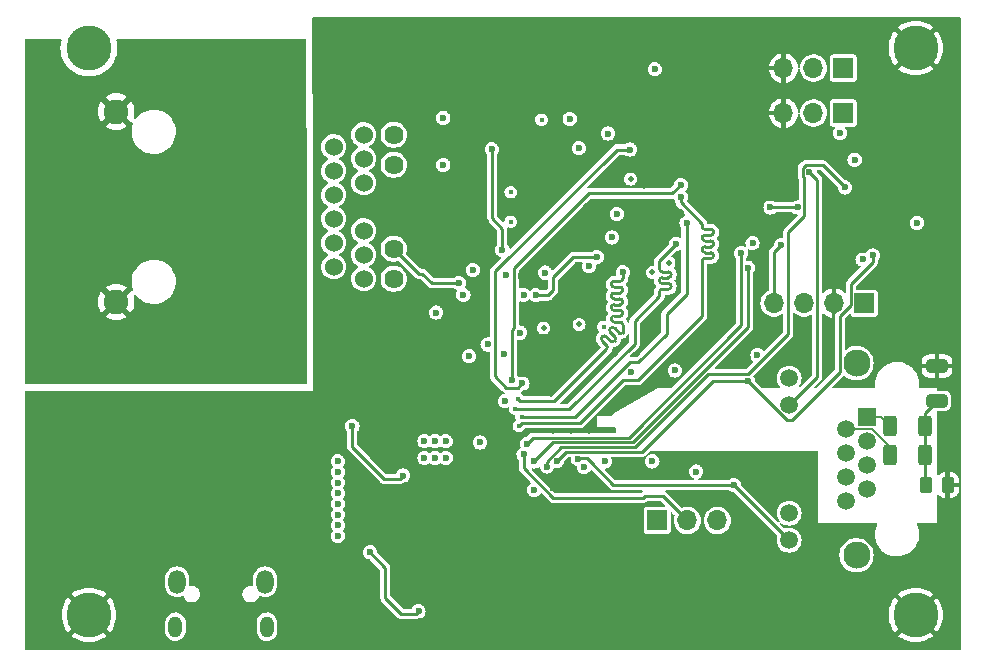
<source format=gbl>
%TF.GenerationSoftware,KiCad,Pcbnew,7.0.1*%
%TF.CreationDate,2023-03-30T19:37:26+02:00*%
%TF.ProjectId,home-media-converter,686f6d65-2d6d-4656-9469-612d636f6e76,rev?*%
%TF.SameCoordinates,Original*%
%TF.FileFunction,Copper,L4,Bot*%
%TF.FilePolarity,Positive*%
%FSLAX46Y46*%
G04 Gerber Fmt 4.6, Leading zero omitted, Abs format (unit mm)*
G04 Created by KiCad (PCBNEW 7.0.1) date 2023-03-30 19:37:26*
%MOMM*%
%LPD*%
G01*
G04 APERTURE LIST*
G04 Aperture macros list*
%AMRoundRect*
0 Rectangle with rounded corners*
0 $1 Rounding radius*
0 $2 $3 $4 $5 $6 $7 $8 $9 X,Y pos of 4 corners*
0 Add a 4 corners polygon primitive as box body*
4,1,4,$2,$3,$4,$5,$6,$7,$8,$9,$2,$3,0*
0 Add four circle primitives for the rounded corners*
1,1,$1+$1,$2,$3*
1,1,$1+$1,$4,$5*
1,1,$1+$1,$6,$7*
1,1,$1+$1,$8,$9*
0 Add four rect primitives between the rounded corners*
20,1,$1+$1,$2,$3,$4,$5,0*
20,1,$1+$1,$4,$5,$6,$7,0*
20,1,$1+$1,$6,$7,$8,$9,0*
20,1,$1+$1,$8,$9,$2,$3,0*%
G04 Aperture macros list end*
%TA.AperFunction,SMDPad,CuDef*%
%ADD10RoundRect,0.250000X-0.262500X-0.450000X0.262500X-0.450000X0.262500X0.450000X-0.262500X0.450000X0*%
%TD*%
%TA.AperFunction,SMDPad,CuDef*%
%ADD11RoundRect,0.250000X0.650000X-0.325000X0.650000X0.325000X-0.650000X0.325000X-0.650000X-0.325000X0*%
%TD*%
%TA.AperFunction,ConnectorPad*%
%ADD12C,3.800000*%
%TD*%
%TA.AperFunction,ComponentPad*%
%ADD13C,2.600000*%
%TD*%
%TA.AperFunction,SMDPad,CuDef*%
%ADD14RoundRect,0.250000X-0.312500X-0.625000X0.312500X-0.625000X0.312500X0.625000X-0.312500X0.625000X0*%
%TD*%
%TA.AperFunction,ComponentPad*%
%ADD15C,2.082800*%
%TD*%
%TA.AperFunction,ComponentPad*%
%ADD16C,1.624000*%
%TD*%
%TA.AperFunction,ComponentPad*%
%ADD17C,1.524000*%
%TD*%
%TA.AperFunction,ComponentPad*%
%ADD18R,1.700000X1.700000*%
%TD*%
%TA.AperFunction,ComponentPad*%
%ADD19O,1.700000X1.700000*%
%TD*%
%TA.AperFunction,ComponentPad*%
%ADD20O,1.450000X2.000000*%
%TD*%
%TA.AperFunction,ComponentPad*%
%ADD21O,1.150000X1.800000*%
%TD*%
%TA.AperFunction,ComponentPad*%
%ADD22R,1.500000X1.500000*%
%TD*%
%TA.AperFunction,ComponentPad*%
%ADD23C,1.500000*%
%TD*%
%TA.AperFunction,ComponentPad*%
%ADD24C,2.300000*%
%TD*%
%TA.AperFunction,ViaPad*%
%ADD25C,0.600000*%
%TD*%
%TA.AperFunction,ViaPad*%
%ADD26C,0.450000*%
%TD*%
%TA.AperFunction,ViaPad*%
%ADD27C,0.500000*%
%TD*%
%TA.AperFunction,Conductor*%
%ADD28C,0.250000*%
%TD*%
%TA.AperFunction,Conductor*%
%ADD29C,0.175000*%
%TD*%
%TA.AperFunction,Conductor*%
%ADD30C,0.293000*%
%TD*%
%TA.AperFunction,Conductor*%
%ADD31C,0.350000*%
%TD*%
G04 APERTURE END LIST*
D10*
X109887500Y-144000000D03*
X111712500Y-144000000D03*
D11*
X110800000Y-136875000D03*
X110800000Y-133925000D03*
D12*
X109000000Y-155000000D03*
D13*
X109000000Y-155000000D03*
D12*
X109000000Y-107000000D03*
D13*
X109000000Y-107000000D03*
D12*
X39000000Y-107000000D03*
D13*
X39000000Y-107000000D03*
D12*
X39000000Y-155000000D03*
D13*
X39000000Y-155000000D03*
D14*
X106837500Y-139000000D03*
X109762500Y-139000000D03*
D15*
X41305000Y-112379500D03*
X41305000Y-128508500D03*
D16*
X64800000Y-114348000D03*
X64800000Y-116888000D03*
X64800000Y-124000000D03*
X64800000Y-126540000D03*
D17*
X62260000Y-114348000D03*
X62260000Y-116380000D03*
X62260000Y-118412000D03*
X62260000Y-122476000D03*
X62260000Y-124508000D03*
X62260000Y-126540000D03*
X59720000Y-115364000D03*
X59720000Y-117396000D03*
X59720000Y-119428000D03*
X59720000Y-121460000D03*
X59720000Y-123492000D03*
X59720000Y-125524000D03*
D18*
X104620000Y-128600000D03*
D19*
X102080000Y-128600000D03*
X99540000Y-128600000D03*
X97000000Y-128600000D03*
D18*
X102880000Y-108700000D03*
D19*
X100340000Y-108700000D03*
X97800000Y-108700000D03*
D20*
X46470000Y-152195000D03*
X53920000Y-152195000D03*
D21*
X46320000Y-155995000D03*
X54070000Y-155995000D03*
D14*
X106837500Y-141500000D03*
X109762500Y-141500000D03*
D18*
X102880000Y-112500000D03*
D19*
X100340000Y-112500000D03*
X97800000Y-112500000D03*
D18*
X87120000Y-147000000D03*
D19*
X89660000Y-147000000D03*
X92200000Y-147000000D03*
D22*
X104875002Y-138252001D03*
D23*
X103095002Y-139268001D03*
X104875002Y-140284001D03*
X103095002Y-141300001D03*
X104875002Y-142316001D03*
X103095002Y-143332001D03*
X104875002Y-144348001D03*
X103095002Y-145364001D03*
X98275002Y-134952001D03*
X98275002Y-137242001D03*
X98275002Y-146382001D03*
X98275002Y-148672001D03*
D24*
X103985002Y-133682001D03*
X103985002Y-149942001D03*
D25*
X109800000Y-132500000D03*
X111900000Y-132500000D03*
X111700000Y-142600000D03*
X110800000Y-132500000D03*
X58700000Y-105400000D03*
X92600000Y-128400000D03*
X85000000Y-128900000D03*
X86300000Y-131400000D03*
X85800000Y-142000000D03*
X83800000Y-142000000D03*
X83400000Y-112900000D03*
X111700000Y-145700000D03*
X65500000Y-150500000D03*
X69400000Y-144000000D03*
X72500000Y-139400000D03*
X105300000Y-114900000D03*
X79300000Y-109900000D03*
X78300000Y-109900000D03*
X70500000Y-115000000D03*
X69000000Y-115400000D03*
X70100000Y-129900000D03*
X63500000Y-135400000D03*
X79600000Y-150300000D03*
X83700000Y-150300000D03*
X85000000Y-151900000D03*
X94800000Y-148900000D03*
X95600000Y-142900000D03*
X99300000Y-132200000D03*
X101900000Y-125200000D03*
X109000000Y-119100000D03*
X103200000Y-121900000D03*
X107500000Y-117600000D03*
X74400000Y-107800000D03*
X73200000Y-143000000D03*
X74400000Y-143000000D03*
X73800000Y-143900000D03*
X73800000Y-142100000D03*
X66900000Y-154700000D03*
X80480000Y-115480000D03*
X95100000Y-116400000D03*
X96100000Y-119600000D03*
X74000000Y-124100000D03*
X73100000Y-115574500D03*
X66900000Y-149800000D03*
X75600000Y-126300000D03*
X64100000Y-109200000D03*
X95600000Y-121400000D03*
X78256233Y-144243767D03*
X65600000Y-139200000D03*
X77600000Y-127100000D03*
X84800000Y-142000000D03*
X78287180Y-112787180D03*
X75566102Y-113466102D03*
X51500000Y-153700000D03*
X50500000Y-153700000D03*
X51800000Y-150800000D03*
X50800000Y-150800000D03*
X63400000Y-154500000D03*
X63400000Y-153466666D03*
X63400000Y-152433333D03*
X63400000Y-151400000D03*
X67400000Y-145200000D03*
X66200000Y-145200000D03*
X65000000Y-145200000D03*
X63800000Y-145200000D03*
X62900000Y-141300000D03*
X55200000Y-149200000D03*
X55200000Y-148100000D03*
X55200000Y-147100000D03*
X55200000Y-146100000D03*
X68900000Y-123600000D03*
X71919271Y-123193055D03*
X72641641Y-121749300D03*
X71700000Y-119200000D03*
X71600000Y-117400000D03*
X81300000Y-112900000D03*
X74100000Y-132900000D03*
X71200000Y-133100000D03*
X74300000Y-126200000D03*
X71500000Y-125800000D03*
X75800000Y-127900000D03*
X77617784Y-126017784D03*
X81347999Y-125459462D03*
X83280940Y-123038570D03*
X83695717Y-121054000D03*
X82943767Y-114243767D03*
X72753500Y-132100000D03*
X93603001Y-144000000D03*
X95185263Y-123531790D03*
X69000000Y-112900000D03*
X84906792Y-134406792D03*
X82700000Y-142000000D03*
X94225000Y-124375000D03*
X94800000Y-125600000D03*
X88600000Y-134300000D03*
X103000000Y-118800000D03*
X105370376Y-124564812D03*
X95600000Y-133000000D03*
X94800000Y-135200000D03*
X80374500Y-141765584D03*
X78650000Y-141950000D03*
X77770889Y-142435957D03*
X76700000Y-142000000D03*
X76100000Y-140500000D03*
D26*
X82562963Y-130609093D03*
D25*
X74200000Y-136900000D03*
X75800000Y-141400000D03*
D26*
X75400000Y-139000000D03*
D25*
X72100000Y-140400000D03*
X86700000Y-142000000D03*
X80900000Y-142500000D03*
X76700000Y-144400000D03*
X90416196Y-142862655D03*
X65600000Y-143200000D03*
X61300000Y-139000000D03*
X62800000Y-149700000D03*
X69200000Y-141700000D03*
X68300000Y-141700000D03*
X67400000Y-141700000D03*
X69200000Y-140300000D03*
X68300000Y-140300000D03*
X67400000Y-140300000D03*
D26*
X77315000Y-113060000D03*
X74700000Y-121700000D03*
X74700000Y-119200000D03*
D25*
X69000000Y-116900000D03*
X70700000Y-127900000D03*
X63900000Y-131700000D03*
D27*
X78800000Y-119400000D03*
X81100000Y-120400000D03*
X80400000Y-121100000D03*
X81100000Y-121700000D03*
X81100000Y-122600000D03*
X80100000Y-122600000D03*
X79000000Y-122600000D03*
X76900000Y-121000000D03*
X77900000Y-120100000D03*
X76900000Y-119400000D03*
X79700000Y-118400000D03*
X78766666Y-118400000D03*
X77833333Y-118400000D03*
X76900000Y-118400000D03*
X78100000Y-136300000D03*
X81300000Y-139400000D03*
X79800000Y-139400000D03*
X78300000Y-139400000D03*
X80100000Y-136200000D03*
X79400000Y-136900000D03*
D25*
X75500000Y-131100000D03*
X68400000Y-129400000D03*
X70300000Y-126900000D03*
X81600000Y-128100000D03*
D27*
X84564754Y-124317759D03*
D25*
X79700000Y-113000000D03*
X99000000Y-120500000D03*
X96700000Y-120500000D03*
X86900000Y-108800000D03*
X100000000Y-117500000D03*
X102600000Y-114200000D03*
X103825000Y-116455000D03*
X97600000Y-123700000D03*
X109100000Y-121800000D03*
X104500000Y-124900000D03*
X60075000Y-148300000D03*
X60075000Y-147400000D03*
X60075000Y-146500000D03*
X60075000Y-145600000D03*
X60075000Y-144700000D03*
X60075000Y-143800000D03*
X60075000Y-142900000D03*
X60075000Y-142000000D03*
D27*
X86700000Y-126000000D03*
X88100000Y-125200000D03*
X84867034Y-118102904D03*
X80500000Y-130398000D03*
X77500000Y-130700000D03*
X89100000Y-117600000D03*
X86000000Y-118700000D03*
X85380000Y-132898000D03*
X87200000Y-115800000D03*
X89124789Y-120875210D03*
X86073564Y-121326436D03*
X83500000Y-132898000D03*
X88826965Y-122321284D03*
D26*
X75300000Y-136700000D03*
D25*
X84206791Y-125993209D03*
D26*
X75108976Y-137569959D03*
D25*
X88700000Y-123600000D03*
D26*
X75621487Y-138210446D03*
D25*
X89600000Y-121800000D03*
X89100000Y-119600000D03*
X84800000Y-115600000D03*
X75700000Y-135400000D03*
X74800000Y-135100000D03*
X89100000Y-118600000D03*
X76832216Y-127932216D03*
X82000000Y-124700000D03*
D28*
X109762500Y-141500000D02*
X109762500Y-143875000D01*
X109762500Y-143875000D02*
X109887500Y-144000000D01*
D29*
X106837500Y-139000000D02*
X106089501Y-138252001D01*
X106089501Y-138252001D02*
X104875002Y-138252001D01*
X106837500Y-140779252D02*
X105304749Y-139246501D01*
X105304749Y-139246501D02*
X103116502Y-139246501D01*
X103116502Y-139246501D02*
X103095002Y-139268001D01*
X106837500Y-141500000D02*
X106837500Y-140779252D01*
D28*
X109762500Y-137912500D02*
X110800000Y-136875000D01*
X109762500Y-139000000D02*
X109762500Y-137912500D01*
X109762500Y-141500000D02*
X109762500Y-139000000D01*
D30*
X87543000Y-126932500D02*
X88050000Y-126932500D01*
X87543000Y-125946500D02*
X88050000Y-125946500D01*
X88050000Y-127425500D02*
G75*
G03*
X88296500Y-127179000I0J246500D01*
G01*
X79668682Y-137572897D02*
X75111914Y-137572897D01*
X87296500Y-125003500D02*
X87296500Y-125700000D01*
X88050000Y-126439500D02*
X87543000Y-126439500D01*
X88296500Y-127179000D02*
G75*
G03*
X88050000Y-126932500I-246500J0D01*
G01*
X87543000Y-126439500D02*
G75*
G03*
X87296500Y-126686000I0J-246500D01*
G01*
X88700000Y-123600000D02*
X87296500Y-125003500D01*
X87296500Y-126686000D02*
G75*
G03*
X87543000Y-126932500I246500J0D01*
G01*
X87296500Y-125700000D02*
G75*
G03*
X87543000Y-125946500I246500J0D01*
G01*
X87543000Y-127425500D02*
G75*
G03*
X87296500Y-127672000I0J-246500D01*
G01*
X88050000Y-126439500D02*
G75*
G03*
X88296500Y-126193000I0J246500D01*
G01*
X88296500Y-126193000D02*
G75*
G03*
X88050000Y-125946500I-246500J0D01*
G01*
X88050000Y-127425500D02*
X87543000Y-127425500D01*
X75111914Y-137572897D02*
X75108976Y-137569959D01*
X87296500Y-127672000D02*
X87296500Y-128003500D01*
X85200000Y-130100000D02*
X85200000Y-132041579D01*
X85200000Y-132041579D02*
X79668682Y-137572897D01*
X87296500Y-128003500D02*
X85200000Y-130100000D01*
X91146500Y-124811500D02*
G75*
G03*
X90900000Y-125058000I0J-246500D01*
G01*
X91653500Y-124811500D02*
G75*
G03*
X91900000Y-124565000I0J246500D01*
G01*
X91900000Y-124565000D02*
G75*
G03*
X91653500Y-124318500I-246500J0D01*
G01*
X90900000Y-121878259D02*
X90900000Y-122100000D01*
X89100000Y-119600000D02*
X89100000Y-120078259D01*
X80540054Y-138759946D02*
X75640054Y-138759946D01*
X90900000Y-124072000D02*
G75*
G03*
X91146500Y-124318500I246500J0D01*
G01*
X91146500Y-123825500D02*
G75*
G03*
X90900000Y-124072000I0J-246500D01*
G01*
X91653500Y-123825500D02*
G75*
G03*
X91900000Y-123579000I0J246500D01*
G01*
X91900000Y-123579000D02*
G75*
G03*
X91653500Y-123332500I-246500J0D01*
G01*
X90900000Y-123086000D02*
G75*
G03*
X91146500Y-123332500I246500J0D01*
G01*
X75640054Y-138759946D02*
X75400000Y-139000000D01*
X91653500Y-122839500D02*
G75*
G03*
X91900000Y-122593000I0J246500D01*
G01*
X91146500Y-122346500D02*
X91653500Y-122346500D01*
X91653500Y-122839500D02*
X91146500Y-122839500D01*
X91900000Y-122593000D02*
G75*
G03*
X91653500Y-122346500I-246500J0D01*
G01*
X91146500Y-122839500D02*
G75*
G03*
X90900000Y-123086000I0J-246500D01*
G01*
X85500000Y-135100000D02*
X84200000Y-135100000D01*
X90900000Y-122100000D02*
G75*
G03*
X91146500Y-122346500I246500J0D01*
G01*
X89100000Y-120078259D02*
X90900000Y-121878259D01*
X91653500Y-124811500D02*
X91146500Y-124811500D01*
X91146500Y-123332500D02*
X91653500Y-123332500D01*
X91653500Y-123825500D02*
X91146500Y-123825500D01*
X84200000Y-135100000D02*
X80540054Y-138759946D01*
X91146500Y-124318500D02*
X91653500Y-124318500D01*
X90900000Y-125058000D02*
X90900000Y-129700000D01*
X90900000Y-129700000D02*
X85500000Y-135100000D01*
X89600000Y-121800000D02*
X89600000Y-127800000D01*
X89600000Y-127800000D02*
X87900000Y-129500000D01*
X85521579Y-133600000D02*
X84800000Y-133600000D01*
X87900000Y-129500000D02*
X87900000Y-131221579D01*
X87900000Y-131221579D02*
X85521579Y-133600000D01*
X84800000Y-133600000D02*
X80189554Y-138210446D01*
X80189554Y-138210446D02*
X75621487Y-138210446D01*
D28*
X102560002Y-134439998D02*
X102560002Y-129710989D01*
X102560002Y-129710989D02*
X103495000Y-128775991D01*
X103495000Y-128775991D02*
X103495000Y-127005000D01*
D30*
X75300000Y-136700000D02*
X75523790Y-136923790D01*
X75523790Y-136923790D02*
X77876210Y-136923790D01*
D28*
X76700000Y-142000000D02*
X78309416Y-140390584D01*
X78309416Y-140390584D02*
X85034314Y-140390584D01*
X85034314Y-140390584D02*
X94800000Y-130624898D01*
X94800000Y-130624898D02*
X94800000Y-125600000D01*
X86100000Y-144900000D02*
X87560000Y-144900000D01*
X87560000Y-144900000D02*
X89660000Y-147000000D01*
X85900000Y-145100000D02*
X86100000Y-144900000D01*
X75800000Y-142600000D02*
X78300000Y-145100000D01*
X75800000Y-141400000D02*
X75800000Y-142600000D01*
X78300000Y-145100000D02*
X85900000Y-145100000D01*
X98200000Y-122600000D02*
X99575000Y-121225000D01*
X98200000Y-131213173D02*
X98200000Y-122600000D01*
X91390584Y-134600000D02*
X94813173Y-134600000D01*
X94813173Y-134600000D02*
X98200000Y-131213173D01*
X101125000Y-116925000D02*
X103000000Y-118800000D01*
X85200000Y-140790584D02*
X91390584Y-134600000D01*
X77770889Y-142015938D02*
X78996243Y-140790584D01*
X99575000Y-121225000D02*
X99575000Y-117975000D01*
X77770889Y-142435957D02*
X77770889Y-142015938D01*
X99675000Y-116925000D02*
X101125000Y-116925000D01*
X78996243Y-140790584D02*
X85200000Y-140790584D01*
X99575000Y-117975000D02*
X99425000Y-117825000D01*
X99425000Y-117825000D02*
X99425000Y-117175000D01*
X99425000Y-117175000D02*
X99675000Y-116925000D01*
X78650000Y-141950000D02*
X79409416Y-141190584D01*
X79409416Y-141190584D02*
X85809416Y-141190584D01*
X85809416Y-141190584D02*
X91800000Y-135200000D01*
X91800000Y-135200000D02*
X94800000Y-135200000D01*
X94225000Y-124375000D02*
X94225000Y-130475000D01*
X94225000Y-130475000D02*
X84709416Y-139990584D01*
X84709416Y-139990584D02*
X76609416Y-139990584D01*
X76609416Y-139990584D02*
X76100000Y-140500000D01*
X66900000Y-154700000D02*
X66700000Y-154900000D01*
X66700000Y-154900000D02*
X65400000Y-154900000D01*
X65400000Y-154900000D02*
X64100000Y-153600000D01*
X64100000Y-153600000D02*
X64100000Y-151000000D01*
X64100000Y-151000000D02*
X62800000Y-149700000D01*
X61300000Y-139000000D02*
X61300000Y-140800000D01*
X61300000Y-140800000D02*
X64000000Y-143500000D01*
X64000000Y-143500000D02*
X65300000Y-143500000D01*
X65300000Y-143500000D02*
X65600000Y-143200000D01*
X74000000Y-122294486D02*
X74000000Y-124100000D01*
X73100000Y-121394486D02*
X74000000Y-122294486D01*
X73100000Y-115574500D02*
X73100000Y-121394486D01*
D30*
X76832216Y-127932216D02*
X77867784Y-127932216D01*
X78300000Y-126400000D02*
X80000000Y-124700000D01*
X77867784Y-127932216D02*
X78300000Y-127500000D01*
X78300000Y-127500000D02*
X78300000Y-126400000D01*
X80000000Y-124700000D02*
X82000000Y-124700000D01*
D31*
X72641641Y-121749300D02*
X72450700Y-121749300D01*
X72450700Y-121749300D02*
X72400000Y-121800000D01*
D30*
X84800000Y-115600000D02*
X83700000Y-115600000D01*
X83700000Y-115600000D02*
X73400000Y-125900000D01*
X73400000Y-125900000D02*
X73400000Y-134800000D01*
X73400000Y-134800000D02*
X74346500Y-135746500D01*
X74346500Y-135746500D02*
X75353500Y-135746500D01*
X75353500Y-135746500D02*
X75700000Y-135400000D01*
X89100000Y-118600000D02*
X88403500Y-119296500D01*
X88403500Y-119296500D02*
X81303500Y-119296500D01*
X81303500Y-119296500D02*
X75000000Y-125600000D01*
X74800000Y-130885710D02*
X74800000Y-135100000D01*
X75000000Y-125600000D02*
X75000000Y-130685710D01*
X75000000Y-130685710D02*
X74800000Y-130885710D01*
D28*
X80374500Y-141765584D02*
X80415084Y-141725000D01*
X83400000Y-144000000D02*
X93603001Y-144000000D01*
X80415084Y-141725000D02*
X81138173Y-141725000D01*
X81138173Y-141725000D02*
X81475000Y-142061827D01*
X81475000Y-142061827D02*
X81475000Y-142075000D01*
X81475000Y-142075000D02*
X83400000Y-144000000D01*
X93603001Y-144000000D02*
X98275002Y-148672001D01*
X98083432Y-138500000D02*
X94800000Y-135216568D01*
X105370376Y-125129624D02*
X103495000Y-127005000D01*
X105370376Y-124564812D02*
X105370376Y-125129624D01*
X94800000Y-135216568D02*
X94800000Y-135200000D01*
X98500000Y-138500000D02*
X98083432Y-138500000D01*
X102560002Y-134439998D02*
X98500000Y-138500000D01*
X70300000Y-126900000D02*
X68000000Y-126900000D01*
X68000000Y-126900000D02*
X67200000Y-126100000D01*
X66900000Y-126100000D02*
X64800000Y-124000000D01*
X67200000Y-126100000D02*
X66900000Y-126100000D01*
X96700000Y-120500000D02*
X99000000Y-120500000D01*
X100000000Y-117500000D02*
X100665000Y-118165000D01*
X100665000Y-118165000D02*
X100665000Y-134852003D01*
X100665000Y-134852003D02*
X98275002Y-137242001D01*
X97000000Y-124300000D02*
X97600000Y-123700000D01*
X97000000Y-128300000D02*
X97000000Y-124300000D01*
D30*
X83509583Y-131790414D02*
X83509583Y-131790417D01*
X84206791Y-130444000D02*
X84206791Y-130987000D01*
X83960291Y-128718500D02*
X83453291Y-128718500D01*
X83858187Y-131093209D02*
X83499683Y-130734705D01*
X78400000Y-136900000D02*
X77900000Y-136900000D01*
X83453291Y-128225500D02*
X83960291Y-128225500D01*
X83151080Y-130734706D02*
X83151080Y-130734705D01*
X83151080Y-131083307D02*
X83151080Y-131083308D01*
X84206791Y-130987000D02*
X84206791Y-131093209D01*
X82453872Y-131780516D02*
X82812375Y-132139019D01*
X82453872Y-131431914D02*
X82453872Y-131431913D01*
X84206791Y-125993209D02*
X84206791Y-126500000D01*
X83453291Y-130197500D02*
X83960291Y-130197500D01*
X82453872Y-131780515D02*
X82453872Y-131780516D01*
X83960291Y-127732500D02*
X83453291Y-127732500D01*
X83453291Y-127239500D02*
X83960291Y-127239500D01*
X82604173Y-132695827D02*
X78400000Y-136900000D01*
X83160979Y-131790417D02*
X82802475Y-131431913D01*
X82812375Y-132487622D02*
X82604173Y-132695827D01*
X83151080Y-131083308D02*
X83509583Y-131441811D01*
X83453291Y-129211500D02*
X83960291Y-129211500D01*
X82812374Y-132487622D02*
X82812375Y-132487622D01*
X83960291Y-129704500D02*
X83453291Y-129704500D01*
X83509582Y-131790414D02*
X83509583Y-131790414D01*
X83960291Y-126746500D02*
X83453291Y-126746500D01*
D28*
X77876210Y-136923790D02*
X77900000Y-136900000D01*
D30*
X82453859Y-131431900D02*
G75*
G03*
X82453873Y-131780514I174341J-174300D01*
G01*
X83206800Y-129951000D02*
G75*
G03*
X83453291Y-130197500I246500J0D01*
G01*
X83453291Y-127732491D02*
G75*
G03*
X83206791Y-127979000I9J-246509D01*
G01*
X83206800Y-126993000D02*
G75*
G03*
X83453291Y-127239500I246500J0D01*
G01*
X83206800Y-128965000D02*
G75*
G03*
X83453291Y-129211500I246500J0D01*
G01*
X84206800Y-127486000D02*
G75*
G03*
X83960291Y-127239500I-246500J0D01*
G01*
X83960291Y-126746491D02*
G75*
G03*
X84206791Y-126500000I9J246491D01*
G01*
X83453291Y-128718491D02*
G75*
G03*
X83206791Y-128965000I9J-246509D01*
G01*
X82802501Y-131431887D02*
G75*
G03*
X82453872Y-131431914I-174301J-174313D01*
G01*
X84206800Y-128472000D02*
G75*
G03*
X83960291Y-128225500I-246500J0D01*
G01*
X83151074Y-130734699D02*
G75*
G03*
X83151080Y-131083307I174326J-174301D01*
G01*
X84206800Y-129458000D02*
G75*
G03*
X83960291Y-129211500I-246500J0D01*
G01*
X83499701Y-130734687D02*
G75*
G03*
X83151080Y-130734706I-174301J-174313D01*
G01*
X83160980Y-131790416D02*
G75*
G03*
X83509582Y-131790416I174301J174302D01*
G01*
X84206800Y-130444000D02*
G75*
G03*
X83960291Y-130197500I-246500J0D01*
G01*
X83453291Y-126746491D02*
G75*
G03*
X83206791Y-126993000I9J-246509D01*
G01*
X83206800Y-127979000D02*
G75*
G03*
X83453291Y-128225500I246500J0D01*
G01*
X83960291Y-128718491D02*
G75*
G03*
X84206791Y-128472000I9J246491D01*
G01*
X82812354Y-132487602D02*
G75*
G03*
X82812375Y-132139019I-174254J174302D01*
G01*
X83509570Y-131790402D02*
G75*
G03*
X83509583Y-131441811I-174270J174302D01*
G01*
X83858188Y-131093208D02*
G75*
G03*
X84206790Y-131093208I174301J174302D01*
G01*
X83960291Y-129704491D02*
G75*
G03*
X84206791Y-129458000I9J246491D01*
G01*
X83453291Y-129704491D02*
G75*
G03*
X83206791Y-129951000I9J-246509D01*
G01*
X83960291Y-127732491D02*
G75*
G03*
X84206791Y-127486000I9J246491D01*
G01*
%TA.AperFunction,Conductor*%
G36*
X36613112Y-106213515D02*
G01*
X36657135Y-106251114D01*
X36679290Y-106304602D01*
X36674748Y-106362318D01*
X36662555Y-106399842D01*
X36605766Y-106697542D01*
X36586737Y-106999999D01*
X36605766Y-107302457D01*
X36662555Y-107600157D01*
X36756205Y-107888380D01*
X36885240Y-108162595D01*
X37047633Y-108418484D01*
X37240807Y-108651991D01*
X37461730Y-108859452D01*
X37706906Y-109037582D01*
X37706911Y-109037584D01*
X37706910Y-109037584D01*
X37972483Y-109183585D01*
X38254261Y-109295149D01*
X38547800Y-109370516D01*
X38797642Y-109402078D01*
X38848469Y-109408500D01*
X38848470Y-109408500D01*
X39151530Y-109408500D01*
X39151531Y-109408500D01*
X39195007Y-109403007D01*
X39452200Y-109370516D01*
X39745739Y-109295149D01*
X40027517Y-109183585D01*
X40293090Y-109037584D01*
X40293093Y-109037582D01*
X40538269Y-108859452D01*
X40599857Y-108801617D01*
X40759192Y-108651992D01*
X40952370Y-108418480D01*
X41114758Y-108162598D01*
X41243794Y-107888381D01*
X41337445Y-107600154D01*
X41394233Y-107302462D01*
X41413262Y-107000000D01*
X41394233Y-106697538D01*
X41337445Y-106399846D01*
X41337444Y-106399842D01*
X41325252Y-106362318D01*
X41320710Y-106304602D01*
X41342865Y-106251114D01*
X41386888Y-106213515D01*
X41443183Y-106200000D01*
X57268882Y-106200000D01*
X57330769Y-106216548D01*
X57376139Y-106261774D01*
X57392881Y-106323609D01*
X57395015Y-106999999D01*
X57395015Y-107000005D01*
X57395020Y-107001617D01*
X57395020Y-107001619D01*
X57399801Y-108517204D01*
X57400693Y-108799999D01*
X57400693Y-108800005D01*
X57400698Y-108801617D01*
X57400698Y-108801620D01*
X57411788Y-112317204D01*
X57413627Y-112899999D01*
X57413627Y-112900005D01*
X57413632Y-112901617D01*
X57413632Y-112901619D01*
X57413943Y-112999999D01*
X57413943Y-113000000D01*
X57414132Y-113060000D01*
X57418195Y-114347999D01*
X57421400Y-115363999D01*
X57424605Y-116380000D01*
X57427810Y-117395999D01*
X57431015Y-118412000D01*
X57443835Y-122476000D01*
X57447040Y-123491999D01*
X57450245Y-124508000D01*
X57453450Y-125524000D01*
X57453450Y-125524006D01*
X57453455Y-125525618D01*
X57453455Y-125525620D01*
X57456655Y-126539999D01*
X57460167Y-127653236D01*
X57460945Y-127899999D01*
X57465677Y-129399999D01*
X57465677Y-129400005D01*
X57465682Y-129401617D01*
X57465682Y-129401619D01*
X57468825Y-130397999D01*
X57469778Y-130699999D01*
X57470503Y-130929824D01*
X57472581Y-131588473D01*
X57474194Y-132099999D01*
X57474194Y-132100005D01*
X57474199Y-132101617D01*
X57474199Y-132101620D01*
X57475595Y-132544225D01*
X57477349Y-133099999D01*
X57477349Y-133100005D01*
X57477354Y-133101617D01*
X57477354Y-133101620D01*
X57484485Y-135362108D01*
X57468003Y-135424273D01*
X57422599Y-135469821D01*
X57360486Y-135486499D01*
X40501222Y-135486499D01*
X33724499Y-135486499D01*
X33662500Y-135469887D01*
X33617113Y-135424500D01*
X33600500Y-135362500D01*
X33600500Y-129763740D01*
X40403310Y-129763740D01*
X40603053Y-129886143D01*
X40827207Y-129978991D01*
X41063124Y-130035629D01*
X41305000Y-130054665D01*
X41546875Y-130035629D01*
X41782792Y-129978991D01*
X42006946Y-129886142D01*
X42206688Y-129763740D01*
X41305000Y-128862053D01*
X40403310Y-129763740D01*
X33600500Y-129763740D01*
X33600500Y-128508499D01*
X39758834Y-128508499D01*
X39777870Y-128750375D01*
X39834508Y-128986292D01*
X39927356Y-129210446D01*
X40049758Y-129410188D01*
X40951447Y-128508501D01*
X41658553Y-128508501D01*
X42560240Y-129410188D01*
X42682642Y-129210446D01*
X42775491Y-128986292D01*
X42832129Y-128750375D01*
X42851165Y-128508499D01*
X42832129Y-128266624D01*
X42780787Y-128052769D01*
X42782936Y-127987058D01*
X42818377Y-127931682D01*
X42877147Y-127902209D01*
X42942724Y-127906924D01*
X42996673Y-127944502D01*
X43064018Y-128025424D01*
X43125777Y-128099635D01*
X43330310Y-128282898D01*
X43559347Y-128434428D01*
X43661783Y-128482448D01*
X43808002Y-128550993D01*
X43808004Y-128550993D01*
X43808007Y-128550995D01*
X44070988Y-128630114D01*
X44342687Y-128670100D01*
X44548562Y-128670100D01*
X44548566Y-128670100D01*
X44753893Y-128655072D01*
X44753892Y-128655072D01*
X45021948Y-128595360D01*
X45278453Y-128497255D01*
X45517940Y-128362848D01*
X45735305Y-128195004D01*
X45743462Y-128186544D01*
X45925916Y-127997300D01*
X45933198Y-127987122D01*
X46085709Y-127773950D01*
X46211280Y-127529714D01*
X46281753Y-127323141D01*
X46299951Y-127269799D01*
X46349833Y-126999740D01*
X46359863Y-126725298D01*
X46344784Y-126588259D01*
X46329827Y-126452320D01*
X46260365Y-126186624D01*
X46152958Y-125933873D01*
X46009894Y-125699455D01*
X46009832Y-125699381D01*
X45908226Y-125577289D01*
X45834223Y-125488365D01*
X45629690Y-125305102D01*
X45400653Y-125153572D01*
X45399708Y-125153129D01*
X45151997Y-125037006D01*
X45045911Y-125005089D01*
X44889012Y-124957886D01*
X44617313Y-124917900D01*
X44411438Y-124917900D01*
X44411434Y-124917900D01*
X44206106Y-124932927D01*
X43938054Y-124992639D01*
X43681545Y-125090745D01*
X43442060Y-125225152D01*
X43224693Y-125392996D01*
X43034083Y-125590699D01*
X42874289Y-125814051D01*
X42748719Y-126058286D01*
X42660048Y-126318200D01*
X42610166Y-126588259D01*
X42600136Y-126862701D01*
X42630172Y-127135678D01*
X42660912Y-127253258D01*
X42699635Y-127401376D01*
X42715325Y-127438298D01*
X42724299Y-127501733D01*
X42700411Y-127561181D01*
X42650038Y-127600771D01*
X42586628Y-127609934D01*
X42560240Y-127606810D01*
X41658553Y-128508500D01*
X41658553Y-128508501D01*
X40951447Y-128508501D01*
X40951447Y-128508500D01*
X40049758Y-127606810D01*
X40049757Y-127606810D01*
X39927355Y-127806554D01*
X39834508Y-128030707D01*
X39777870Y-128266624D01*
X39758834Y-128508499D01*
X33600500Y-128508499D01*
X33600500Y-127253258D01*
X40403310Y-127253258D01*
X41305000Y-128154947D01*
X41305001Y-128154947D01*
X42206688Y-127253258D01*
X42006946Y-127130856D01*
X41782792Y-127038008D01*
X41546875Y-126981370D01*
X41305000Y-126962334D01*
X41063124Y-126981370D01*
X40827207Y-127038008D01*
X40603054Y-127130855D01*
X40403310Y-127253257D01*
X40403310Y-127253258D01*
X33600500Y-127253258D01*
X33600500Y-113634740D01*
X40403310Y-113634740D01*
X40603053Y-113757143D01*
X40827207Y-113849991D01*
X41063124Y-113906629D01*
X41305000Y-113925665D01*
X41546875Y-113906629D01*
X41782792Y-113849991D01*
X42006946Y-113757142D01*
X42206688Y-113634740D01*
X41305000Y-112733053D01*
X40403310Y-113634740D01*
X33600500Y-113634740D01*
X33600500Y-112379499D01*
X39758834Y-112379499D01*
X39777870Y-112621375D01*
X39834508Y-112857292D01*
X39927356Y-113081446D01*
X40049758Y-113281188D01*
X40951447Y-112379501D01*
X41658553Y-112379501D01*
X42560240Y-113281188D01*
X42588563Y-113277836D01*
X42649883Y-113286124D01*
X42699563Y-113323013D01*
X42725232Y-113379316D01*
X42720497Y-113441013D01*
X42660047Y-113618206D01*
X42610166Y-113888259D01*
X42600136Y-114162701D01*
X42630172Y-114435678D01*
X42636148Y-114458536D01*
X42699635Y-114701376D01*
X42807042Y-114954127D01*
X42920093Y-115139367D01*
X42950107Y-115188547D01*
X43006558Y-115256379D01*
X43125777Y-115399635D01*
X43330310Y-115582898D01*
X43559347Y-115734428D01*
X43693367Y-115797254D01*
X43808002Y-115850993D01*
X43808004Y-115850993D01*
X43808007Y-115850995D01*
X44070988Y-115930114D01*
X44342687Y-115970100D01*
X44548562Y-115970100D01*
X44548566Y-115970100D01*
X44753893Y-115955072D01*
X44753893Y-115955071D01*
X45021948Y-115895360D01*
X45278453Y-115797255D01*
X45517940Y-115662848D01*
X45735305Y-115495004D01*
X45925916Y-115297300D01*
X46085709Y-115073950D01*
X46211280Y-114829714D01*
X46299951Y-114569798D01*
X46300781Y-114565308D01*
X46349833Y-114299740D01*
X46359863Y-114025298D01*
X46330358Y-113757143D01*
X46329827Y-113752320D01*
X46260365Y-113486624D01*
X46152958Y-113233873D01*
X46009894Y-112999455D01*
X45997960Y-112985115D01*
X45908226Y-112877289D01*
X45834223Y-112788365D01*
X45629690Y-112605102D01*
X45400653Y-112453572D01*
X45400649Y-112453570D01*
X45151997Y-112337006D01*
X45045911Y-112305089D01*
X44889012Y-112257886D01*
X44617313Y-112217900D01*
X44411438Y-112217900D01*
X44411434Y-112217900D01*
X44206106Y-112232927D01*
X43938054Y-112292639D01*
X43681545Y-112390745D01*
X43442060Y-112525152D01*
X43224693Y-112692996D01*
X43034082Y-112890701D01*
X43002597Y-112934709D01*
X42949871Y-112976840D01*
X42882889Y-112985115D01*
X42821494Y-112957083D01*
X42783875Y-112901048D01*
X42781176Y-112833611D01*
X42832129Y-112621375D01*
X42851165Y-112379499D01*
X42832129Y-112137624D01*
X42775491Y-111901707D01*
X42682643Y-111677553D01*
X42560240Y-111477810D01*
X41658553Y-112379500D01*
X41658553Y-112379501D01*
X40951447Y-112379501D01*
X40951447Y-112379500D01*
X40049758Y-111477810D01*
X40049757Y-111477810D01*
X39927355Y-111677554D01*
X39834508Y-111901707D01*
X39777870Y-112137624D01*
X39758834Y-112379499D01*
X33600500Y-112379499D01*
X33600500Y-111124258D01*
X40403310Y-111124258D01*
X41305000Y-112025947D01*
X41305001Y-112025947D01*
X42206688Y-111124258D01*
X42006946Y-111001856D01*
X41782792Y-110909008D01*
X41546875Y-110852370D01*
X41305000Y-110833334D01*
X41063124Y-110852370D01*
X40827207Y-110909008D01*
X40603054Y-111001855D01*
X40403310Y-111124257D01*
X40403310Y-111124258D01*
X33600500Y-111124258D01*
X33600500Y-106324000D01*
X33617113Y-106262000D01*
X33662500Y-106216613D01*
X33724500Y-106200000D01*
X36556817Y-106200000D01*
X36613112Y-106213515D01*
G37*
%TD.AperFunction*%
%TA.AperFunction,Conductor*%
G36*
X79743879Y-141627673D02*
G01*
X79771186Y-141658810D01*
X79777486Y-141699743D01*
X79768817Y-141765583D01*
X79789456Y-141922346D01*
X79849964Y-142068426D01*
X79879381Y-142106762D01*
X79946218Y-142193866D01*
X80023076Y-142252841D01*
X80071657Y-142290119D01*
X80071658Y-142290119D01*
X80071659Y-142290120D01*
X80217738Y-142350628D01*
X80238975Y-142353423D01*
X80274364Y-142368081D01*
X80297684Y-142398471D01*
X80302684Y-142436449D01*
X80294317Y-142499999D01*
X80314956Y-142656762D01*
X80375464Y-142802842D01*
X80414121Y-142853220D01*
X80471718Y-142928282D01*
X80553455Y-142991001D01*
X80597157Y-143024535D01*
X80597158Y-143024535D01*
X80597159Y-143024536D01*
X80743238Y-143085044D01*
X80900000Y-143105682D01*
X81056762Y-143085044D01*
X81202841Y-143024536D01*
X81328282Y-142928282D01*
X81424536Y-142802841D01*
X81433867Y-142780313D01*
X81465232Y-142744548D01*
X81511891Y-142735266D01*
X81554559Y-142756307D01*
X83146780Y-144348528D01*
X83171800Y-144361276D01*
X83181703Y-144367345D01*
X83204416Y-144383848D01*
X83231123Y-144392525D01*
X83241853Y-144396970D01*
X83266874Y-144409719D01*
X83294603Y-144414110D01*
X83305896Y-144416820D01*
X83332607Y-144425500D01*
X83366512Y-144425500D01*
X83467393Y-144425500D01*
X85794100Y-144425500D01*
X85835213Y-144437972D01*
X85862468Y-144471182D01*
X85866678Y-144513938D01*
X85846424Y-144551827D01*
X85812405Y-144585843D01*
X85812396Y-144585855D01*
X85745426Y-144652826D01*
X85721419Y-144668867D01*
X85693100Y-144674500D01*
X78506900Y-144674500D01*
X78478581Y-144668867D01*
X78454574Y-144652826D01*
X76517219Y-142715471D01*
X76496533Y-142675199D01*
X76503177Y-142630415D01*
X76534662Y-142597883D01*
X76579201Y-142589778D01*
X76700000Y-142605682D01*
X76856762Y-142585044D01*
X77002841Y-142524536D01*
X77059216Y-142481277D01*
X77107492Y-142466056D01*
X77154257Y-142485427D01*
X77177631Y-142530327D01*
X77185845Y-142592719D01*
X77246353Y-142738799D01*
X77269430Y-142768873D01*
X77342607Y-142864239D01*
X77424344Y-142926958D01*
X77468046Y-142960492D01*
X77468047Y-142960492D01*
X77468048Y-142960493D01*
X77614127Y-143021001D01*
X77770889Y-143041639D01*
X77927651Y-143021001D01*
X78073730Y-142960493D01*
X78199171Y-142864239D01*
X78295425Y-142738798D01*
X78355933Y-142592719D01*
X78357645Y-142579706D01*
X78376452Y-142539373D01*
X78414995Y-142517120D01*
X78459330Y-142520999D01*
X78481766Y-142530292D01*
X78493238Y-142535044D01*
X78650000Y-142555682D01*
X78806762Y-142535044D01*
X78952841Y-142474536D01*
X79078282Y-142378282D01*
X79174536Y-142252841D01*
X79235044Y-142106762D01*
X79253000Y-141970370D01*
X79274038Y-141927708D01*
X79563989Y-141637758D01*
X79587998Y-141621717D01*
X79616316Y-141616084D01*
X79704119Y-141616084D01*
X79743879Y-141627673D01*
G37*
%TD.AperFunction*%
%TA.AperFunction,Conductor*%
G36*
X98749353Y-129436045D02*
G01*
X98811170Y-129492399D01*
X98843698Y-129522052D01*
X99024981Y-129634298D01*
X99223802Y-129711321D01*
X99433390Y-129750500D01*
X99646609Y-129750500D01*
X99646610Y-129750500D01*
X99856198Y-129711321D01*
X100055019Y-129634298D01*
X100126545Y-129590010D01*
X100163790Y-129578947D01*
X100201508Y-129588279D01*
X100229299Y-129615435D01*
X100239500Y-129652927D01*
X100239500Y-134645103D01*
X100233867Y-134673422D01*
X100217826Y-134697429D01*
X99192116Y-135723138D01*
X99152799Y-135743660D01*
X99108809Y-135738015D01*
X99075948Y-135708231D01*
X99066018Y-135665006D01*
X99082585Y-135623870D01*
X99152687Y-135538451D01*
X99250234Y-135355955D01*
X99310302Y-135157935D01*
X99330585Y-134952001D01*
X99310302Y-134746067D01*
X99250234Y-134548047D01*
X99152687Y-134365551D01*
X99021412Y-134205591D01*
X98861452Y-134074316D01*
X98721954Y-133999752D01*
X98678957Y-133976769D01*
X98579946Y-133946735D01*
X98480936Y-133916701D01*
X98275002Y-133896418D01*
X98069068Y-133916701D01*
X97871046Y-133976769D01*
X97688552Y-134074316D01*
X97528592Y-134205591D01*
X97397317Y-134365551D01*
X97299770Y-134548045D01*
X97250492Y-134710496D01*
X97239702Y-134746067D01*
X97219419Y-134952001D01*
X97239702Y-135157935D01*
X97265012Y-135241372D01*
X97299770Y-135355956D01*
X97334564Y-135421050D01*
X97397317Y-135538451D01*
X97467416Y-135623867D01*
X97512707Y-135679055D01*
X97528948Y-135716942D01*
X97522399Y-135757639D01*
X97495094Y-135788519D01*
X97455504Y-135800000D01*
X96015832Y-135800000D01*
X95987513Y-135794367D01*
X95963506Y-135778326D01*
X95426552Y-135241372D01*
X95405511Y-135198706D01*
X95385044Y-135043238D01*
X95324536Y-134897159D01*
X95324535Y-134897158D01*
X95324535Y-134897157D01*
X95274266Y-134831645D01*
X95260098Y-134799447D01*
X95262399Y-134764345D01*
X95280646Y-134734273D01*
X98524554Y-131490367D01*
X98524554Y-131490366D01*
X98548528Y-131466393D01*
X98561277Y-131441370D01*
X98567337Y-131431480D01*
X98583850Y-131408754D01*
X98592532Y-131382029D01*
X98596967Y-131371322D01*
X98609719Y-131346299D01*
X98614110Y-131318567D01*
X98616819Y-131307280D01*
X98625500Y-131280566D01*
X98625500Y-131145780D01*
X98625500Y-129490732D01*
X98637501Y-129450333D01*
X98669610Y-129423037D01*
X98711414Y-129417697D01*
X98749353Y-129436045D01*
G37*
%TD.AperFunction*%
%TA.AperFunction,Conductor*%
G36*
X84738541Y-131281539D02*
G01*
X84753000Y-131325481D01*
X84753000Y-131825774D01*
X84747367Y-131854093D01*
X84731326Y-131878100D01*
X79505203Y-137104223D01*
X79481196Y-137120264D01*
X79452877Y-137125897D01*
X78984908Y-137125897D01*
X78943796Y-137113426D01*
X78916541Y-137080216D01*
X78912330Y-137037460D01*
X78932582Y-136999571D01*
X79911394Y-136020759D01*
X82866519Y-133065632D01*
X82866524Y-133065629D01*
X82872610Y-133059542D01*
X82872612Y-133059542D01*
X83121602Y-132810546D01*
X83123513Y-132808705D01*
X83165801Y-132769470D01*
X83165803Y-132769465D01*
X83166451Y-132768865D01*
X83176206Y-132756155D01*
X83176689Y-132755431D01*
X83176693Y-132755428D01*
X83252606Y-132641846D01*
X83304898Y-132515636D01*
X83331561Y-132381649D01*
X83331560Y-132381649D01*
X83332984Y-132374499D01*
X83333951Y-132374691D01*
X83341475Y-132346614D01*
X83368561Y-132319528D01*
X83396630Y-132312006D01*
X83396437Y-132311036D01*
X83420979Y-132306154D01*
X83537567Y-132282964D01*
X83663776Y-132230687D01*
X83758030Y-132167706D01*
X83764963Y-132163748D01*
X83770491Y-132159381D01*
X83777360Y-132154792D01*
X83804973Y-132127177D01*
X83811153Y-132121656D01*
X83825886Y-132109907D01*
X83840958Y-132097888D01*
X83845847Y-132090715D01*
X83856656Y-132078155D01*
X83863009Y-132072262D01*
X83863010Y-132072260D01*
X83863714Y-132071607D01*
X83873431Y-132058945D01*
X83949828Y-131944629D01*
X83987335Y-131854093D01*
X84002115Y-131818418D01*
X84024546Y-131705682D01*
X84030197Y-131677283D01*
X84031166Y-131677475D01*
X84038688Y-131649406D01*
X84065774Y-131622320D01*
X84093838Y-131614800D01*
X84093645Y-131613828D01*
X84118187Y-131608946D01*
X84234775Y-131585756D01*
X84350243Y-131537928D01*
X84360982Y-131533480D01*
X84360982Y-131533479D01*
X84360984Y-131533479D01*
X84474568Y-131457584D01*
X84502172Y-131429978D01*
X84508348Y-131424457D01*
X84538166Y-131400680D01*
X84548600Y-131385375D01*
X84557406Y-131374746D01*
X84568312Y-131363842D01*
X84586795Y-131329990D01*
X84590601Y-131323771D01*
X84617860Y-131283793D01*
X84654562Y-131255633D01*
X84700813Y-131254769D01*
X84738541Y-131281539D01*
G37*
%TD.AperFunction*%
%TA.AperFunction,Conductor*%
G36*
X88494648Y-119751055D02*
G01*
X88527827Y-119787835D01*
X88575464Y-119902842D01*
X88637708Y-119983959D01*
X88653000Y-120029007D01*
X88653000Y-120049004D01*
X88652535Y-120057288D01*
X88648268Y-120095163D01*
X88658979Y-120151781D01*
X88659442Y-120154506D01*
X88668174Y-120212440D01*
X88672874Y-120226720D01*
X88700242Y-120278503D01*
X88701488Y-120280973D01*
X88726908Y-120333758D01*
X88735615Y-120346027D01*
X88777028Y-120387441D01*
X88778947Y-120389433D01*
X88818794Y-120432377D01*
X88832423Y-120442835D01*
X89479671Y-121090083D01*
X89499411Y-121125600D01*
X89497422Y-121166185D01*
X89474304Y-121199601D01*
X89451517Y-121209486D01*
X89452239Y-121211228D01*
X89443238Y-121214955D01*
X89443238Y-121214956D01*
X89435315Y-121218238D01*
X89297157Y-121275464D01*
X89171718Y-121371718D01*
X89075464Y-121497157D01*
X89014956Y-121643237D01*
X88994317Y-121800000D01*
X89014956Y-121956762D01*
X89075464Y-122102842D01*
X89137708Y-122183959D01*
X89153000Y-122229007D01*
X89153000Y-123040628D01*
X89141841Y-123079705D01*
X89111729Y-123106997D01*
X89071747Y-123114272D01*
X89033952Y-123099336D01*
X89002842Y-123075464D01*
X88856762Y-123014956D01*
X88700000Y-122994317D01*
X88543237Y-123014956D01*
X88397157Y-123075464D01*
X88271718Y-123171718D01*
X88175464Y-123297157D01*
X88114956Y-123443237D01*
X88101609Y-123544610D01*
X88080568Y-123587276D01*
X87001109Y-124666736D01*
X86994924Y-124672264D01*
X86965123Y-124696030D01*
X86932660Y-124743642D01*
X86931061Y-124745895D01*
X86896278Y-124793026D01*
X86889495Y-124806465D01*
X86872233Y-124862423D01*
X86871369Y-124865047D01*
X86852019Y-124920350D01*
X86849500Y-124935182D01*
X86849500Y-124993760D01*
X86849448Y-124996527D01*
X86847257Y-125055054D01*
X86849500Y-125072092D01*
X86849500Y-125380051D01*
X86837911Y-125419811D01*
X86806774Y-125447118D01*
X86765841Y-125453418D01*
X86700000Y-125444749D01*
X86556289Y-125463670D01*
X86422377Y-125519137D01*
X86307379Y-125607379D01*
X86219137Y-125722377D01*
X86163670Y-125856289D01*
X86144749Y-125999999D01*
X86163670Y-126143710D01*
X86219137Y-126277622D01*
X86219138Y-126277624D01*
X86219139Y-126277625D01*
X86307379Y-126392621D01*
X86422375Y-126480861D01*
X86422376Y-126480861D01*
X86422377Y-126480862D01*
X86450532Y-126492524D01*
X86556291Y-126536330D01*
X86700000Y-126555250D01*
X86765841Y-126546582D01*
X86806774Y-126552882D01*
X86837911Y-126580189D01*
X86849500Y-126619949D01*
X86849500Y-126754305D01*
X86876149Y-126888285D01*
X86928427Y-127014495D01*
X87008372Y-127134141D01*
X87007545Y-127134692D01*
X87022069Y-127159847D01*
X87022069Y-127198153D01*
X87007545Y-127223307D01*
X87008372Y-127223859D01*
X86928427Y-127343504D01*
X86876149Y-127469714D01*
X86849500Y-127603695D01*
X86849500Y-127787694D01*
X86843867Y-127816013D01*
X86827826Y-127840020D01*
X84904610Y-129763235D01*
X84898425Y-129768763D01*
X84868623Y-129792530D01*
X84836160Y-129840142D01*
X84834561Y-129842395D01*
X84799778Y-129889526D01*
X84792995Y-129902965D01*
X84775733Y-129958923D01*
X84774869Y-129961547D01*
X84755519Y-130016850D01*
X84753000Y-130031682D01*
X84753000Y-130090260D01*
X84752948Y-130093027D01*
X84750757Y-130151554D01*
X84753000Y-130168592D01*
X84753000Y-130173521D01*
X84736203Y-130220466D01*
X84693437Y-130246099D01*
X84644117Y-130238783D01*
X84610633Y-130201840D01*
X84589803Y-130151554D01*
X84574868Y-130115497D01*
X84518560Y-130031229D01*
X84494921Y-129995851D01*
X84495747Y-129995298D01*
X84481224Y-129970139D01*
X84481229Y-129931828D01*
X84495744Y-129906699D01*
X84494913Y-129906144D01*
X84498960Y-129900086D01*
X84498963Y-129900084D01*
X84574860Y-129786498D01*
X84627140Y-129660289D01*
X84653791Y-129526305D01*
X84653791Y-129488661D01*
X84653800Y-129488616D01*
X84653800Y-129389694D01*
X84627148Y-129255709D01*
X84574867Y-129129495D01*
X84494921Y-129009851D01*
X84495747Y-129009298D01*
X84481224Y-128984139D01*
X84481229Y-128945828D01*
X84495744Y-128920699D01*
X84494913Y-128920144D01*
X84498960Y-128914086D01*
X84498963Y-128914084D01*
X84574860Y-128800498D01*
X84627140Y-128674289D01*
X84653791Y-128540305D01*
X84653791Y-128502661D01*
X84653800Y-128502616D01*
X84653800Y-128403694D01*
X84627148Y-128269709D01*
X84620725Y-128254204D01*
X84574868Y-128143497D01*
X84566671Y-128131230D01*
X84494921Y-128023851D01*
X84495747Y-128023298D01*
X84481224Y-127998139D01*
X84481229Y-127959828D01*
X84495744Y-127934699D01*
X84494913Y-127934144D01*
X84498960Y-127928086D01*
X84498963Y-127928084D01*
X84574860Y-127814498D01*
X84627140Y-127688289D01*
X84653791Y-127554305D01*
X84653791Y-127516661D01*
X84653800Y-127516616D01*
X84653800Y-127417694D01*
X84627148Y-127283709D01*
X84597403Y-127211900D01*
X84574868Y-127157497D01*
X84558599Y-127133150D01*
X84494921Y-127037851D01*
X84495747Y-127037298D01*
X84481224Y-127012139D01*
X84481229Y-126973828D01*
X84495744Y-126948699D01*
X84494913Y-126948144D01*
X84498960Y-126942086D01*
X84498963Y-126942084D01*
X84574860Y-126828498D01*
X84627140Y-126702289D01*
X84653791Y-126568305D01*
X84653791Y-126500000D01*
X84653791Y-126435731D01*
X84653791Y-126422216D01*
X84669083Y-126377168D01*
X84687459Y-126353220D01*
X84731327Y-126296050D01*
X84791835Y-126149971D01*
X84812473Y-125993209D01*
X84812144Y-125990713D01*
X84809232Y-125968592D01*
X84791835Y-125836447D01*
X84731327Y-125690368D01*
X84731326Y-125690367D01*
X84731326Y-125690366D01*
X84692787Y-125640142D01*
X84635073Y-125564927D01*
X84572352Y-125516800D01*
X84509633Y-125468673D01*
X84363553Y-125408165D01*
X84206791Y-125387526D01*
X84050028Y-125408165D01*
X83903948Y-125468673D01*
X83778509Y-125564927D01*
X83682255Y-125690366D01*
X83621747Y-125836446D01*
X83601108Y-125993208D01*
X83621747Y-126149972D01*
X83641302Y-126197182D01*
X83644413Y-126244653D01*
X83617983Y-126284208D01*
X83572935Y-126299500D01*
X83528416Y-126299500D01*
X83528389Y-126299496D01*
X83483936Y-126299498D01*
X83483895Y-126299490D01*
X83384973Y-126299492D01*
X83250987Y-126326148D01*
X83124785Y-126378427D01*
X83011203Y-126454323D01*
X82914607Y-126550924D01*
X82838716Y-126664506D01*
X82786440Y-126790714D01*
X82759790Y-126924695D01*
X82759791Y-126993000D01*
X82759791Y-127061262D01*
X82786449Y-127195283D01*
X82808504Y-127248529D01*
X82838724Y-127321489D01*
X82914616Y-127435072D01*
X82914617Y-127435073D01*
X82918665Y-127441131D01*
X82917839Y-127441682D01*
X82932364Y-127466837D01*
X82932366Y-127505139D01*
X82917836Y-127530312D01*
X82918658Y-127530862D01*
X82838716Y-127650506D01*
X82786440Y-127776714D01*
X82759790Y-127910695D01*
X82759791Y-127979000D01*
X82759791Y-128047262D01*
X82786449Y-128181283D01*
X82816264Y-128253265D01*
X82838724Y-128307489D01*
X82914616Y-128421072D01*
X82914617Y-128421073D01*
X82918665Y-128427131D01*
X82917839Y-128427682D01*
X82932364Y-128452837D01*
X82932366Y-128491139D01*
X82917836Y-128516312D01*
X82918658Y-128516862D01*
X82838716Y-128636506D01*
X82786440Y-128762714D01*
X82759790Y-128896695D01*
X82759791Y-128965000D01*
X82759791Y-129033262D01*
X82786449Y-129167283D01*
X82803420Y-129208255D01*
X82838724Y-129293489D01*
X82914616Y-129407072D01*
X82914617Y-129407073D01*
X82918665Y-129413131D01*
X82917839Y-129413682D01*
X82932364Y-129438837D01*
X82932366Y-129477139D01*
X82917836Y-129502312D01*
X82918658Y-129502862D01*
X82838716Y-129622506D01*
X82786440Y-129748714D01*
X82759790Y-129882695D01*
X82759791Y-129951000D01*
X82759791Y-130020591D01*
X82748202Y-130060351D01*
X82717064Y-130087658D01*
X82676133Y-130093957D01*
X82624638Y-130087177D01*
X82562962Y-130079057D01*
X82425778Y-130097119D01*
X82297948Y-130150067D01*
X82188172Y-130234302D01*
X82103937Y-130344078D01*
X82050989Y-130471908D01*
X82032927Y-130609092D01*
X82050989Y-130746278D01*
X82103937Y-130874108D01*
X82103938Y-130874110D01*
X82103939Y-130874111D01*
X82184080Y-130978551D01*
X82198246Y-131010746D01*
X82195947Y-131045846D01*
X82177701Y-131075920D01*
X82158456Y-131095168D01*
X82152266Y-131100700D01*
X82122496Y-131124442D01*
X82112105Y-131139682D01*
X82103298Y-131150313D01*
X82089454Y-131164159D01*
X82013573Y-131277748D01*
X81961310Y-131403950D01*
X81934669Y-131537927D01*
X81934674Y-131674527D01*
X81961327Y-131808502D01*
X82013602Y-131934705D01*
X82076571Y-132028948D01*
X82080534Y-132035888D01*
X82084903Y-132041419D01*
X82089495Y-132048293D01*
X82130902Y-132089700D01*
X82132822Y-132091692D01*
X82172024Y-132133942D01*
X82172025Y-132133942D01*
X82172677Y-132134645D01*
X82186288Y-132145088D01*
X82191714Y-132150514D01*
X82191722Y-132150519D01*
X82302198Y-132260996D01*
X82321350Y-132294168D01*
X82321351Y-132332472D01*
X82302198Y-132365646D01*
X82264407Y-132403439D01*
X82264406Y-132403439D01*
X82264405Y-132403440D01*
X82264404Y-132403442D01*
X78236521Y-136431326D01*
X78212514Y-136447367D01*
X78184195Y-136453000D01*
X77866502Y-136453000D01*
X77800004Y-136463022D01*
X77766754Y-136468034D01*
X77763791Y-136469462D01*
X77731684Y-136476790D01*
X75825786Y-136476790D01*
X75784672Y-136464318D01*
X75766174Y-136441776D01*
X75764955Y-136442712D01*
X75674793Y-136325210D01*
X75612821Y-136277657D01*
X75580183Y-136252612D01*
X75553299Y-136211270D01*
X75558363Y-136162214D01*
X75593127Y-136127234D01*
X75599340Y-136124241D01*
X75608148Y-136120000D01*
X75608149Y-136119998D01*
X75609004Y-136119587D01*
X75621261Y-136110890D01*
X75621931Y-136110219D01*
X75621936Y-136110217D01*
X75662706Y-136069445D01*
X75664647Y-136067575D01*
X75706926Y-136028348D01*
X75706926Y-136028347D01*
X75715105Y-136020759D01*
X75715660Y-136021357D01*
X75726381Y-136009908D01*
X75757838Y-135998066D01*
X75856762Y-135985044D01*
X76002841Y-135924536D01*
X76128282Y-135828282D01*
X76224536Y-135702841D01*
X76285044Y-135556762D01*
X76305682Y-135400000D01*
X76285044Y-135243238D01*
X76224536Y-135097159D01*
X76224535Y-135097158D01*
X76224535Y-135097157D01*
X76186495Y-135047583D01*
X76128282Y-134971718D01*
X76065561Y-134923590D01*
X76002842Y-134875464D01*
X75856762Y-134814956D01*
X75700000Y-134794317D01*
X75543236Y-134814956D01*
X75431222Y-134861354D01*
X75393244Y-134866354D01*
X75357855Y-134851694D01*
X75334538Y-134821307D01*
X75324536Y-134797159D01*
X75322355Y-134794317D01*
X75262292Y-134716041D01*
X75247000Y-134670993D01*
X75247000Y-131755930D01*
X75262290Y-131710885D01*
X75301840Y-131684453D01*
X75333219Y-131686506D01*
X75333579Y-131683772D01*
X75343236Y-131685043D01*
X75343238Y-131685044D01*
X75500000Y-131705682D01*
X75656762Y-131685044D01*
X75802841Y-131624536D01*
X75928282Y-131528282D01*
X76024536Y-131402841D01*
X76085044Y-131256762D01*
X76105682Y-131100000D01*
X76085044Y-130943238D01*
X76024536Y-130797159D01*
X76024535Y-130797158D01*
X76024535Y-130797157D01*
X75973229Y-130730294D01*
X75949984Y-130700000D01*
X76944749Y-130700000D01*
X76963670Y-130843710D01*
X77019137Y-130977622D01*
X77019138Y-130977624D01*
X77019139Y-130977625D01*
X77107379Y-131092621D01*
X77222375Y-131180861D01*
X77356291Y-131236330D01*
X77467924Y-131251027D01*
X77499999Y-131255250D01*
X77499999Y-131255249D01*
X77500000Y-131255250D01*
X77643709Y-131236330D01*
X77777625Y-131180861D01*
X77892621Y-131092621D01*
X77980861Y-130977625D01*
X78036330Y-130843709D01*
X78055250Y-130700000D01*
X78036330Y-130556291D01*
X77980861Y-130422375D01*
X77962157Y-130397999D01*
X79944749Y-130397999D01*
X79963670Y-130541710D01*
X80019137Y-130675622D01*
X80019138Y-130675624D01*
X80019139Y-130675625D01*
X80107379Y-130790621D01*
X80222375Y-130878861D01*
X80356291Y-130934330D01*
X80478210Y-130950381D01*
X80499999Y-130953250D01*
X80499999Y-130953249D01*
X80500000Y-130953250D01*
X80643709Y-130934330D01*
X80777625Y-130878861D01*
X80892621Y-130790621D01*
X80980861Y-130675625D01*
X81036330Y-130541709D01*
X81055250Y-130398000D01*
X81036330Y-130254291D01*
X81008595Y-130187332D01*
X80980862Y-130120377D01*
X80980861Y-130120376D01*
X80980861Y-130120375D01*
X80892621Y-130005379D01*
X80777625Y-129917139D01*
X80777624Y-129917138D01*
X80777622Y-129917137D01*
X80643710Y-129861670D01*
X80500000Y-129842749D01*
X80356289Y-129861670D01*
X80222377Y-129917137D01*
X80107379Y-130005379D01*
X80019137Y-130120377D01*
X79963670Y-130254289D01*
X79944749Y-130397999D01*
X77962157Y-130397999D01*
X77892621Y-130307379D01*
X77777625Y-130219139D01*
X77777624Y-130219138D01*
X77777622Y-130219137D01*
X77643710Y-130163670D01*
X77500000Y-130144749D01*
X77356289Y-130163670D01*
X77222377Y-130219137D01*
X77107379Y-130307379D01*
X77019137Y-130422377D01*
X76963670Y-130556289D01*
X76944749Y-130700000D01*
X75949984Y-130700000D01*
X75928282Y-130671718D01*
X75865561Y-130623590D01*
X75802842Y-130575464D01*
X75656762Y-130514956D01*
X75511341Y-130495811D01*
X75478555Y-130483061D01*
X75455361Y-130456613D01*
X75447000Y-130422444D01*
X75447000Y-128514508D01*
X75462292Y-128469460D01*
X75501847Y-128443029D01*
X75549317Y-128446140D01*
X75643238Y-128485044D01*
X75800000Y-128505682D01*
X75956762Y-128485044D01*
X76102841Y-128424536D01*
X76228282Y-128328282D01*
X76245041Y-128306440D01*
X76281494Y-128280915D01*
X76325998Y-128280915D01*
X76362454Y-128306440D01*
X76403049Y-128359344D01*
X76403935Y-128360499D01*
X76529373Y-128456751D01*
X76529374Y-128456751D01*
X76529375Y-128456752D01*
X76675454Y-128517260D01*
X76832216Y-128537898D01*
X76988978Y-128517260D01*
X77135057Y-128456752D01*
X77216175Y-128394507D01*
X77261223Y-128379216D01*
X77838529Y-128379216D01*
X77846813Y-128379681D01*
X77884687Y-128383948D01*
X77941346Y-128373227D01*
X77943975Y-128372780D01*
X78001028Y-128364182D01*
X78001031Y-128364180D01*
X78001976Y-128364038D01*
X78016242Y-128359344D01*
X78057907Y-128337322D01*
X78068058Y-128331956D01*
X78070446Y-128330749D01*
X78122432Y-128305716D01*
X78122435Y-128305713D01*
X78123293Y-128305300D01*
X78135545Y-128296606D01*
X78136215Y-128295935D01*
X78136220Y-128295933D01*
X78176991Y-128255160D01*
X78178932Y-128253290D01*
X78221210Y-128214064D01*
X78221211Y-128214061D01*
X78221905Y-128213418D01*
X78232359Y-128199792D01*
X78595404Y-127836748D01*
X78601573Y-127831236D01*
X78631375Y-127807471D01*
X78663848Y-127759840D01*
X78665404Y-127757646D01*
X78699664Y-127711228D01*
X78699665Y-127711224D01*
X78700228Y-127710462D01*
X78707001Y-127697045D01*
X78707280Y-127696139D01*
X78707282Y-127696137D01*
X78724275Y-127641042D01*
X78725138Y-127638424D01*
X78731217Y-127621053D01*
X78744168Y-127584041D01*
X78744168Y-127584040D01*
X78744482Y-127583143D01*
X78747000Y-127568328D01*
X78747000Y-127509740D01*
X78747052Y-127506973D01*
X78747343Y-127499184D01*
X78749207Y-127449387D01*
X78749206Y-127449386D01*
X78749242Y-127448445D01*
X78747000Y-127431408D01*
X78747000Y-126615805D01*
X78752633Y-126587486D01*
X78768674Y-126563479D01*
X80163479Y-125168674D01*
X80187486Y-125152633D01*
X80215805Y-125147000D01*
X80716700Y-125147000D01*
X80761748Y-125162292D01*
X80788179Y-125201848D01*
X80785067Y-125249316D01*
X80765937Y-125295500D01*
X80762955Y-125302700D01*
X80742316Y-125459462D01*
X80762955Y-125616224D01*
X80823463Y-125762304D01*
X80865318Y-125816850D01*
X80919717Y-125887744D01*
X80978136Y-125932570D01*
X81045156Y-125983997D01*
X81045157Y-125983997D01*
X81045158Y-125983998D01*
X81191237Y-126044506D01*
X81347999Y-126065144D01*
X81504761Y-126044506D01*
X81650840Y-125983998D01*
X81776281Y-125887744D01*
X81872535Y-125762303D01*
X81933043Y-125616224D01*
X81953681Y-125459462D01*
X81944228Y-125387661D01*
X81949228Y-125349686D01*
X81972546Y-125319296D01*
X82007935Y-125304637D01*
X82156762Y-125285044D01*
X82302841Y-125224536D01*
X82428282Y-125128282D01*
X82524536Y-125002841D01*
X82585044Y-124856762D01*
X82605682Y-124700000D01*
X82585044Y-124543238D01*
X82524536Y-124397159D01*
X82524535Y-124397158D01*
X82524535Y-124397157D01*
X82477824Y-124336283D01*
X82428282Y-124271718D01*
X82342505Y-124205899D01*
X82302842Y-124175464D01*
X82156762Y-124114956D01*
X82000000Y-124094317D01*
X81843237Y-124114956D01*
X81697157Y-124175464D01*
X81616041Y-124237708D01*
X81570993Y-124253000D01*
X80029253Y-124253000D01*
X80020969Y-124252535D01*
X80008157Y-124251091D01*
X79983097Y-124248268D01*
X79983096Y-124248268D01*
X79926476Y-124258979D01*
X79923752Y-124259442D01*
X79865820Y-124268174D01*
X79851535Y-124272875D01*
X79799743Y-124300248D01*
X79797275Y-124301494D01*
X79744504Y-124326908D01*
X79732227Y-124335619D01*
X79690802Y-124377043D01*
X79688811Y-124378961D01*
X79645881Y-124418794D01*
X79635423Y-124432422D01*
X78282309Y-125785536D01*
X78239642Y-125806577D01*
X78192983Y-125797296D01*
X78161616Y-125761528D01*
X78142320Y-125714942D01*
X78084923Y-125640142D01*
X78046066Y-125589502D01*
X77954367Y-125519139D01*
X77920626Y-125493248D01*
X77774546Y-125432740D01*
X77617784Y-125412101D01*
X77461021Y-125432740D01*
X77314941Y-125493248D01*
X77189502Y-125589502D01*
X77093248Y-125714941D01*
X77032740Y-125861021D01*
X77012101Y-126017783D01*
X77032740Y-126174546D01*
X77093248Y-126320626D01*
X77104050Y-126334703D01*
X77189502Y-126446066D01*
X77271239Y-126508785D01*
X77314941Y-126542319D01*
X77314942Y-126542319D01*
X77314943Y-126542320D01*
X77461022Y-126602828D01*
X77617784Y-126623466D01*
X77769341Y-126603513D01*
X77810274Y-126609813D01*
X77841411Y-126637120D01*
X77853000Y-126676880D01*
X77853000Y-127284194D01*
X77847367Y-127312512D01*
X77831326Y-127336520D01*
X77704305Y-127463542D01*
X77680298Y-127479583D01*
X77651979Y-127485216D01*
X77261223Y-127485216D01*
X77216175Y-127469924D01*
X77135058Y-127407680D01*
X76988978Y-127347172D01*
X76832216Y-127326533D01*
X76675453Y-127347172D01*
X76529373Y-127407680D01*
X76403934Y-127503933D01*
X76387174Y-127525774D01*
X76350718Y-127551300D01*
X76306214Y-127551299D01*
X76269759Y-127525772D01*
X76257457Y-127509740D01*
X76228282Y-127471718D01*
X76144826Y-127407680D01*
X76102842Y-127375464D01*
X75956762Y-127314956D01*
X75800000Y-127294317D01*
X75643238Y-127314955D01*
X75643238Y-127314956D01*
X75549317Y-127353859D01*
X75501847Y-127356971D01*
X75462292Y-127330540D01*
X75447000Y-127285492D01*
X75447000Y-125815805D01*
X75452633Y-125787486D01*
X75468674Y-125763479D01*
X78193584Y-123038569D01*
X82675257Y-123038569D01*
X82695896Y-123195332D01*
X82756404Y-123341412D01*
X82773515Y-123363711D01*
X82852658Y-123466852D01*
X82924044Y-123521628D01*
X82978097Y-123563105D01*
X82978098Y-123563105D01*
X82978099Y-123563106D01*
X83124178Y-123623614D01*
X83280940Y-123644252D01*
X83437702Y-123623614D01*
X83583781Y-123563106D01*
X83709222Y-123466852D01*
X83805476Y-123341411D01*
X83865984Y-123195332D01*
X83886622Y-123038570D01*
X83865984Y-122881808D01*
X83805476Y-122735729D01*
X83805475Y-122735728D01*
X83805475Y-122735727D01*
X83771941Y-122692025D01*
X83709222Y-122610288D01*
X83646501Y-122562160D01*
X83583782Y-122514034D01*
X83437702Y-122453526D01*
X83280940Y-122432887D01*
X83124177Y-122453526D01*
X82978097Y-122514034D01*
X82852658Y-122610288D01*
X82756404Y-122735727D01*
X82695896Y-122881807D01*
X82675257Y-123038569D01*
X78193584Y-123038569D01*
X80178154Y-121053999D01*
X83090034Y-121053999D01*
X83110673Y-121210762D01*
X83171181Y-121356842D01*
X83199597Y-121393874D01*
X83267435Y-121482282D01*
X83349172Y-121545001D01*
X83392874Y-121578535D01*
X83392875Y-121578535D01*
X83392876Y-121578536D01*
X83538955Y-121639044D01*
X83695717Y-121659682D01*
X83852479Y-121639044D01*
X83998558Y-121578536D01*
X84123999Y-121482282D01*
X84220253Y-121356841D01*
X84280761Y-121210762D01*
X84301399Y-121054000D01*
X84280761Y-120897238D01*
X84220253Y-120751159D01*
X84220252Y-120751158D01*
X84220252Y-120751157D01*
X84184883Y-120705064D01*
X84123999Y-120625718D01*
X84054369Y-120572289D01*
X83998559Y-120529464D01*
X83852479Y-120468956D01*
X83695717Y-120448317D01*
X83538954Y-120468956D01*
X83392874Y-120529464D01*
X83267435Y-120625718D01*
X83171181Y-120751157D01*
X83110673Y-120897237D01*
X83090034Y-121053999D01*
X80178154Y-121053999D01*
X81466979Y-119765174D01*
X81490986Y-119749133D01*
X81519305Y-119743500D01*
X88374245Y-119743500D01*
X88382529Y-119743965D01*
X88420403Y-119748232D01*
X88445705Y-119743444D01*
X88494648Y-119751055D01*
G37*
%TD.AperFunction*%
%TA.AperFunction,Conductor*%
G36*
X89111729Y-124093003D02*
G01*
X89141841Y-124120295D01*
X89153000Y-124159372D01*
X89153000Y-127584195D01*
X89147367Y-127612514D01*
X89131326Y-127636521D01*
X87604610Y-129163235D01*
X87598425Y-129168763D01*
X87568623Y-129192530D01*
X87536160Y-129240142D01*
X87534561Y-129242395D01*
X87499778Y-129289526D01*
X87492995Y-129302965D01*
X87475733Y-129358923D01*
X87474869Y-129361547D01*
X87455519Y-129416850D01*
X87453000Y-129431682D01*
X87453000Y-129490260D01*
X87452948Y-129493027D01*
X87450757Y-129551554D01*
X87453000Y-129568592D01*
X87453000Y-131005774D01*
X87447367Y-131034093D01*
X87431326Y-131058100D01*
X85358100Y-133131326D01*
X85334093Y-133147367D01*
X85305774Y-133153000D01*
X84899383Y-133153000D01*
X84858271Y-133140529D01*
X84831016Y-133107319D01*
X84826805Y-133064563D01*
X84847057Y-133026674D01*
X85168049Y-132705682D01*
X85495399Y-132378331D01*
X85501568Y-132372819D01*
X85531375Y-132349050D01*
X85563864Y-132301396D01*
X85565413Y-132299213D01*
X85599664Y-132252807D01*
X85599665Y-132252803D01*
X85600225Y-132252045D01*
X85607001Y-132238624D01*
X85607280Y-132237718D01*
X85607282Y-132237716D01*
X85624275Y-132182621D01*
X85625138Y-132180003D01*
X85639766Y-132138201D01*
X85644168Y-132125620D01*
X85644168Y-132125619D01*
X85644482Y-132124722D01*
X85647000Y-132109907D01*
X85647000Y-132051319D01*
X85647052Y-132048552D01*
X85649242Y-131990024D01*
X85647000Y-131972987D01*
X85647000Y-130315805D01*
X85652633Y-130287486D01*
X85668674Y-130263479D01*
X86629188Y-129302965D01*
X87591904Y-128340248D01*
X87598073Y-128334736D01*
X87627875Y-128310971D01*
X87660348Y-128263340D01*
X87661904Y-128261146D01*
X87696164Y-128214728D01*
X87696165Y-128214724D01*
X87696728Y-128213962D01*
X87703501Y-128200545D01*
X87703780Y-128199639D01*
X87703782Y-128199637D01*
X87720775Y-128144542D01*
X87721638Y-128141924D01*
X87740982Y-128086643D01*
X87743500Y-128071828D01*
X87743500Y-128013240D01*
X87743552Y-128010473D01*
X87743825Y-128003180D01*
X87745707Y-127952887D01*
X87745706Y-127952885D01*
X87746049Y-127943733D01*
X87756853Y-127907914D01*
X87783799Y-127881958D01*
X87819997Y-127872500D01*
X88118305Y-127872500D01*
X88162964Y-127863616D01*
X88252287Y-127845850D01*
X88378496Y-127793572D01*
X88492081Y-127717677D01*
X88588677Y-127621081D01*
X88664572Y-127507496D01*
X88716850Y-127381287D01*
X88740721Y-127261274D01*
X88743500Y-127247305D01*
X88743500Y-127110695D01*
X88721430Y-126999740D01*
X88716850Y-126976713D01*
X88664572Y-126850504D01*
X88649867Y-126828496D01*
X88584628Y-126730859D01*
X88585454Y-126730307D01*
X88570931Y-126705153D01*
X88570931Y-126666847D01*
X88585454Y-126641692D01*
X88584628Y-126641141D01*
X88601557Y-126615805D01*
X88664572Y-126521496D01*
X88716850Y-126395287D01*
X88743500Y-126261304D01*
X88743500Y-126193000D01*
X88743500Y-126128731D01*
X88743500Y-126124696D01*
X88716850Y-125990713D01*
X88664572Y-125864504D01*
X88588677Y-125750919D01*
X88511485Y-125673727D01*
X88493236Y-125643653D01*
X88490935Y-125608551D01*
X88505100Y-125576357D01*
X88580861Y-125477625D01*
X88636330Y-125343709D01*
X88655250Y-125200000D01*
X88636330Y-125056291D01*
X88585232Y-124932928D01*
X88580862Y-124922377D01*
X88580861Y-124922376D01*
X88580861Y-124922375D01*
X88492621Y-124807379D01*
X88377625Y-124719139D01*
X88377624Y-124719138D01*
X88377622Y-124719137D01*
X88363546Y-124713307D01*
X88327778Y-124681940D01*
X88318497Y-124635281D01*
X88339537Y-124592615D01*
X88712723Y-124219429D01*
X88755387Y-124198389D01*
X88856762Y-124185044D01*
X89002841Y-124124536D01*
X89033951Y-124100664D01*
X89071747Y-124085728D01*
X89111729Y-124093003D01*
G37*
%TD.AperFunction*%
%TA.AperFunction,Conductor*%
G36*
X112762500Y-104410414D02*
G01*
X112789586Y-104437500D01*
X112799500Y-104474500D01*
X112799500Y-157925500D01*
X112789586Y-157962500D01*
X112762500Y-157989586D01*
X112725500Y-157999500D01*
X33674500Y-157999500D01*
X33637500Y-157989586D01*
X33610414Y-157962500D01*
X33600500Y-157925500D01*
X33600500Y-156761987D01*
X37520853Y-156761987D01*
X37596840Y-156828625D01*
X37847531Y-156996131D01*
X38117939Y-157129481D01*
X38403441Y-157226396D01*
X38699141Y-157285214D01*
X39000000Y-157304934D01*
X39300858Y-157285214D01*
X39596558Y-157226396D01*
X39882060Y-157129481D01*
X40152468Y-156996131D01*
X40403155Y-156828628D01*
X40479144Y-156761986D01*
X39000000Y-155282842D01*
X37520853Y-156761987D01*
X33600500Y-156761987D01*
X33600500Y-155000000D01*
X36695065Y-155000000D01*
X36714785Y-155300858D01*
X36773603Y-155596558D01*
X36870518Y-155882060D01*
X37003868Y-156152468D01*
X37171374Y-156403159D01*
X37238011Y-156479145D01*
X38717157Y-155000000D01*
X38717156Y-154999999D01*
X39282841Y-154999999D01*
X40761986Y-156479144D01*
X40828628Y-156403155D01*
X40852474Y-156367467D01*
X45444500Y-156367467D01*
X45459927Y-156509317D01*
X45520732Y-156689779D01*
X45618909Y-156852951D01*
X45618911Y-156852954D01*
X45749871Y-156991207D01*
X45907490Y-157098075D01*
X46084398Y-157168562D01*
X46272322Y-157199370D01*
X46272322Y-157199369D01*
X46272323Y-157199370D01*
X46310352Y-157197308D01*
X46462475Y-157189061D01*
X46645967Y-157138114D01*
X46814216Y-157048914D01*
X46959357Y-156925631D01*
X47074602Y-156774029D01*
X47154562Y-156601197D01*
X47195500Y-156415216D01*
X47195500Y-156367467D01*
X53194500Y-156367467D01*
X53209927Y-156509317D01*
X53270732Y-156689779D01*
X53368909Y-156852951D01*
X53368911Y-156852954D01*
X53499871Y-156991207D01*
X53657490Y-157098075D01*
X53834398Y-157168562D01*
X54022322Y-157199370D01*
X54022322Y-157199369D01*
X54022323Y-157199370D01*
X54060352Y-157197308D01*
X54212475Y-157189061D01*
X54395967Y-157138114D01*
X54564216Y-157048914D01*
X54709357Y-156925631D01*
X54824602Y-156774029D01*
X54830173Y-156761987D01*
X107520853Y-156761987D01*
X107596840Y-156828625D01*
X107847531Y-156996131D01*
X108117939Y-157129481D01*
X108403441Y-157226396D01*
X108699141Y-157285214D01*
X109000000Y-157304934D01*
X109300858Y-157285214D01*
X109596558Y-157226396D01*
X109882060Y-157129481D01*
X110152468Y-156996131D01*
X110403155Y-156828628D01*
X110479144Y-156761986D01*
X109000000Y-155282842D01*
X107520853Y-156761987D01*
X54830173Y-156761987D01*
X54904562Y-156601197D01*
X54945500Y-156415216D01*
X54945500Y-155622535D01*
X54930073Y-155480684D01*
X54869267Y-155300220D01*
X54771089Y-155137046D01*
X54640129Y-154998793D01*
X54640128Y-154998792D01*
X54640127Y-154998791D01*
X54538624Y-154929971D01*
X54482510Y-154891925D01*
X54482508Y-154891924D01*
X54305603Y-154821438D01*
X54117676Y-154790629D01*
X53927528Y-154800938D01*
X53744031Y-154851886D01*
X53575782Y-154941086D01*
X53430644Y-155064367D01*
X53315399Y-155215969D01*
X53235437Y-155388804D01*
X53194500Y-155574785D01*
X53194500Y-156367467D01*
X47195500Y-156367467D01*
X47195500Y-155622535D01*
X47180073Y-155480684D01*
X47119267Y-155300220D01*
X47021089Y-155137046D01*
X46890129Y-154998793D01*
X46890128Y-154998792D01*
X46890127Y-154998791D01*
X46788624Y-154929971D01*
X46732510Y-154891925D01*
X46732508Y-154891924D01*
X46555603Y-154821438D01*
X46367676Y-154790629D01*
X46177528Y-154800938D01*
X45994031Y-154851886D01*
X45825782Y-154941086D01*
X45680644Y-155064367D01*
X45565399Y-155215969D01*
X45485437Y-155388804D01*
X45444500Y-155574785D01*
X45444500Y-156367467D01*
X40852474Y-156367467D01*
X40996131Y-156152468D01*
X41129481Y-155882060D01*
X41226396Y-155596558D01*
X41285214Y-155300858D01*
X41304934Y-155000000D01*
X41285214Y-154699141D01*
X41226396Y-154403441D01*
X41129481Y-154117939D01*
X40996131Y-153847532D01*
X40828625Y-153596840D01*
X40761987Y-153520853D01*
X39282841Y-154999999D01*
X38717156Y-154999999D01*
X37238011Y-153520853D01*
X37171371Y-153596844D01*
X37003868Y-153847532D01*
X36870518Y-154117939D01*
X36773603Y-154403441D01*
X36714785Y-154699141D01*
X36695065Y-155000000D01*
X33600500Y-155000000D01*
X33600500Y-153238011D01*
X37520853Y-153238011D01*
X38999999Y-154717157D01*
X40479145Y-153238011D01*
X40403159Y-153171374D01*
X40152468Y-153003868D01*
X39882060Y-152870518D01*
X39596558Y-152773603D01*
X39300858Y-152714785D01*
X39000000Y-152695065D01*
X38699141Y-152714785D01*
X38403441Y-152773603D01*
X38117939Y-152870518D01*
X37847532Y-153003868D01*
X37596844Y-153171371D01*
X37520853Y-153238011D01*
X33600500Y-153238011D01*
X33600500Y-152520380D01*
X45444500Y-152520380D01*
X45459338Y-152671033D01*
X45481901Y-152745415D01*
X45517977Y-152864342D01*
X45546160Y-152917068D01*
X45613202Y-153042494D01*
X45741353Y-153198647D01*
X45897506Y-153326798D01*
X46075659Y-153422023D01*
X46268967Y-153480662D01*
X46470000Y-153500462D01*
X46671033Y-153480662D01*
X46864341Y-153422023D01*
X46913674Y-153395653D01*
X46954139Y-153387126D01*
X46992862Y-153401644D01*
X47017748Y-153434674D01*
X47023406Y-153449593D01*
X47026064Y-153458123D01*
X47035209Y-153495224D01*
X47052965Y-153529055D01*
X47056632Y-153537203D01*
X47070182Y-153572930D01*
X47091888Y-153604378D01*
X47096510Y-153612023D01*
X47113357Y-153644120D01*
X47114266Y-153645852D01*
X47139605Y-153674454D01*
X47145104Y-153681474D01*
X47166817Y-153712929D01*
X47195412Y-153738262D01*
X47195415Y-153738264D01*
X47201732Y-153744581D01*
X47227071Y-153773183D01*
X47258526Y-153794895D01*
X47265542Y-153800392D01*
X47294148Y-153825734D01*
X47327985Y-153843492D01*
X47335616Y-153848107D01*
X47367070Y-153869818D01*
X47402806Y-153883370D01*
X47410938Y-153887031D01*
X47416513Y-153889957D01*
X47444775Y-153904790D01*
X47481881Y-153913935D01*
X47490408Y-153916593D01*
X47526128Y-153930140D01*
X47564058Y-153934745D01*
X47572845Y-153936356D01*
X47609942Y-153945500D01*
X47609944Y-153945500D01*
X47652628Y-153945500D01*
X47780055Y-153945500D01*
X47780056Y-153945500D01*
X47817166Y-153936352D01*
X47825928Y-153934746D01*
X47863872Y-153930140D01*
X47899600Y-153916589D01*
X47908117Y-153913935D01*
X47945225Y-153904790D01*
X47979061Y-153887030D01*
X47987186Y-153883373D01*
X48022930Y-153869818D01*
X48054392Y-153848100D01*
X48062027Y-153843486D01*
X48095852Y-153825734D01*
X48124454Y-153800395D01*
X48131474Y-153794894D01*
X48162929Y-153773183D01*
X48188275Y-153744571D01*
X48194571Y-153738275D01*
X48223183Y-153712929D01*
X48244894Y-153681474D01*
X48250396Y-153674452D01*
X48275734Y-153645852D01*
X48293488Y-153612023D01*
X48298100Y-153604392D01*
X48319818Y-153572930D01*
X48333373Y-153537186D01*
X48337030Y-153529061D01*
X48354790Y-153495225D01*
X48363935Y-153458117D01*
X48366589Y-153449600D01*
X48380140Y-153413872D01*
X48384746Y-153375928D01*
X48386352Y-153367166D01*
X48395500Y-153330056D01*
X48395500Y-153291845D01*
X48396040Y-153282924D01*
X48400645Y-153245000D01*
X51989354Y-153245000D01*
X51993960Y-153282924D01*
X51994500Y-153291845D01*
X51994500Y-153330056D01*
X52003645Y-153367161D01*
X52005255Y-153375949D01*
X52009859Y-153413870D01*
X52023407Y-153449595D01*
X52026064Y-153458123D01*
X52035209Y-153495224D01*
X52052965Y-153529055D01*
X52056632Y-153537203D01*
X52070182Y-153572930D01*
X52091888Y-153604378D01*
X52096510Y-153612023D01*
X52113357Y-153644120D01*
X52114266Y-153645852D01*
X52139605Y-153674454D01*
X52145104Y-153681474D01*
X52166817Y-153712929D01*
X52195412Y-153738262D01*
X52195415Y-153738264D01*
X52201732Y-153744581D01*
X52227071Y-153773183D01*
X52258526Y-153794895D01*
X52265542Y-153800392D01*
X52294148Y-153825734D01*
X52327985Y-153843492D01*
X52335616Y-153848107D01*
X52367070Y-153869818D01*
X52402806Y-153883370D01*
X52410938Y-153887031D01*
X52416513Y-153889957D01*
X52444775Y-153904790D01*
X52481881Y-153913935D01*
X52490408Y-153916593D01*
X52526128Y-153930140D01*
X52564058Y-153934745D01*
X52572845Y-153936356D01*
X52609942Y-153945500D01*
X52609944Y-153945500D01*
X52652628Y-153945500D01*
X52780055Y-153945500D01*
X52780056Y-153945500D01*
X52817166Y-153936352D01*
X52825928Y-153934746D01*
X52863872Y-153930140D01*
X52899600Y-153916589D01*
X52908117Y-153913935D01*
X52945225Y-153904790D01*
X52979061Y-153887030D01*
X52987186Y-153883373D01*
X53022930Y-153869818D01*
X53054392Y-153848100D01*
X53062027Y-153843486D01*
X53095852Y-153825734D01*
X53124454Y-153800395D01*
X53131474Y-153794894D01*
X53162929Y-153773183D01*
X53188275Y-153744571D01*
X53194571Y-153738275D01*
X53223183Y-153712929D01*
X53244894Y-153681474D01*
X53250396Y-153674452D01*
X53275734Y-153645852D01*
X53293488Y-153612023D01*
X53298100Y-153604392D01*
X53319818Y-153572930D01*
X53333373Y-153537186D01*
X53337030Y-153529061D01*
X53354790Y-153495225D01*
X53363935Y-153458117D01*
X53366587Y-153449606D01*
X53372251Y-153434671D01*
X53397135Y-153401645D01*
X53435858Y-153387126D01*
X53476323Y-153395652D01*
X53525659Y-153422023D01*
X53718967Y-153480662D01*
X53920000Y-153500462D01*
X54121033Y-153480662D01*
X54314341Y-153422023D01*
X54492494Y-153326798D01*
X54648647Y-153198647D01*
X54776798Y-153042494D01*
X54872023Y-152864341D01*
X54930662Y-152671033D01*
X54945500Y-152520380D01*
X54945500Y-151869620D01*
X54930662Y-151718967D01*
X54872023Y-151525659D01*
X54776798Y-151347506D01*
X54648647Y-151191353D01*
X54492494Y-151063202D01*
X54398247Y-151012826D01*
X54314342Y-150967977D01*
X54217686Y-150938657D01*
X54121033Y-150909338D01*
X53920000Y-150889538D01*
X53718967Y-150909338D01*
X53525657Y-150967977D01*
X53347506Y-151063202D01*
X53191353Y-151191353D01*
X53063202Y-151347506D01*
X52967977Y-151525657D01*
X52909338Y-151718967D01*
X52894500Y-151869624D01*
X52894500Y-152478254D01*
X52881401Y-152520291D01*
X52846741Y-152547445D01*
X52802792Y-152550103D01*
X52780056Y-152544500D01*
X52609944Y-152544500D01*
X52609943Y-152544500D01*
X52572837Y-152553645D01*
X52564050Y-152555255D01*
X52526129Y-152559859D01*
X52490398Y-152573409D01*
X52481873Y-152576065D01*
X52444775Y-152585210D01*
X52410947Y-152602963D01*
X52402803Y-152606628D01*
X52367071Y-152620180D01*
X52335620Y-152641889D01*
X52327977Y-152646509D01*
X52294150Y-152664264D01*
X52265550Y-152689599D01*
X52258523Y-152695104D01*
X52227071Y-152716816D01*
X52201733Y-152745416D01*
X52195416Y-152751733D01*
X52166816Y-152777071D01*
X52145104Y-152808523D01*
X52139599Y-152815550D01*
X52114264Y-152844150D01*
X52096509Y-152877977D01*
X52091889Y-152885620D01*
X52070180Y-152917071D01*
X52056628Y-152952803D01*
X52052963Y-152960947D01*
X52035210Y-152994775D01*
X52026065Y-153031873D01*
X52023409Y-153040398D01*
X52009859Y-153076129D01*
X52005255Y-153114050D01*
X52003645Y-153122837D01*
X51994500Y-153159943D01*
X51994500Y-153198155D01*
X51993960Y-153207076D01*
X51989354Y-153245000D01*
X48400645Y-153245000D01*
X48396040Y-153207076D01*
X48395500Y-153198155D01*
X48395500Y-153159942D01*
X48386356Y-153122845D01*
X48384744Y-153114053D01*
X48384744Y-153114050D01*
X48380140Y-153076128D01*
X48366593Y-153040407D01*
X48363934Y-153031876D01*
X48354790Y-152994775D01*
X48337031Y-152960938D01*
X48333370Y-152952806D01*
X48319818Y-152917070D01*
X48298107Y-152885616D01*
X48293492Y-152877985D01*
X48275734Y-152844148D01*
X48250392Y-152815542D01*
X48244893Y-152808523D01*
X48223183Y-152777071D01*
X48194581Y-152751732D01*
X48188264Y-152745415D01*
X48162928Y-152716816D01*
X48131476Y-152695106D01*
X48124454Y-152689605D01*
X48095852Y-152664266D01*
X48094120Y-152663357D01*
X48062023Y-152646510D01*
X48054378Y-152641888D01*
X48022930Y-152620182D01*
X47987203Y-152606632D01*
X47979055Y-152602965D01*
X47945224Y-152585209D01*
X47908123Y-152576064D01*
X47899595Y-152573407D01*
X47863870Y-152559859D01*
X47825949Y-152555255D01*
X47817161Y-152553645D01*
X47780056Y-152544500D01*
X47609944Y-152544500D01*
X47609942Y-152544500D01*
X47587207Y-152550103D01*
X47543258Y-152547444D01*
X47508599Y-152520289D01*
X47495500Y-152478253D01*
X47495500Y-151869624D01*
X47495500Y-151869620D01*
X47480662Y-151718967D01*
X47422023Y-151525659D01*
X47326798Y-151347506D01*
X47198647Y-151191353D01*
X47042494Y-151063202D01*
X46948247Y-151012826D01*
X46864342Y-150967977D01*
X46767686Y-150938657D01*
X46671033Y-150909338D01*
X46470000Y-150889538D01*
X46268967Y-150909338D01*
X46075657Y-150967977D01*
X45897506Y-151063202D01*
X45741353Y-151191353D01*
X45613202Y-151347506D01*
X45517977Y-151525657D01*
X45459337Y-151718967D01*
X45459338Y-151718967D01*
X45444500Y-151869620D01*
X45444500Y-152520380D01*
X33600500Y-152520380D01*
X33600500Y-149700000D01*
X62194317Y-149700000D01*
X62214956Y-149856762D01*
X62275464Y-150002842D01*
X62302059Y-150037501D01*
X62371718Y-150128282D01*
X62441157Y-150181564D01*
X62497157Y-150224535D01*
X62497158Y-150224535D01*
X62497159Y-150224536D01*
X62643238Y-150285044D01*
X62779626Y-150302999D01*
X62822292Y-150324040D01*
X63652826Y-151154574D01*
X63668867Y-151178581D01*
X63674500Y-151206900D01*
X63674500Y-153667394D01*
X63683177Y-153694099D01*
X63685888Y-153705389D01*
X63690281Y-153733126D01*
X63703030Y-153758148D01*
X63707473Y-153768873D01*
X63716151Y-153795582D01*
X63732655Y-153818298D01*
X63738721Y-153828197D01*
X63751470Y-153853218D01*
X63751472Y-153853220D01*
X63775446Y-153877194D01*
X65051472Y-155153220D01*
X65146780Y-155248528D01*
X65171798Y-155261275D01*
X65181689Y-155267336D01*
X65204419Y-155283850D01*
X65231124Y-155292526D01*
X65241855Y-155296971D01*
X65249484Y-155300858D01*
X65266874Y-155309719D01*
X65294609Y-155314111D01*
X65305886Y-155316817D01*
X65332607Y-155325500D01*
X65366512Y-155325500D01*
X65467393Y-155325500D01*
X66632607Y-155325500D01*
X66733488Y-155325500D01*
X66767391Y-155325500D01*
X66767393Y-155325500D01*
X66794111Y-155316817D01*
X66805377Y-155314113D01*
X66833126Y-155309719D01*
X66833128Y-155309717D01*
X66844383Y-155307936D01*
X66875933Y-155302513D01*
X66900000Y-155305682D01*
X66900000Y-155305681D01*
X66900001Y-155305682D01*
X66924071Y-155302513D01*
X67056762Y-155285044D01*
X67202841Y-155224536D01*
X67328282Y-155128282D01*
X67424536Y-155002841D01*
X67425713Y-154999999D01*
X106695065Y-154999999D01*
X106714785Y-155300858D01*
X106773603Y-155596558D01*
X106870518Y-155882060D01*
X107003868Y-156152468D01*
X107171374Y-156403159D01*
X107238011Y-156479145D01*
X108717157Y-155000000D01*
X108717156Y-154999999D01*
X109282841Y-154999999D01*
X110761986Y-156479144D01*
X110828628Y-156403155D01*
X110996131Y-156152468D01*
X111129481Y-155882060D01*
X111226396Y-155596558D01*
X111285214Y-155300858D01*
X111304934Y-154999999D01*
X111285214Y-154699141D01*
X111226396Y-154403441D01*
X111129481Y-154117939D01*
X110996131Y-153847532D01*
X110828625Y-153596840D01*
X110761987Y-153520853D01*
X109282841Y-154999999D01*
X108717156Y-154999999D01*
X107238011Y-153520853D01*
X107171371Y-153596844D01*
X107003868Y-153847532D01*
X106870518Y-154117939D01*
X106773603Y-154403441D01*
X106714785Y-154699141D01*
X106695065Y-154999999D01*
X67425713Y-154999999D01*
X67485044Y-154856762D01*
X67505682Y-154700000D01*
X67485044Y-154543238D01*
X67424536Y-154397159D01*
X67424535Y-154397158D01*
X67424535Y-154397157D01*
X67391001Y-154353455D01*
X67328282Y-154271718D01*
X67265561Y-154223591D01*
X67202842Y-154175464D01*
X67056762Y-154114956D01*
X66900000Y-154094317D01*
X66743237Y-154114956D01*
X66597157Y-154175464D01*
X66471718Y-154271718D01*
X66375464Y-154397157D01*
X66362350Y-154428819D01*
X66335095Y-154462029D01*
X66293983Y-154474500D01*
X65606900Y-154474500D01*
X65578581Y-154468867D01*
X65554574Y-154452826D01*
X64547174Y-153445426D01*
X64531133Y-153421419D01*
X64525500Y-153393100D01*
X64525500Y-153238011D01*
X107520853Y-153238011D01*
X108999999Y-154717157D01*
X110479145Y-153238011D01*
X110403159Y-153171374D01*
X110152468Y-153003868D01*
X109882060Y-152870518D01*
X109596558Y-152773603D01*
X109300858Y-152714785D01*
X109000000Y-152695065D01*
X108699141Y-152714785D01*
X108403441Y-152773603D01*
X108117939Y-152870518D01*
X107847532Y-153003868D01*
X107596844Y-153171371D01*
X107520853Y-153238011D01*
X64525500Y-153238011D01*
X64525500Y-150932609D01*
X64525500Y-150932607D01*
X64516817Y-150905886D01*
X64514110Y-150894604D01*
X64509719Y-150866874D01*
X64496971Y-150841855D01*
X64492526Y-150831124D01*
X64483850Y-150804420D01*
X64483850Y-150804419D01*
X64467336Y-150781689D01*
X64461273Y-150771794D01*
X64448528Y-150746780D01*
X63643749Y-149942001D01*
X102529530Y-149942001D01*
X102549381Y-150181560D01*
X102608393Y-150414596D01*
X102704952Y-150634729D01*
X102815818Y-150804420D01*
X102836431Y-150835970D01*
X102956603Y-150966512D01*
X102999240Y-151012828D01*
X103188934Y-151160473D01*
X103400344Y-151274882D01*
X103400346Y-151274883D01*
X103627705Y-151352935D01*
X103864810Y-151392501D01*
X104105193Y-151392501D01*
X104105194Y-151392501D01*
X104342299Y-151352935D01*
X104569658Y-151274883D01*
X104781069Y-151160473D01*
X104970766Y-151012826D01*
X105133573Y-150835970D01*
X105265051Y-150634729D01*
X105361612Y-150414592D01*
X105420622Y-150181564D01*
X105440473Y-149942001D01*
X105420622Y-149702438D01*
X105361612Y-149469410D01*
X105339242Y-149418411D01*
X105265051Y-149249272D01*
X105133575Y-149048035D01*
X105133574Y-149048034D01*
X105133573Y-149048032D01*
X104970766Y-148871176D01*
X104970765Y-148871175D01*
X104970763Y-148871173D01*
X104781069Y-148723528D01*
X104569659Y-148609119D01*
X104455978Y-148570093D01*
X104342299Y-148531067D01*
X104105194Y-148491501D01*
X103864810Y-148491501D01*
X103792491Y-148503569D01*
X103627705Y-148531067D01*
X103400344Y-148609119D01*
X103188934Y-148723528D01*
X102999240Y-148871173D01*
X102836428Y-149048035D01*
X102704952Y-149249272D01*
X102608393Y-149469405D01*
X102549381Y-149702441D01*
X102529530Y-149942001D01*
X63643749Y-149942001D01*
X63424040Y-149722292D01*
X63402999Y-149679626D01*
X63385044Y-149543238D01*
X63324536Y-149397159D01*
X63324535Y-149397158D01*
X63324535Y-149397157D01*
X63291001Y-149353455D01*
X63228282Y-149271718D01*
X63165561Y-149223590D01*
X63102842Y-149175464D01*
X62956762Y-149114956D01*
X62800000Y-149094317D01*
X62643237Y-149114956D01*
X62497157Y-149175464D01*
X62371718Y-149271718D01*
X62275464Y-149397157D01*
X62214956Y-149543237D01*
X62194317Y-149700000D01*
X33600500Y-149700000D01*
X33600500Y-148299999D01*
X59469317Y-148299999D01*
X59489956Y-148456762D01*
X59550464Y-148602842D01*
X59598591Y-148665561D01*
X59646718Y-148728282D01*
X59728455Y-148791001D01*
X59772157Y-148824535D01*
X59772158Y-148824535D01*
X59772159Y-148824536D01*
X59918238Y-148885044D01*
X60075000Y-148905682D01*
X60231762Y-148885044D01*
X60377841Y-148824536D01*
X60503282Y-148728282D01*
X60599536Y-148602841D01*
X60660044Y-148456762D01*
X60680682Y-148300000D01*
X60660044Y-148143238D01*
X60599536Y-147997159D01*
X60599535Y-147997158D01*
X60599535Y-147997157D01*
X60521184Y-147895047D01*
X60505892Y-147849999D01*
X60521183Y-147804952D01*
X60599536Y-147702841D01*
X60660044Y-147556762D01*
X60680682Y-147400000D01*
X60660044Y-147243238D01*
X60599536Y-147097159D01*
X60599535Y-147097158D01*
X60599535Y-147097157D01*
X60521184Y-146995047D01*
X60505892Y-146949999D01*
X60521183Y-146904952D01*
X60599536Y-146802841D01*
X60660044Y-146656762D01*
X60680682Y-146500000D01*
X60660044Y-146343238D01*
X60599536Y-146197159D01*
X60599535Y-146197158D01*
X60599535Y-146197157D01*
X60521184Y-146095047D01*
X60505892Y-146049999D01*
X60521183Y-146004952D01*
X60599536Y-145902841D01*
X60660044Y-145756762D01*
X60680682Y-145600000D01*
X60660044Y-145443238D01*
X60599536Y-145297159D01*
X60599535Y-145297158D01*
X60599535Y-145297157D01*
X60521184Y-145195047D01*
X60505892Y-145149999D01*
X60521183Y-145104952D01*
X60599536Y-145002841D01*
X60660044Y-144856762D01*
X60680682Y-144700000D01*
X60660044Y-144543238D01*
X60599536Y-144397159D01*
X60599535Y-144397158D01*
X60599535Y-144397157D01*
X60521184Y-144295047D01*
X60505892Y-144249999D01*
X60521183Y-144204952D01*
X60599536Y-144102841D01*
X60660044Y-143956762D01*
X60680682Y-143800000D01*
X60660044Y-143643238D01*
X60599536Y-143497159D01*
X60599535Y-143497158D01*
X60599535Y-143497157D01*
X60521184Y-143395047D01*
X60505892Y-143349999D01*
X60521183Y-143304952D01*
X60599536Y-143202841D01*
X60660044Y-143056762D01*
X60680682Y-142900000D01*
X60660044Y-142743238D01*
X60599536Y-142597159D01*
X60599535Y-142597158D01*
X60599535Y-142597157D01*
X60521184Y-142495047D01*
X60505892Y-142449999D01*
X60521183Y-142404952D01*
X60599536Y-142302841D01*
X60660044Y-142156762D01*
X60680682Y-142000000D01*
X60660044Y-141843238D01*
X60599536Y-141697159D01*
X60599535Y-141697158D01*
X60599535Y-141697157D01*
X60546894Y-141628555D01*
X60503282Y-141571718D01*
X60440561Y-141523590D01*
X60377842Y-141475464D01*
X60231762Y-141414956D01*
X60075000Y-141394317D01*
X59918237Y-141414956D01*
X59772157Y-141475464D01*
X59646718Y-141571718D01*
X59550464Y-141697157D01*
X59489956Y-141843237D01*
X59469317Y-142000000D01*
X59489956Y-142156762D01*
X59550464Y-142302842D01*
X59628815Y-142404952D01*
X59644107Y-142450000D01*
X59628815Y-142495048D01*
X59550464Y-142597157D01*
X59489956Y-142743237D01*
X59469317Y-142899999D01*
X59489956Y-143056762D01*
X59550464Y-143202842D01*
X59628815Y-143304952D01*
X59644107Y-143350000D01*
X59628815Y-143395048D01*
X59550464Y-143497157D01*
X59489956Y-143643237D01*
X59469317Y-143800000D01*
X59489956Y-143956762D01*
X59550464Y-144102842D01*
X59628815Y-144204952D01*
X59644107Y-144250000D01*
X59628815Y-144295048D01*
X59550464Y-144397157D01*
X59489956Y-144543237D01*
X59469317Y-144700000D01*
X59489956Y-144856762D01*
X59550464Y-145002842D01*
X59628815Y-145104952D01*
X59644107Y-145150000D01*
X59628815Y-145195048D01*
X59550464Y-145297157D01*
X59489956Y-145443237D01*
X59469317Y-145600000D01*
X59489956Y-145756762D01*
X59550464Y-145902842D01*
X59628815Y-146004952D01*
X59644107Y-146050000D01*
X59628815Y-146095048D01*
X59550464Y-146197157D01*
X59489956Y-146343237D01*
X59469317Y-146499999D01*
X59489956Y-146656762D01*
X59550464Y-146802842D01*
X59628815Y-146904952D01*
X59644107Y-146950000D01*
X59628815Y-146995048D01*
X59550464Y-147097157D01*
X59489956Y-147243237D01*
X59469317Y-147399999D01*
X59489956Y-147556762D01*
X59550464Y-147702842D01*
X59628815Y-147804952D01*
X59644107Y-147850000D01*
X59628815Y-147895048D01*
X59550464Y-147997157D01*
X59489956Y-148143237D01*
X59469317Y-148299999D01*
X33600500Y-148299999D01*
X33600500Y-139000000D01*
X60694317Y-139000000D01*
X60714956Y-139156762D01*
X60775464Y-139302842D01*
X60859208Y-139411979D01*
X60874500Y-139457027D01*
X60874500Y-140867394D01*
X60883177Y-140894099D01*
X60885888Y-140905389D01*
X60890281Y-140933126D01*
X60903030Y-140958148D01*
X60907473Y-140968873D01*
X60916151Y-140995582D01*
X60932655Y-141018298D01*
X60938721Y-141028197D01*
X60951470Y-141053218D01*
X60951472Y-141053220D01*
X60975446Y-141077194D01*
X63651472Y-143753220D01*
X63746780Y-143848528D01*
X63771798Y-143861275D01*
X63781689Y-143867336D01*
X63804419Y-143883850D01*
X63831124Y-143892526D01*
X63841855Y-143896971D01*
X63866872Y-143909718D01*
X63866874Y-143909719D01*
X63894609Y-143914111D01*
X63905886Y-143916817D01*
X63932607Y-143925500D01*
X63966512Y-143925500D01*
X64067393Y-143925500D01*
X65232607Y-143925500D01*
X65333488Y-143925500D01*
X65367391Y-143925500D01*
X65367393Y-143925500D01*
X65394111Y-143916817D01*
X65405377Y-143914113D01*
X65433126Y-143909719D01*
X65458156Y-143896964D01*
X65468858Y-143892530D01*
X65495581Y-143883849D01*
X65518298Y-143867342D01*
X65528191Y-143861279D01*
X65553220Y-143848528D01*
X65577705Y-143824041D01*
X65620370Y-143803000D01*
X65756762Y-143785044D01*
X65902841Y-143724536D01*
X66028282Y-143628282D01*
X66124536Y-143502841D01*
X66185044Y-143356762D01*
X66205682Y-143200000D01*
X66185044Y-143043238D01*
X66124536Y-142897159D01*
X66124535Y-142897158D01*
X66124535Y-142897157D01*
X66090819Y-142853218D01*
X66028282Y-142771718D01*
X65942496Y-142705892D01*
X65902842Y-142675464D01*
X65756762Y-142614956D01*
X65600000Y-142594317D01*
X65443237Y-142614956D01*
X65297157Y-142675464D01*
X65171718Y-142771718D01*
X65075463Y-142897159D01*
X65020929Y-143028818D01*
X64993674Y-143062029D01*
X64952562Y-143074500D01*
X64206900Y-143074500D01*
X64178581Y-143068867D01*
X64154574Y-143052826D01*
X62801748Y-141700000D01*
X66794317Y-141700000D01*
X66814956Y-141856762D01*
X66875464Y-142002842D01*
X66879173Y-142007675D01*
X66971718Y-142128282D01*
X67053455Y-142191001D01*
X67097157Y-142224535D01*
X67097158Y-142224535D01*
X67097159Y-142224536D01*
X67243238Y-142285044D01*
X67400000Y-142305682D01*
X67556762Y-142285044D01*
X67702841Y-142224536D01*
X67804951Y-142146184D01*
X67850000Y-142130892D01*
X67895048Y-142146184D01*
X67997157Y-142224535D01*
X67997158Y-142224535D01*
X67997159Y-142224536D01*
X68143238Y-142285044D01*
X68300000Y-142305682D01*
X68456762Y-142285044D01*
X68602841Y-142224536D01*
X68704951Y-142146184D01*
X68750000Y-142130892D01*
X68795048Y-142146184D01*
X68897157Y-142224535D01*
X68897158Y-142224535D01*
X68897159Y-142224536D01*
X69043238Y-142285044D01*
X69200000Y-142305682D01*
X69356762Y-142285044D01*
X69502841Y-142224536D01*
X69628282Y-142128282D01*
X69724536Y-142002841D01*
X69785044Y-141856762D01*
X69805682Y-141700000D01*
X69785044Y-141543238D01*
X69725713Y-141400000D01*
X75194317Y-141400000D01*
X75214956Y-141556762D01*
X75275464Y-141702842D01*
X75359208Y-141811979D01*
X75374500Y-141857027D01*
X75374500Y-142667394D01*
X75383177Y-142694099D01*
X75385888Y-142705389D01*
X75390281Y-142733126D01*
X75403030Y-142758148D01*
X75407473Y-142768873D01*
X75416151Y-142795582D01*
X75432655Y-142818298D01*
X75438721Y-142828197D01*
X75451470Y-142853218D01*
X76380810Y-143782558D01*
X76400730Y-143818867D01*
X76398021Y-143860193D01*
X76373533Y-143893592D01*
X76271716Y-143971719D01*
X76175464Y-144097157D01*
X76114956Y-144243237D01*
X76094317Y-144400000D01*
X76114956Y-144556762D01*
X76175464Y-144702842D01*
X76223590Y-144765561D01*
X76271718Y-144828282D01*
X76353455Y-144891001D01*
X76397157Y-144924535D01*
X76397158Y-144924535D01*
X76397159Y-144924536D01*
X76543238Y-144985044D01*
X76700000Y-145005682D01*
X76856762Y-144985044D01*
X77002841Y-144924536D01*
X77128282Y-144828282D01*
X77206407Y-144726466D01*
X77239805Y-144701978D01*
X77281132Y-144699269D01*
X77317441Y-144719189D01*
X78046781Y-145448529D01*
X78071796Y-145461274D01*
X78081700Y-145467343D01*
X78104416Y-145483848D01*
X78131123Y-145492525D01*
X78141853Y-145496970D01*
X78166872Y-145509718D01*
X78166874Y-145509719D01*
X78194596Y-145514109D01*
X78194603Y-145514110D01*
X78205896Y-145516820D01*
X78232607Y-145525500D01*
X78266512Y-145525500D01*
X78367393Y-145525500D01*
X85832607Y-145525500D01*
X85933488Y-145525500D01*
X85967391Y-145525500D01*
X85967393Y-145525500D01*
X85994111Y-145516817D01*
X86005377Y-145514113D01*
X86033126Y-145509719D01*
X86058156Y-145496964D01*
X86068858Y-145492530D01*
X86095581Y-145483849D01*
X86118298Y-145467343D01*
X86128199Y-145461276D01*
X86132613Y-145459026D01*
X86153220Y-145448528D01*
X86248528Y-145353220D01*
X86254574Y-145347174D01*
X86278582Y-145331133D01*
X86306900Y-145325500D01*
X87353100Y-145325500D01*
X87381419Y-145331133D01*
X87405426Y-145347174D01*
X87781426Y-145723174D01*
X87801678Y-145761063D01*
X87797467Y-145803819D01*
X87770212Y-145837029D01*
X87729100Y-145849500D01*
X86225134Y-145849500D01*
X86200010Y-145852414D01*
X86097235Y-145897794D01*
X86017794Y-145977235D01*
X85972414Y-146080009D01*
X85969500Y-146105134D01*
X85969500Y-147894865D01*
X85972414Y-147919989D01*
X85972415Y-147919991D01*
X86017794Y-148022765D01*
X86097235Y-148102206D01*
X86200009Y-148147585D01*
X86225135Y-148150500D01*
X88014864Y-148150499D01*
X88014865Y-148150499D01*
X88023239Y-148149527D01*
X88039991Y-148147585D01*
X88142765Y-148102206D01*
X88222206Y-148022765D01*
X88267585Y-147919991D01*
X88270500Y-147894865D01*
X88270499Y-146390898D01*
X88282970Y-146349787D01*
X88316180Y-146322532D01*
X88358936Y-146318321D01*
X88396825Y-146338573D01*
X88564751Y-146506499D01*
X88584049Y-146540223D01*
X88583600Y-146579076D01*
X88524243Y-146787690D01*
X88504570Y-146999999D01*
X88524243Y-147212309D01*
X88582594Y-147417389D01*
X88677632Y-147608254D01*
X88749063Y-147702842D01*
X88806128Y-147778407D01*
X88963698Y-147922052D01*
X89144981Y-148034298D01*
X89343802Y-148111321D01*
X89553390Y-148150500D01*
X89766609Y-148150500D01*
X89766610Y-148150500D01*
X89976198Y-148111321D01*
X90175019Y-148034298D01*
X90356302Y-147922052D01*
X90513872Y-147778407D01*
X90642366Y-147608255D01*
X90642365Y-147608255D01*
X90642367Y-147608254D01*
X90737405Y-147417389D01*
X90768576Y-147307836D01*
X90795756Y-147212310D01*
X90815429Y-147000000D01*
X90815429Y-146999999D01*
X91044570Y-146999999D01*
X91064243Y-147212309D01*
X91122594Y-147417389D01*
X91217632Y-147608254D01*
X91289063Y-147702842D01*
X91346128Y-147778407D01*
X91503698Y-147922052D01*
X91684981Y-148034298D01*
X91883802Y-148111321D01*
X92093390Y-148150500D01*
X92306609Y-148150500D01*
X92306610Y-148150500D01*
X92516198Y-148111321D01*
X92715019Y-148034298D01*
X92896302Y-147922052D01*
X93053872Y-147778407D01*
X93182366Y-147608255D01*
X93182365Y-147608255D01*
X93182367Y-147608254D01*
X93277405Y-147417389D01*
X93308576Y-147307836D01*
X93335756Y-147212310D01*
X93355429Y-147000000D01*
X93348783Y-146928282D01*
X93335756Y-146787690D01*
X93277405Y-146582610D01*
X93182367Y-146391745D01*
X93053874Y-146221596D01*
X93053872Y-146221593D01*
X92896302Y-146077948D01*
X92715019Y-145965702D01*
X92516198Y-145888679D01*
X92306610Y-145849500D01*
X92093390Y-145849500D01*
X91988596Y-145869089D01*
X91883801Y-145888679D01*
X91684980Y-145965702D01*
X91503701Y-146077946D01*
X91503698Y-146077948D01*
X91372933Y-146197157D01*
X91346125Y-146221596D01*
X91217632Y-146391745D01*
X91122594Y-146582610D01*
X91064243Y-146787690D01*
X91044570Y-146999999D01*
X90815429Y-146999999D01*
X90808783Y-146928282D01*
X90795756Y-146787690D01*
X90737405Y-146582610D01*
X90642367Y-146391745D01*
X90513874Y-146221596D01*
X90513872Y-146221593D01*
X90356302Y-146077948D01*
X90175019Y-145965702D01*
X89976198Y-145888679D01*
X89766610Y-145849500D01*
X89553390Y-145849500D01*
X89500993Y-145859294D01*
X89343799Y-145888679D01*
X89249383Y-145925255D01*
X89207377Y-145928658D01*
X89170326Y-145908578D01*
X87813574Y-144551826D01*
X87793322Y-144513937D01*
X87797533Y-144471181D01*
X87824788Y-144437971D01*
X87865900Y-144425500D01*
X93145974Y-144425500D01*
X93191022Y-144440792D01*
X93300158Y-144524535D01*
X93300159Y-144524535D01*
X93300160Y-144524536D01*
X93446239Y-144585044D01*
X93582627Y-144602999D01*
X93625293Y-144624040D01*
X97261315Y-148260061D01*
X97280771Y-148294406D01*
X97279803Y-148333867D01*
X97239702Y-148466066D01*
X97239702Y-148466067D01*
X97219419Y-148672001D01*
X97239702Y-148877935D01*
X97245631Y-148897480D01*
X97299770Y-149075956D01*
X97348543Y-149167203D01*
X97397317Y-149258451D01*
X97528592Y-149418411D01*
X97688552Y-149549686D01*
X97871048Y-149647233D01*
X98069068Y-149707301D01*
X98275002Y-149727584D01*
X98480936Y-149707301D01*
X98678956Y-149647233D01*
X98861452Y-149549686D01*
X99021412Y-149418411D01*
X99152687Y-149258451D01*
X99250234Y-149075955D01*
X99310302Y-148877935D01*
X99330585Y-148672001D01*
X99310302Y-148466067D01*
X99250234Y-148268047D01*
X99152687Y-148085551D01*
X99021412Y-147925591D01*
X98861452Y-147794316D01*
X98770203Y-147745542D01*
X98678957Y-147696769D01*
X98552185Y-147658314D01*
X98480936Y-147636701D01*
X98275002Y-147616418D01*
X98069067Y-147636701D01*
X97936868Y-147676802D01*
X97897407Y-147677770D01*
X97863062Y-147658314D01*
X97503859Y-147299110D01*
X97483337Y-147259793D01*
X97488982Y-147215803D01*
X97518766Y-147182942D01*
X97561991Y-147173012D01*
X97603126Y-147189579D01*
X97688552Y-147259686D01*
X97871048Y-147357233D01*
X98069068Y-147417301D01*
X98275002Y-147437584D01*
X98480936Y-147417301D01*
X98678956Y-147357233D01*
X98861452Y-147259686D01*
X99021412Y-147128411D01*
X99152687Y-146968451D01*
X99250234Y-146785955D01*
X99310302Y-146587935D01*
X99330585Y-146382001D01*
X99310302Y-146176067D01*
X99250234Y-145978047D01*
X99152687Y-145795551D01*
X99021412Y-145635591D01*
X98861452Y-145504316D01*
X98747182Y-145443237D01*
X98678957Y-145406769D01*
X98579946Y-145376735D01*
X98480936Y-145346701D01*
X98275002Y-145326418D01*
X98069068Y-145346701D01*
X97871046Y-145406769D01*
X97688552Y-145504316D01*
X97528592Y-145635591D01*
X97397317Y-145795551D01*
X97299770Y-145978045D01*
X97261219Y-146105134D01*
X97239702Y-146176067D01*
X97219419Y-146382001D01*
X97238829Y-146579076D01*
X97239702Y-146587934D01*
X97299770Y-146785956D01*
X97308796Y-146802842D01*
X97397317Y-146968451D01*
X97467420Y-147053872D01*
X97483989Y-147095011D01*
X97474059Y-147138236D01*
X97441198Y-147168020D01*
X97397208Y-147173665D01*
X97357891Y-147153143D01*
X96041777Y-145837029D01*
X94227041Y-144022292D01*
X94206000Y-143979626D01*
X94188045Y-143843238D01*
X94127537Y-143697159D01*
X94127536Y-143697158D01*
X94127536Y-143697157D01*
X94074685Y-143628281D01*
X94031283Y-143571718D01*
X93968562Y-143523590D01*
X93905843Y-143475464D01*
X93759763Y-143414956D01*
X93603001Y-143394317D01*
X93446238Y-143414956D01*
X93300158Y-143475464D01*
X93191022Y-143559208D01*
X93145974Y-143574500D01*
X90638856Y-143574500D01*
X90591911Y-143557703D01*
X90566278Y-143514937D01*
X90573594Y-143465617D01*
X90610536Y-143432133D01*
X90719037Y-143387191D01*
X90844478Y-143290937D01*
X90940732Y-143165496D01*
X91001240Y-143019417D01*
X91021878Y-142862655D01*
X91001240Y-142705893D01*
X90940732Y-142559814D01*
X90940731Y-142559813D01*
X90940731Y-142559812D01*
X90891035Y-142495048D01*
X90844478Y-142434373D01*
X90758766Y-142368604D01*
X90719038Y-142338119D01*
X90572958Y-142277611D01*
X90416196Y-142256972D01*
X90259433Y-142277611D01*
X90113353Y-142338119D01*
X89987914Y-142434373D01*
X89891660Y-142559812D01*
X89831152Y-142705892D01*
X89810513Y-142862654D01*
X89831152Y-143019417D01*
X89891660Y-143165497D01*
X89939787Y-143228216D01*
X89987914Y-143290937D01*
X90064885Y-143349999D01*
X90113353Y-143387190D01*
X90113354Y-143387190D01*
X90113355Y-143387191D01*
X90221855Y-143432133D01*
X90258798Y-143465617D01*
X90266114Y-143514937D01*
X90240481Y-143557703D01*
X90193536Y-143574500D01*
X83606899Y-143574500D01*
X83578580Y-143568867D01*
X83554573Y-143552826D01*
X82724305Y-142722558D01*
X82704564Y-142687036D01*
X82706558Y-142646446D01*
X82729686Y-142613029D01*
X82766972Y-142596865D01*
X82856762Y-142585044D01*
X83002841Y-142524536D01*
X83128282Y-142428282D01*
X83224536Y-142302841D01*
X83285044Y-142156762D01*
X83305682Y-142000000D01*
X86094317Y-142000000D01*
X86114956Y-142156762D01*
X86175464Y-142302842D01*
X86212131Y-142350627D01*
X86271718Y-142428282D01*
X86331998Y-142474536D01*
X86397157Y-142524535D01*
X86397158Y-142524535D01*
X86397159Y-142524536D01*
X86543238Y-142585044D01*
X86700000Y-142605682D01*
X86856762Y-142585044D01*
X87002841Y-142524536D01*
X87128282Y-142428282D01*
X87224536Y-142302841D01*
X87285044Y-142156762D01*
X87305682Y-142000000D01*
X87285044Y-141843238D01*
X87224536Y-141697159D01*
X87224535Y-141697158D01*
X87224535Y-141697157D01*
X87171894Y-141628555D01*
X87128282Y-141571718D01*
X87065561Y-141523590D01*
X87002842Y-141475464D01*
X86856762Y-141414956D01*
X86700000Y-141394317D01*
X86543237Y-141414956D01*
X86397157Y-141475464D01*
X86271718Y-141571718D01*
X86175464Y-141697157D01*
X86114956Y-141843237D01*
X86094317Y-142000000D01*
X83305682Y-142000000D01*
X83285044Y-141843238D01*
X83233334Y-141718401D01*
X83230223Y-141670931D01*
X83256654Y-141631376D01*
X83301702Y-141616084D01*
X85876807Y-141616084D01*
X85876809Y-141616084D01*
X85903527Y-141607401D01*
X85914793Y-141604697D01*
X85942542Y-141600303D01*
X85967572Y-141587548D01*
X85978274Y-141583114D01*
X86004997Y-141574433D01*
X86027712Y-141557928D01*
X86037615Y-141551860D01*
X86042029Y-141549610D01*
X86062636Y-141539112D01*
X86157944Y-141443804D01*
X86157944Y-141443803D01*
X86480073Y-141121674D01*
X86504082Y-141105633D01*
X86532400Y-141100000D01*
X100626000Y-141100000D01*
X100663000Y-141109914D01*
X100690086Y-141137000D01*
X100700000Y-141174000D01*
X100700000Y-147200000D01*
X105679485Y-147200000D01*
X105726125Y-147216548D01*
X105751905Y-147258791D01*
X105745296Y-147307836D01*
X105684276Y-147426518D01*
X105595631Y-147686358D01*
X105545766Y-147956324D01*
X105535740Y-148230684D01*
X105565765Y-148503569D01*
X105593359Y-148609119D01*
X105635206Y-148769183D01*
X105742579Y-149021853D01*
X105885597Y-149256197D01*
X106061211Y-149467219D01*
X106265679Y-149650424D01*
X106494643Y-149801905D01*
X106714005Y-149904737D01*
X106743225Y-149918435D01*
X107006120Y-149997528D01*
X107277730Y-150037501D01*
X107277733Y-150037501D01*
X107483543Y-150037501D01*
X107483549Y-150037501D01*
X107688807Y-150022478D01*
X107956777Y-149962785D01*
X108213200Y-149864712D01*
X108452611Y-149730348D01*
X108669906Y-149562558D01*
X108860456Y-149364917D01*
X109020198Y-149141638D01*
X109145729Y-148897480D01*
X109234372Y-148637647D01*
X109284238Y-148367675D01*
X109294264Y-148093321D01*
X109264238Y-147820430D01*
X109194798Y-147554819D01*
X109087760Y-147302939D01*
X109084273Y-147255283D01*
X109110640Y-147215429D01*
X109155867Y-147200000D01*
X110800000Y-147200000D01*
X110800000Y-144897891D01*
X110812471Y-144856779D01*
X110845681Y-144829524D01*
X110888437Y-144825313D01*
X110926326Y-144845565D01*
X111048444Y-144967683D01*
X111189801Y-145051282D01*
X111347509Y-145097099D01*
X111384360Y-145100000D01*
X111512500Y-145100000D01*
X111512500Y-144200000D01*
X111912500Y-144200000D01*
X111912500Y-145100000D01*
X112040640Y-145100000D01*
X112077490Y-145097099D01*
X112235198Y-145051282D01*
X112376555Y-144967683D01*
X112492683Y-144851555D01*
X112576282Y-144710198D01*
X112622099Y-144552490D01*
X112625000Y-144515640D01*
X112625000Y-144200000D01*
X111912500Y-144200000D01*
X111512500Y-144200000D01*
X111512500Y-142900000D01*
X111912500Y-142900000D01*
X111912500Y-143800000D01*
X112625000Y-143800000D01*
X112625000Y-143484360D01*
X112622099Y-143447509D01*
X112576282Y-143289801D01*
X112492683Y-143148444D01*
X112376555Y-143032316D01*
X112235198Y-142948717D01*
X112077490Y-142902900D01*
X112040640Y-142900000D01*
X111912500Y-142900000D01*
X111512500Y-142900000D01*
X111384360Y-142900000D01*
X111347509Y-142902900D01*
X111189801Y-142948717D01*
X111048444Y-143032316D01*
X110926326Y-143154435D01*
X110888437Y-143174687D01*
X110845681Y-143170476D01*
X110812471Y-143143221D01*
X110800000Y-143102109D01*
X110800000Y-137824500D01*
X110809914Y-137787500D01*
X110837000Y-137760414D01*
X110874000Y-137750500D01*
X111493103Y-137750500D01*
X111515217Y-137747844D01*
X111581564Y-137739877D01*
X111722342Y-137684361D01*
X111842922Y-137592922D01*
X111934361Y-137472342D01*
X111989877Y-137331564D01*
X112000500Y-137243102D01*
X112000500Y-136506898D01*
X111989877Y-136418436D01*
X111934361Y-136277658D01*
X111906544Y-136240976D01*
X111842922Y-136157077D01*
X111722342Y-136065639D01*
X111609052Y-136020963D01*
X111581564Y-136010123D01*
X111581563Y-136010122D01*
X111581561Y-136010122D01*
X111493103Y-135999500D01*
X111493102Y-135999500D01*
X110874000Y-135999500D01*
X110837000Y-135989586D01*
X110809914Y-135962500D01*
X110800000Y-135925500D01*
X110800000Y-135800000D01*
X109348717Y-135800000D01*
X109307886Y-135787716D01*
X109280611Y-135754942D01*
X109275948Y-135712559D01*
X109284237Y-135667678D01*
X109284238Y-135667675D01*
X109294264Y-135393321D01*
X109264238Y-135120430D01*
X109194798Y-134854819D01*
X109087425Y-134602149D01*
X108944407Y-134367805D01*
X108768793Y-134156783D01*
X108763912Y-134152410D01*
X108733321Y-134125000D01*
X109500000Y-134125000D01*
X109500000Y-134315640D01*
X109502900Y-134352490D01*
X109548717Y-134510198D01*
X109632316Y-134651555D01*
X109748444Y-134767683D01*
X109889801Y-134851282D01*
X110047509Y-134897099D01*
X110084360Y-134900000D01*
X110600000Y-134900000D01*
X110600000Y-134125000D01*
X111000000Y-134125000D01*
X111000000Y-134900000D01*
X111515640Y-134900000D01*
X111552490Y-134897099D01*
X111710198Y-134851282D01*
X111851555Y-134767683D01*
X111967683Y-134651555D01*
X112051282Y-134510198D01*
X112097099Y-134352490D01*
X112100000Y-134315640D01*
X112100000Y-134125000D01*
X111000000Y-134125000D01*
X110600000Y-134125000D01*
X109500000Y-134125000D01*
X108733321Y-134125000D01*
X108564325Y-133973578D01*
X108485706Y-133921564D01*
X108335361Y-133822097D01*
X108335359Y-133822096D01*
X108128234Y-133725000D01*
X109500000Y-133725000D01*
X110600000Y-133725000D01*
X110600000Y-132950000D01*
X111000000Y-132950000D01*
X111000000Y-133725000D01*
X112100000Y-133725000D01*
X112100000Y-133534360D01*
X112097099Y-133497509D01*
X112051282Y-133339801D01*
X111967683Y-133198444D01*
X111851555Y-133082316D01*
X111710198Y-132998717D01*
X111552490Y-132952900D01*
X111515640Y-132950000D01*
X111000000Y-132950000D01*
X110600000Y-132950000D01*
X110084360Y-132950000D01*
X110047509Y-132952900D01*
X109889801Y-132998717D01*
X109748444Y-133082316D01*
X109632316Y-133198444D01*
X109548717Y-133339801D01*
X109502900Y-133497509D01*
X109500000Y-133534360D01*
X109500000Y-133725000D01*
X108128234Y-133725000D01*
X108086778Y-133705566D01*
X107823883Y-133626473D01*
X107552274Y-133586501D01*
X107552271Y-133586501D01*
X107346455Y-133586501D01*
X107141197Y-133601524D01*
X107037898Y-133624535D01*
X106873223Y-133661218D01*
X106616807Y-133759288D01*
X106377392Y-133893654D01*
X106160095Y-134061445D01*
X105969548Y-134259084D01*
X105809805Y-134482364D01*
X105684276Y-134726518D01*
X105595631Y-134986358D01*
X105545766Y-135256324D01*
X105535740Y-135530684D01*
X105556340Y-135717907D01*
X105549400Y-135758224D01*
X105522100Y-135788692D01*
X105482784Y-135800000D01*
X101980400Y-135800000D01*
X101939288Y-135787529D01*
X101912033Y-135754319D01*
X101907822Y-135711563D01*
X101928074Y-135673674D01*
X102383632Y-135218116D01*
X102872655Y-134729092D01*
X102906813Y-134709684D01*
X102946094Y-134710496D01*
X102979422Y-134731301D01*
X102999236Y-134752825D01*
X103188934Y-134900473D01*
X103391596Y-135010148D01*
X103400346Y-135014883D01*
X103627705Y-135092935D01*
X103864810Y-135132501D01*
X104105193Y-135132501D01*
X104105194Y-135132501D01*
X104342299Y-135092935D01*
X104569658Y-135014883D01*
X104781069Y-134900473D01*
X104970766Y-134752826D01*
X105133573Y-134575970D01*
X105265051Y-134374729D01*
X105361612Y-134154592D01*
X105420622Y-133921564D01*
X105440473Y-133682001D01*
X105420622Y-133442438D01*
X105361612Y-133209410D01*
X105339603Y-133159235D01*
X105265051Y-132989272D01*
X105133575Y-132788035D01*
X105133574Y-132788034D01*
X105133573Y-132788032D01*
X104970766Y-132611176D01*
X104970765Y-132611175D01*
X104970763Y-132611173D01*
X104781069Y-132463528D01*
X104569659Y-132349119D01*
X104394871Y-132289115D01*
X104342299Y-132271067D01*
X104105194Y-132231501D01*
X103864810Y-132231501D01*
X103737131Y-132252807D01*
X103627705Y-132271067D01*
X103400344Y-132349119D01*
X103188934Y-132463528D01*
X103104954Y-132528894D01*
X103067136Y-132544103D01*
X103027002Y-132536979D01*
X102996728Y-132509683D01*
X102985502Y-132470498D01*
X102985502Y-129917889D01*
X102991135Y-129889571D01*
X103007176Y-129865563D01*
X103093637Y-129779102D01*
X103359376Y-129513361D01*
X103401476Y-129492399D01*
X103447709Y-129501041D01*
X103479394Y-129535798D01*
X103517794Y-129622765D01*
X103597235Y-129702206D01*
X103700009Y-129747585D01*
X103725135Y-129750500D01*
X105514864Y-129750499D01*
X105514865Y-129750499D01*
X105523239Y-129749527D01*
X105539991Y-129747585D01*
X105642765Y-129702206D01*
X105722206Y-129622765D01*
X105767585Y-129519991D01*
X105770500Y-129494865D01*
X105770499Y-127705136D01*
X105767585Y-127680009D01*
X105722206Y-127577235D01*
X105642765Y-127497794D01*
X105594806Y-127476618D01*
X105539990Y-127452414D01*
X105514865Y-127449500D01*
X103994499Y-127449500D01*
X103957500Y-127439587D01*
X103930414Y-127412501D01*
X103920500Y-127375501D01*
X103920500Y-127211900D01*
X103926133Y-127183581D01*
X103942174Y-127159574D01*
X104358511Y-126743237D01*
X105623594Y-125478153D01*
X105623596Y-125478152D01*
X105718904Y-125382844D01*
X105731656Y-125357813D01*
X105737715Y-125347927D01*
X105754225Y-125325205D01*
X105762906Y-125298482D01*
X105767340Y-125287780D01*
X105780095Y-125262750D01*
X105784489Y-125235001D01*
X105787193Y-125223735D01*
X105795876Y-125197017D01*
X105795876Y-125062231D01*
X105795876Y-125021839D01*
X105811168Y-124976791D01*
X105894911Y-124867654D01*
X105894910Y-124867654D01*
X105894912Y-124867653D01*
X105955420Y-124721574D01*
X105976058Y-124564812D01*
X105955420Y-124408050D01*
X105894912Y-124261971D01*
X105894911Y-124261970D01*
X105894911Y-124261969D01*
X105861354Y-124218237D01*
X105798658Y-124136530D01*
X105714768Y-124072159D01*
X105673218Y-124040276D01*
X105527138Y-123979768D01*
X105370376Y-123959129D01*
X105213613Y-123979768D01*
X105067533Y-124040276D01*
X104942094Y-124136530D01*
X104845841Y-124261969D01*
X104845840Y-124261970D01*
X104845840Y-124261971D01*
X104840271Y-124275413D01*
X104827735Y-124305679D01*
X104804416Y-124336067D01*
X104769027Y-124350726D01*
X104731050Y-124345726D01*
X104656763Y-124314956D01*
X104500000Y-124294317D01*
X104343237Y-124314956D01*
X104197157Y-124375464D01*
X104071718Y-124471718D01*
X103975464Y-124597157D01*
X103914956Y-124743237D01*
X103894317Y-124899999D01*
X103914956Y-125056762D01*
X103975464Y-125202842D01*
X104021434Y-125262750D01*
X104071718Y-125328282D01*
X104128325Y-125371718D01*
X104197158Y-125424536D01*
X104216965Y-125432740D01*
X104290396Y-125463156D01*
X104326163Y-125494522D01*
X104335444Y-125541181D01*
X104314403Y-125583848D01*
X103231371Y-126666880D01*
X103231371Y-126666879D01*
X103146473Y-126751778D01*
X103133724Y-126776799D01*
X103127659Y-126786696D01*
X103111150Y-126809420D01*
X103102472Y-126836125D01*
X103098031Y-126846847D01*
X103085280Y-126871874D01*
X103080886Y-126899613D01*
X103078177Y-126910899D01*
X103069500Y-126937607D01*
X103069500Y-127643081D01*
X103057029Y-127684193D01*
X103023819Y-127711448D01*
X102981063Y-127715659D01*
X102943174Y-127695407D01*
X102886553Y-127638786D01*
X102707389Y-127513333D01*
X102509157Y-127420897D01*
X102297884Y-127364287D01*
X102280000Y-127362723D01*
X102280000Y-129358591D01*
X102274367Y-129386909D01*
X102258326Y-129410916D01*
X102211475Y-129457767D01*
X102198726Y-129482788D01*
X102192661Y-129492685D01*
X102176152Y-129515409D01*
X102167474Y-129542114D01*
X102163033Y-129552836D01*
X102150282Y-129577863D01*
X102145888Y-129605602D01*
X102143179Y-129616888D01*
X102134502Y-129643596D01*
X102134502Y-134233098D01*
X102128869Y-134261417D01*
X102112828Y-134285424D01*
X100619926Y-135778326D01*
X100595919Y-135794367D01*
X100567600Y-135800000D01*
X100497403Y-135800000D01*
X100456291Y-135787529D01*
X100429036Y-135754319D01*
X100424825Y-135711563D01*
X100445077Y-135673674D01*
X100725434Y-135393317D01*
X100989554Y-135129197D01*
X100989553Y-135129197D01*
X101013528Y-135105223D01*
X101026283Y-135080188D01*
X101032339Y-135070307D01*
X101048850Y-135047583D01*
X101057527Y-135020878D01*
X101061971Y-135010148D01*
X101067017Y-135000244D01*
X101074719Y-134985129D01*
X101079110Y-134957396D01*
X101081819Y-134946109D01*
X101090500Y-134919396D01*
X101090500Y-134784610D01*
X101090500Y-129556919D01*
X101102971Y-129515807D01*
X101136181Y-129488552D01*
X101178937Y-129484341D01*
X101216826Y-129504593D01*
X101273446Y-129561213D01*
X101452610Y-129686666D01*
X101650842Y-129779102D01*
X101862115Y-129835712D01*
X101880000Y-129837277D01*
X101880000Y-127362722D01*
X101862115Y-127364287D01*
X101650842Y-127420897D01*
X101452611Y-127513333D01*
X101273446Y-127638786D01*
X101216826Y-127695407D01*
X101178937Y-127715659D01*
X101136181Y-127711448D01*
X101102971Y-127684193D01*
X101090500Y-127643081D01*
X101090500Y-121800000D01*
X108494317Y-121800000D01*
X108514956Y-121956762D01*
X108575464Y-122102842D01*
X108593789Y-122126723D01*
X108671718Y-122228282D01*
X108718924Y-122264504D01*
X108797157Y-122324535D01*
X108797158Y-122324535D01*
X108797159Y-122324536D01*
X108943238Y-122385044D01*
X109100000Y-122405682D01*
X109256762Y-122385044D01*
X109402841Y-122324536D01*
X109528282Y-122228282D01*
X109624536Y-122102841D01*
X109685044Y-121956762D01*
X109705682Y-121800000D01*
X109685044Y-121643238D01*
X109624536Y-121497159D01*
X109624535Y-121497158D01*
X109624535Y-121497157D01*
X109572138Y-121428873D01*
X109528282Y-121371718D01*
X109459710Y-121319101D01*
X109402842Y-121275464D01*
X109256762Y-121214956D01*
X109100000Y-121194317D01*
X108943237Y-121214956D01*
X108797157Y-121275464D01*
X108671718Y-121371718D01*
X108575464Y-121497157D01*
X108514956Y-121643237D01*
X108494317Y-121800000D01*
X101090500Y-121800000D01*
X101090500Y-118097608D01*
X101084199Y-118078218D01*
X101081820Y-118070896D01*
X101079110Y-118059603D01*
X101074719Y-118031874D01*
X101061970Y-118006853D01*
X101057525Y-117996123D01*
X101055259Y-117989150D01*
X101048849Y-117969419D01*
X101048848Y-117969418D01*
X101048848Y-117969416D01*
X101032343Y-117946700D01*
X101026274Y-117936796D01*
X101013529Y-117911781D01*
X100624040Y-117522292D01*
X100602999Y-117479624D01*
X100597014Y-117434158D01*
X100603315Y-117393226D01*
X100630621Y-117362089D01*
X100670381Y-117350500D01*
X100918100Y-117350500D01*
X100946419Y-117356133D01*
X100970426Y-117372174D01*
X102375959Y-118777707D01*
X102397000Y-118820374D01*
X102414956Y-118956762D01*
X102475464Y-119102842D01*
X102518331Y-119158707D01*
X102571718Y-119228282D01*
X102653455Y-119291001D01*
X102697157Y-119324535D01*
X102697158Y-119324535D01*
X102697159Y-119324536D01*
X102843238Y-119385044D01*
X103000000Y-119405682D01*
X103156762Y-119385044D01*
X103302841Y-119324536D01*
X103428282Y-119228282D01*
X103524536Y-119102841D01*
X103585044Y-118956762D01*
X103605682Y-118800000D01*
X103585044Y-118643238D01*
X103524536Y-118497159D01*
X103524535Y-118497158D01*
X103524535Y-118497157D01*
X103459191Y-118412000D01*
X103428282Y-118371718D01*
X103365561Y-118323590D01*
X103302842Y-118275464D01*
X103156762Y-118214956D01*
X103020374Y-118197000D01*
X102977707Y-118175959D01*
X101378218Y-116576470D01*
X101353197Y-116563721D01*
X101343298Y-116557655D01*
X101320582Y-116541151D01*
X101293873Y-116532473D01*
X101283148Y-116528030D01*
X101258126Y-116515281D01*
X101230389Y-116510888D01*
X101219099Y-116508177D01*
X101192394Y-116499500D01*
X101192393Y-116499500D01*
X101158488Y-116499500D01*
X99742393Y-116499500D01*
X99607607Y-116499500D01*
X99580899Y-116508177D01*
X99569613Y-116510886D01*
X99541876Y-116515280D01*
X99516849Y-116528031D01*
X99506125Y-116532473D01*
X99479416Y-116541151D01*
X99456694Y-116557659D01*
X99446799Y-116563723D01*
X99421780Y-116576471D01*
X99387399Y-116610850D01*
X99387395Y-116610856D01*
X99136817Y-116861434D01*
X99076472Y-116921780D01*
X99063724Y-116946799D01*
X99057659Y-116956696D01*
X99041150Y-116979420D01*
X99032472Y-117006125D01*
X99028031Y-117016847D01*
X99015280Y-117041874D01*
X99010886Y-117069613D01*
X99008177Y-117080899D01*
X98999500Y-117107607D01*
X98999500Y-117892394D01*
X99008177Y-117919099D01*
X99010888Y-117930389D01*
X99015281Y-117958126D01*
X99028030Y-117983148D01*
X99032473Y-117993873D01*
X99041151Y-118020582D01*
X99057655Y-118043298D01*
X99063721Y-118053197D01*
X99076470Y-118078218D01*
X99127826Y-118129574D01*
X99143867Y-118153581D01*
X99149500Y-118181900D01*
X99149500Y-119829619D01*
X99137911Y-119869379D01*
X99106774Y-119896686D01*
X99065841Y-119902986D01*
X99000000Y-119894317D01*
X98843237Y-119914956D01*
X98697157Y-119975464D01*
X98588021Y-120059208D01*
X98542973Y-120074500D01*
X97157027Y-120074500D01*
X97111979Y-120059208D01*
X97002842Y-119975464D01*
X96856762Y-119914956D01*
X96700000Y-119894317D01*
X96543237Y-119914956D01*
X96397157Y-119975464D01*
X96271718Y-120071718D01*
X96175464Y-120197157D01*
X96114956Y-120343237D01*
X96094317Y-120500000D01*
X96114956Y-120656762D01*
X96175464Y-120802842D01*
X96223591Y-120865561D01*
X96271718Y-120928282D01*
X96353455Y-120991001D01*
X96397157Y-121024535D01*
X96397158Y-121024535D01*
X96397159Y-121024536D01*
X96543238Y-121085044D01*
X96700000Y-121105682D01*
X96856762Y-121085044D01*
X97002841Y-121024536D01*
X97111978Y-120940792D01*
X97157027Y-120925500D01*
X98542973Y-120925500D01*
X98588021Y-120940792D01*
X98697157Y-121024535D01*
X98697158Y-121024535D01*
X98697159Y-121024536D01*
X98843238Y-121085044D01*
X98933028Y-121096865D01*
X98970312Y-121113028D01*
X98993440Y-121146444D01*
X98995434Y-121187035D01*
X98975693Y-121222557D01*
X97911816Y-122286435D01*
X97851472Y-122346780D01*
X97838724Y-122371799D01*
X97832659Y-122381696D01*
X97816150Y-122404420D01*
X97807472Y-122431125D01*
X97803031Y-122441847D01*
X97790280Y-122466874D01*
X97785886Y-122494613D01*
X97783177Y-122505899D01*
X97774500Y-122532607D01*
X97774500Y-123032911D01*
X97762911Y-123072671D01*
X97731773Y-123099978D01*
X97690842Y-123106277D01*
X97648735Y-123100734D01*
X97599999Y-123094317D01*
X97443237Y-123114956D01*
X97297157Y-123175464D01*
X97171718Y-123271718D01*
X97075464Y-123397157D01*
X97014956Y-123543238D01*
X96997000Y-123679624D01*
X96975959Y-123722291D01*
X96736372Y-123961879D01*
X96736371Y-123961880D01*
X96736371Y-123961879D01*
X96651473Y-124046778D01*
X96638724Y-124071799D01*
X96632659Y-124081696D01*
X96616150Y-124104420D01*
X96607472Y-124131125D01*
X96603031Y-124141847D01*
X96590280Y-124166874D01*
X96585886Y-124194613D01*
X96583177Y-124205899D01*
X96574500Y-124232607D01*
X96574500Y-127480331D01*
X96561550Y-127522151D01*
X96527232Y-127549333D01*
X96522157Y-127551300D01*
X96484980Y-127565702D01*
X96303701Y-127677946D01*
X96303698Y-127677948D01*
X96161619Y-127807471D01*
X96146125Y-127821596D01*
X96017632Y-127991745D01*
X95922594Y-128182610D01*
X95864243Y-128387690D01*
X95844570Y-128599999D01*
X95864243Y-128812309D01*
X95922594Y-129017389D01*
X96017632Y-129208254D01*
X96131414Y-129358923D01*
X96146128Y-129378407D01*
X96303698Y-129522052D01*
X96484981Y-129634298D01*
X96683802Y-129711321D01*
X96893390Y-129750500D01*
X97106609Y-129750500D01*
X97106610Y-129750500D01*
X97316198Y-129711321D01*
X97515019Y-129634298D01*
X97661544Y-129543572D01*
X97698791Y-129532509D01*
X97736509Y-129541841D01*
X97764299Y-129568997D01*
X97774500Y-129606489D01*
X97774500Y-131006273D01*
X97768867Y-131034592D01*
X97752826Y-131058599D01*
X96179743Y-132631680D01*
X96143434Y-132651600D01*
X96102108Y-132648891D01*
X96068709Y-132624403D01*
X96028280Y-132571716D01*
X95902842Y-132475464D01*
X95756762Y-132414956D01*
X95600000Y-132394317D01*
X95443237Y-132414956D01*
X95297157Y-132475464D01*
X95171718Y-132571718D01*
X95075464Y-132697157D01*
X95014956Y-132843237D01*
X94994317Y-132999999D01*
X95014956Y-133156762D01*
X95075464Y-133302842D01*
X95171717Y-133428281D01*
X95224403Y-133468709D01*
X95248892Y-133502107D01*
X95251601Y-133543433D01*
X95231681Y-133579743D01*
X94658599Y-134152826D01*
X94634592Y-134168867D01*
X94606273Y-134174500D01*
X92030798Y-134174500D01*
X91989686Y-134162029D01*
X91962431Y-134128819D01*
X91958220Y-134086063D01*
X91978472Y-134048174D01*
X93563118Y-132463528D01*
X95124554Y-130902092D01*
X95148528Y-130878118D01*
X95161282Y-130853085D01*
X95167339Y-130843202D01*
X95183850Y-130820478D01*
X95192527Y-130793773D01*
X95196971Y-130783043D01*
X95197648Y-130781713D01*
X95209719Y-130758024D01*
X95214110Y-130730291D01*
X95216819Y-130719004D01*
X95225500Y-130692291D01*
X95225500Y-130557505D01*
X95225500Y-126057027D01*
X95240792Y-126011979D01*
X95324535Y-125902842D01*
X95324534Y-125902842D01*
X95324536Y-125902841D01*
X95385044Y-125756762D01*
X95405682Y-125600000D01*
X95404698Y-125592529D01*
X95401229Y-125566173D01*
X95385044Y-125443238D01*
X95324536Y-125297159D01*
X95324535Y-125297158D01*
X95324535Y-125297157D01*
X95287827Y-125249319D01*
X95228282Y-125171718D01*
X95154925Y-125115429D01*
X95102842Y-125075464D01*
X94956762Y-125014956D01*
X94799999Y-124994317D01*
X94734159Y-125002986D01*
X94693226Y-124996686D01*
X94662089Y-124969379D01*
X94650500Y-124929619D01*
X94650500Y-124832027D01*
X94665792Y-124786979D01*
X94749535Y-124677842D01*
X94749534Y-124677842D01*
X94749536Y-124677841D01*
X94810044Y-124531762D01*
X94830682Y-124375000D01*
X94810044Y-124218238D01*
X94782463Y-124151653D01*
X94778253Y-124108902D01*
X94798505Y-124071012D01*
X94836394Y-124050760D01*
X94879149Y-124054971D01*
X94987858Y-124099999D01*
X95028501Y-124116834D01*
X95185263Y-124137472D01*
X95342025Y-124116834D01*
X95488104Y-124056326D01*
X95613545Y-123960072D01*
X95709799Y-123834631D01*
X95770307Y-123688552D01*
X95790945Y-123531790D01*
X95770307Y-123375028D01*
X95709799Y-123228949D01*
X95709798Y-123228948D01*
X95709798Y-123228947D01*
X95665884Y-123171718D01*
X95613545Y-123103508D01*
X95521541Y-123032911D01*
X95488105Y-123007254D01*
X95342025Y-122946746D01*
X95185263Y-122926107D01*
X95028500Y-122946746D01*
X94882420Y-123007254D01*
X94756981Y-123103508D01*
X94660727Y-123228947D01*
X94600219Y-123375027D01*
X94579580Y-123531790D01*
X94594789Y-123647305D01*
X94600219Y-123688552D01*
X94627798Y-123755133D01*
X94632009Y-123797887D01*
X94611757Y-123835777D01*
X94573868Y-123856029D01*
X94531113Y-123851818D01*
X94381763Y-123789956D01*
X94225000Y-123769317D01*
X94068237Y-123789956D01*
X93922157Y-123850464D01*
X93796718Y-123946718D01*
X93700464Y-124072157D01*
X93639956Y-124218237D01*
X93619317Y-124375000D01*
X93639956Y-124531762D01*
X93700464Y-124677842D01*
X93784208Y-124786979D01*
X93799500Y-124832027D01*
X93799500Y-130268100D01*
X93793867Y-130296419D01*
X93777826Y-130320426D01*
X88319926Y-135778326D01*
X88295919Y-135794367D01*
X88267600Y-135800000D01*
X87200000Y-135800000D01*
X83600000Y-137800000D01*
X83599999Y-137800001D01*
X83221674Y-138178326D01*
X83197667Y-138194367D01*
X83169348Y-138200000D01*
X82000000Y-138200000D01*
X82000000Y-139100000D01*
X83526000Y-139100000D01*
X83563000Y-139109914D01*
X83590086Y-139137000D01*
X83600000Y-139174000D01*
X83600000Y-139491084D01*
X83590086Y-139528084D01*
X83563000Y-139555170D01*
X83526000Y-139565084D01*
X76542023Y-139565084D01*
X76515315Y-139573761D01*
X76504029Y-139576470D01*
X76476290Y-139580864D01*
X76451263Y-139593615D01*
X76440541Y-139598056D01*
X76413836Y-139606734D01*
X76391112Y-139623243D01*
X76381215Y-139629308D01*
X76356196Y-139642056D01*
X76332221Y-139666031D01*
X76122291Y-139875959D01*
X76079624Y-139897000D01*
X75943238Y-139914956D01*
X75797157Y-139975464D01*
X75671718Y-140071718D01*
X75575464Y-140197157D01*
X75514956Y-140343237D01*
X75494317Y-140500000D01*
X75514956Y-140656763D01*
X75561353Y-140768776D01*
X75566353Y-140806752D01*
X75551695Y-140842141D01*
X75521307Y-140865460D01*
X75497159Y-140875463D01*
X75371718Y-140971718D01*
X75275464Y-141097157D01*
X75214956Y-141243237D01*
X75194317Y-141400000D01*
X69725713Y-141400000D01*
X69724536Y-141397159D01*
X69724535Y-141397158D01*
X69724535Y-141397157D01*
X69691001Y-141353455D01*
X69628282Y-141271718D01*
X69565561Y-141223591D01*
X69502842Y-141175464D01*
X69356762Y-141114956D01*
X69200000Y-141094317D01*
X69043237Y-141114956D01*
X68897157Y-141175464D01*
X68795048Y-141253815D01*
X68750000Y-141269107D01*
X68704952Y-141253815D01*
X68602842Y-141175464D01*
X68456762Y-141114956D01*
X68300000Y-141094317D01*
X68143237Y-141114956D01*
X67997157Y-141175464D01*
X67895048Y-141253815D01*
X67850000Y-141269107D01*
X67804952Y-141253815D01*
X67702842Y-141175464D01*
X67556762Y-141114956D01*
X67400000Y-141094317D01*
X67243237Y-141114956D01*
X67097157Y-141175464D01*
X66971718Y-141271718D01*
X66875464Y-141397157D01*
X66814956Y-141543237D01*
X66794317Y-141700000D01*
X62801748Y-141700000D01*
X61747174Y-140645426D01*
X61731133Y-140621419D01*
X61725500Y-140593100D01*
X61725500Y-140299999D01*
X66794317Y-140299999D01*
X66814956Y-140456762D01*
X66875464Y-140602842D01*
X66916839Y-140656762D01*
X66971718Y-140728282D01*
X67024491Y-140768776D01*
X67097157Y-140824535D01*
X67097158Y-140824535D01*
X67097159Y-140824536D01*
X67243238Y-140885044D01*
X67379360Y-140902964D01*
X67399999Y-140905682D01*
X67399999Y-140905681D01*
X67400000Y-140905682D01*
X67556762Y-140885044D01*
X67702841Y-140824536D01*
X67804952Y-140746183D01*
X67849999Y-140730892D01*
X67895047Y-140746184D01*
X67997157Y-140824535D01*
X67997158Y-140824535D01*
X67997159Y-140824536D01*
X68143238Y-140885044D01*
X68279360Y-140902964D01*
X68299999Y-140905682D01*
X68299999Y-140905681D01*
X68300000Y-140905682D01*
X68456762Y-140885044D01*
X68602841Y-140824536D01*
X68704952Y-140746183D01*
X68749999Y-140730892D01*
X68795047Y-140746184D01*
X68897157Y-140824535D01*
X68897158Y-140824535D01*
X68897159Y-140824536D01*
X69043238Y-140885044D01*
X69179360Y-140902964D01*
X69199999Y-140905682D01*
X69199999Y-140905681D01*
X69200000Y-140905682D01*
X69356762Y-140885044D01*
X69502841Y-140824536D01*
X69628282Y-140728282D01*
X69724536Y-140602841D01*
X69785044Y-140456762D01*
X69792517Y-140400000D01*
X71494317Y-140400000D01*
X71514956Y-140556762D01*
X71575464Y-140702842D01*
X71596988Y-140730892D01*
X71671718Y-140828282D01*
X71722689Y-140867393D01*
X71797157Y-140924535D01*
X71797158Y-140924535D01*
X71797159Y-140924536D01*
X71943238Y-140985044D01*
X72100000Y-141005682D01*
X72256762Y-140985044D01*
X72402841Y-140924536D01*
X72528282Y-140828282D01*
X72624536Y-140702841D01*
X72685044Y-140556762D01*
X72705682Y-140400000D01*
X72685044Y-140243238D01*
X72624536Y-140097159D01*
X72624535Y-140097158D01*
X72624535Y-140097157D01*
X72591001Y-140053455D01*
X72528282Y-139971718D01*
X72454308Y-139914956D01*
X72402842Y-139875464D01*
X72256762Y-139814956D01*
X72100000Y-139794317D01*
X71943237Y-139814956D01*
X71797157Y-139875464D01*
X71671718Y-139971718D01*
X71575464Y-140097157D01*
X71514956Y-140243237D01*
X71494317Y-140400000D01*
X69792517Y-140400000D01*
X69805682Y-140300000D01*
X69785044Y-140143238D01*
X69724536Y-139997159D01*
X69724535Y-139997158D01*
X69724535Y-139997157D01*
X69691001Y-139953455D01*
X69628282Y-139871718D01*
X69554308Y-139814956D01*
X69502842Y-139775464D01*
X69356762Y-139714956D01*
X69199999Y-139694317D01*
X69043237Y-139714956D01*
X68897160Y-139775463D01*
X68795047Y-139853816D01*
X68749999Y-139869107D01*
X68704951Y-139853815D01*
X68602842Y-139775464D01*
X68456762Y-139714956D01*
X68299999Y-139694317D01*
X68143237Y-139714956D01*
X67997160Y-139775463D01*
X67895047Y-139853816D01*
X67849999Y-139869107D01*
X67804951Y-139853815D01*
X67702842Y-139775464D01*
X67556762Y-139714956D01*
X67399999Y-139694317D01*
X67243237Y-139714956D01*
X67097157Y-139775464D01*
X66971718Y-139871718D01*
X66875464Y-139997157D01*
X66814956Y-140143237D01*
X66794317Y-140299999D01*
X61725500Y-140299999D01*
X61725500Y-139457027D01*
X61740792Y-139411979D01*
X61824535Y-139302842D01*
X61824534Y-139302842D01*
X61824536Y-139302841D01*
X61885044Y-139156762D01*
X61905682Y-139000000D01*
X61885044Y-138843238D01*
X61824536Y-138697159D01*
X61824535Y-138697158D01*
X61824535Y-138697157D01*
X61769327Y-138625209D01*
X61728282Y-138571718D01*
X61640274Y-138504187D01*
X61602842Y-138475464D01*
X61456762Y-138414956D01*
X61300000Y-138394317D01*
X61143237Y-138414956D01*
X60997157Y-138475464D01*
X60871718Y-138571718D01*
X60775464Y-138697157D01*
X60714956Y-138843237D01*
X60694317Y-139000000D01*
X33600500Y-139000000D01*
X33600500Y-136074000D01*
X33610414Y-136037000D01*
X33637500Y-136009914D01*
X33674500Y-136000000D01*
X58000000Y-136000000D01*
X58000000Y-135999999D01*
X57997059Y-135067768D01*
X57990851Y-133100000D01*
X70594317Y-133100000D01*
X70614956Y-133256762D01*
X70675464Y-133402842D01*
X70723591Y-133465561D01*
X70771718Y-133528282D01*
X70847591Y-133586501D01*
X70897157Y-133624535D01*
X70897158Y-133624535D01*
X70897159Y-133624536D01*
X71043238Y-133685044D01*
X71200000Y-133705682D01*
X71356762Y-133685044D01*
X71502841Y-133624536D01*
X71628282Y-133528282D01*
X71724536Y-133402841D01*
X71785044Y-133256762D01*
X71805682Y-133100000D01*
X71785044Y-132943238D01*
X71724536Y-132797159D01*
X71724535Y-132797158D01*
X71724535Y-132797157D01*
X71654343Y-132705682D01*
X71628282Y-132671718D01*
X71549378Y-132611173D01*
X71502842Y-132575464D01*
X71356762Y-132514956D01*
X71199999Y-132494317D01*
X71043237Y-132514956D01*
X70897157Y-132575464D01*
X70771718Y-132671718D01*
X70675464Y-132797157D01*
X70614956Y-132943237D01*
X70594317Y-133100000D01*
X57990851Y-133100000D01*
X57987696Y-132100000D01*
X72147817Y-132100000D01*
X72168456Y-132256762D01*
X72228964Y-132402842D01*
X72238260Y-132414956D01*
X72325218Y-132528282D01*
X72381825Y-132571718D01*
X72450657Y-132624535D01*
X72450658Y-132624535D01*
X72450659Y-132624536D01*
X72596738Y-132685044D01*
X72732860Y-132702964D01*
X72753499Y-132705682D01*
X72753499Y-132705681D01*
X72753500Y-132705682D01*
X72869342Y-132690431D01*
X72910274Y-132696731D01*
X72941411Y-132724038D01*
X72953000Y-132763798D01*
X72953000Y-134770745D01*
X72952535Y-134779029D01*
X72948268Y-134816904D01*
X72958979Y-134873522D01*
X72959442Y-134876247D01*
X72968174Y-134934181D01*
X72972874Y-134948461D01*
X72973317Y-134949300D01*
X72973318Y-134949302D01*
X72988591Y-134978200D01*
X73000242Y-135000244D01*
X73001488Y-135002714D01*
X73026908Y-135055499D01*
X73035615Y-135067768D01*
X73077028Y-135109182D01*
X73078947Y-135111174D01*
X73118794Y-135154118D01*
X73132423Y-135164576D01*
X74009735Y-136041888D01*
X74015264Y-136048075D01*
X74039029Y-136077875D01*
X74086653Y-136110345D01*
X74088871Y-136111918D01*
X74135272Y-136146164D01*
X74135273Y-136146164D01*
X74136033Y-136146725D01*
X74149461Y-136153503D01*
X74150361Y-136153780D01*
X74150363Y-136153782D01*
X74160796Y-136157000D01*
X74200319Y-136186313D01*
X74212721Y-136233932D01*
X74192518Y-136278800D01*
X74148642Y-136301079D01*
X74043238Y-136314956D01*
X73897157Y-136375464D01*
X73771718Y-136471718D01*
X73675464Y-136597157D01*
X73614956Y-136743237D01*
X73594317Y-136900000D01*
X73614956Y-137056762D01*
X73675464Y-137202842D01*
X73706357Y-137243102D01*
X73771718Y-137328282D01*
X73853455Y-137391001D01*
X73897157Y-137424535D01*
X73897158Y-137424535D01*
X73897159Y-137424536D01*
X74043238Y-137485044D01*
X74200000Y-137505682D01*
X74356762Y-137485044D01*
X74485167Y-137431856D01*
X74523142Y-137426857D01*
X74558531Y-137441516D01*
X74581850Y-137471905D01*
X74586850Y-137509883D01*
X74578940Y-137569958D01*
X74597002Y-137707144D01*
X74649950Y-137834974D01*
X74649951Y-137834976D01*
X74649952Y-137834977D01*
X74734185Y-137944750D01*
X74843958Y-138028983D01*
X74971793Y-138081933D01*
X75032678Y-138089948D01*
X75068065Y-138104607D01*
X75091384Y-138134996D01*
X75096384Y-138172973D01*
X75091451Y-138210443D01*
X75109513Y-138347629D01*
X75154697Y-138456717D01*
X75157807Y-138504187D01*
X75131378Y-138543742D01*
X75025209Y-138625209D01*
X74940974Y-138734985D01*
X74888026Y-138862815D01*
X74869964Y-139000000D01*
X74888026Y-139137185D01*
X74940974Y-139265015D01*
X74940975Y-139265017D01*
X74940976Y-139265018D01*
X75025209Y-139374791D01*
X75134982Y-139459024D01*
X75134983Y-139459024D01*
X75134984Y-139459025D01*
X75262814Y-139511973D01*
X75262817Y-139511974D01*
X75375482Y-139526807D01*
X75399999Y-139530035D01*
X75399999Y-139530034D01*
X75400000Y-139530035D01*
X75537183Y-139511974D01*
X75665018Y-139459024D01*
X75774791Y-139374791D01*
X75859024Y-139265018D01*
X75864156Y-139252627D01*
X75891410Y-139219418D01*
X75932523Y-139206946D01*
X80510799Y-139206946D01*
X80519083Y-139207411D01*
X80556957Y-139211678D01*
X80613616Y-139200957D01*
X80616245Y-139200510D01*
X80673298Y-139191912D01*
X80673301Y-139191910D01*
X80674246Y-139191768D01*
X80688512Y-139187074D01*
X80689356Y-139186628D01*
X80740328Y-139159686D01*
X80742716Y-139158479D01*
X80794702Y-139133446D01*
X80794705Y-139133443D01*
X80795563Y-139133030D01*
X80807815Y-139124336D01*
X80808485Y-139123665D01*
X80808490Y-139123663D01*
X80849260Y-139082891D01*
X80851201Y-139081021D01*
X80893480Y-139041794D01*
X80893481Y-139041791D01*
X80894175Y-139041148D01*
X80904629Y-139027522D01*
X84363478Y-135568674D01*
X84387486Y-135552633D01*
X84415805Y-135547000D01*
X85470745Y-135547000D01*
X85479029Y-135547465D01*
X85516903Y-135551732D01*
X85573562Y-135541011D01*
X85576191Y-135540564D01*
X85633244Y-135531966D01*
X85633247Y-135531964D01*
X85634192Y-135531822D01*
X85648458Y-135527128D01*
X85649302Y-135526682D01*
X85700274Y-135499740D01*
X85702662Y-135498533D01*
X85754648Y-135473500D01*
X85754651Y-135473497D01*
X85755509Y-135473084D01*
X85767761Y-135464390D01*
X85768431Y-135463719D01*
X85768436Y-135463717D01*
X85809206Y-135422945D01*
X85811147Y-135421075D01*
X85853426Y-135381848D01*
X85853427Y-135381845D01*
X85854121Y-135381202D01*
X85864575Y-135367576D01*
X86932151Y-134300000D01*
X87994317Y-134300000D01*
X88014956Y-134456762D01*
X88075464Y-134602842D01*
X88112843Y-134651555D01*
X88171718Y-134728282D01*
X88223067Y-134767683D01*
X88297157Y-134824535D01*
X88297158Y-134824535D01*
X88297159Y-134824536D01*
X88443238Y-134885044D01*
X88600000Y-134905682D01*
X88756762Y-134885044D01*
X88902841Y-134824536D01*
X89028282Y-134728282D01*
X89124536Y-134602841D01*
X89185044Y-134456762D01*
X89205682Y-134300000D01*
X89185044Y-134143238D01*
X89124536Y-133997159D01*
X89124535Y-133997158D01*
X89124535Y-133997157D01*
X89066527Y-133921560D01*
X89028282Y-133871718D01*
X88965561Y-133823591D01*
X88902842Y-133775464D01*
X88756762Y-133714956D01*
X88599999Y-133694317D01*
X88443237Y-133714956D01*
X88297157Y-133775464D01*
X88171718Y-133871718D01*
X88075464Y-133997157D01*
X88014956Y-134143237D01*
X87994317Y-134300000D01*
X86932151Y-134300000D01*
X91195399Y-130036752D01*
X91201567Y-130031241D01*
X91231375Y-130007471D01*
X91263851Y-129959835D01*
X91265408Y-129957641D01*
X91299664Y-129911229D01*
X91299664Y-129911226D01*
X91300230Y-129910461D01*
X91306999Y-129897053D01*
X91309321Y-129889526D01*
X91324279Y-129841030D01*
X91325127Y-129838455D01*
X91344168Y-129784041D01*
X91344168Y-129784038D01*
X91344482Y-129783141D01*
X91347000Y-129768328D01*
X91347000Y-129709725D01*
X91347052Y-129706958D01*
X91347230Y-129702205D01*
X91349206Y-129649387D01*
X91349205Y-129649385D01*
X91349241Y-129648439D01*
X91347000Y-129631412D01*
X91347000Y-125332500D01*
X91356914Y-125295500D01*
X91384000Y-125268414D01*
X91421000Y-125258500D01*
X91721805Y-125258500D01*
X91766465Y-125249616D01*
X91855787Y-125231850D01*
X91981996Y-125179572D01*
X92095581Y-125103677D01*
X92192177Y-125007081D01*
X92268072Y-124893496D01*
X92320350Y-124767287D01*
X92347000Y-124633304D01*
X92347000Y-124565000D01*
X92347000Y-124500731D01*
X92347000Y-124496696D01*
X92320350Y-124362713D01*
X92268072Y-124236504D01*
X92201901Y-124137472D01*
X92188128Y-124116859D01*
X92188954Y-124116307D01*
X92174431Y-124091153D01*
X92174431Y-124052847D01*
X92188954Y-124027692D01*
X92188128Y-124027141D01*
X92232942Y-123960072D01*
X92268072Y-123907496D01*
X92320350Y-123781287D01*
X92347000Y-123647304D01*
X92347000Y-123579000D01*
X92347000Y-123514731D01*
X92347000Y-123510696D01*
X92320350Y-123376713D01*
X92268072Y-123250504D01*
X92192177Y-123136919D01*
X92188128Y-123130859D01*
X92188954Y-123130307D01*
X92174431Y-123105153D01*
X92174431Y-123066847D01*
X92188954Y-123041692D01*
X92188128Y-123041141D01*
X92219414Y-122994318D01*
X92268072Y-122921496D01*
X92320350Y-122795287D01*
X92347000Y-122661304D01*
X92347000Y-122593000D01*
X92347000Y-122528731D01*
X92347000Y-122524696D01*
X92336730Y-122473066D01*
X92320350Y-122390714D01*
X92318001Y-122385044D01*
X92268072Y-122264504D01*
X92192177Y-122150919D01*
X92095581Y-122054323D01*
X92093825Y-122053150D01*
X91981995Y-121978427D01*
X91855785Y-121926149D01*
X91721805Y-121899500D01*
X91721804Y-121899500D01*
X91720874Y-121899500D01*
X91420261Y-121899500D01*
X91373050Y-121882483D01*
X91347551Y-121839259D01*
X91341022Y-121804757D01*
X91340558Y-121802027D01*
X91331966Y-121745015D01*
X91331964Y-121745012D01*
X91331824Y-121744079D01*
X91327126Y-121729799D01*
X91322509Y-121721064D01*
X91299757Y-121678016D01*
X91298515Y-121675555D01*
X91273089Y-121622758D01*
X91264387Y-121610493D01*
X91222969Y-121569075D01*
X91221049Y-121567082D01*
X91181848Y-121524833D01*
X91181845Y-121524831D01*
X91181201Y-121524137D01*
X91167575Y-121513681D01*
X89639640Y-119985746D01*
X89619388Y-119947857D01*
X89623599Y-119905101D01*
X89624535Y-119902842D01*
X89624536Y-119902841D01*
X89685044Y-119756762D01*
X89705682Y-119600000D01*
X89685044Y-119443238D01*
X89624536Y-119297159D01*
X89624535Y-119297158D01*
X89624535Y-119297157D01*
X89571684Y-119228281D01*
X89528282Y-119171718D01*
X89511324Y-119158705D01*
X89485798Y-119122250D01*
X89485800Y-119077745D01*
X89511324Y-119041293D01*
X89528282Y-119028282D01*
X89624536Y-118902841D01*
X89685044Y-118756762D01*
X89705682Y-118600000D01*
X89685044Y-118443238D01*
X89624536Y-118297159D01*
X89624535Y-118297158D01*
X89624535Y-118297157D01*
X89591001Y-118253455D01*
X89528282Y-118171718D01*
X89438602Y-118102904D01*
X89402842Y-118075464D01*
X89256762Y-118014956D01*
X89100000Y-117994317D01*
X88943237Y-118014956D01*
X88797157Y-118075464D01*
X88671718Y-118171718D01*
X88575464Y-118297157D01*
X88514956Y-118443237D01*
X88501609Y-118544611D01*
X88480568Y-118587277D01*
X88240021Y-118827826D01*
X88216014Y-118843867D01*
X88187695Y-118849500D01*
X81332753Y-118849500D01*
X81324469Y-118849035D01*
X81303362Y-118846657D01*
X81286597Y-118844768D01*
X81286596Y-118844768D01*
X81276611Y-118846657D01*
X81230747Y-118840616D01*
X81197432Y-118808522D01*
X81189685Y-118762916D01*
X81210530Y-118721622D01*
X81829249Y-118102903D01*
X84311783Y-118102903D01*
X84330704Y-118246614D01*
X84386171Y-118380526D01*
X84386172Y-118380528D01*
X84386173Y-118380529D01*
X84474413Y-118495525D01*
X84589409Y-118583765D01*
X84589410Y-118583765D01*
X84589411Y-118583766D01*
X84628604Y-118600000D01*
X84723325Y-118639234D01*
X84867034Y-118658154D01*
X85010743Y-118639234D01*
X85144659Y-118583765D01*
X85259655Y-118495525D01*
X85347895Y-118380529D01*
X85403364Y-118246613D01*
X85422284Y-118102904D01*
X85422190Y-118102193D01*
X85415057Y-118048009D01*
X85403364Y-117959195D01*
X85347895Y-117825279D01*
X85259655Y-117710283D01*
X85144659Y-117622043D01*
X85144658Y-117622042D01*
X85144656Y-117622041D01*
X85010744Y-117566574D01*
X84867034Y-117547653D01*
X84723323Y-117566574D01*
X84589411Y-117622041D01*
X84474413Y-117710283D01*
X84386171Y-117825281D01*
X84330704Y-117959193D01*
X84311783Y-118102903D01*
X81829249Y-118102903D01*
X83477153Y-116455000D01*
X103219317Y-116455000D01*
X103239956Y-116611762D01*
X103300464Y-116757842D01*
X103348591Y-116820561D01*
X103396718Y-116883282D01*
X103446890Y-116921780D01*
X103522157Y-116979535D01*
X103522158Y-116979535D01*
X103522159Y-116979536D01*
X103668238Y-117040044D01*
X103825000Y-117060682D01*
X103981762Y-117040044D01*
X104127841Y-116979536D01*
X104253282Y-116883282D01*
X104349536Y-116757841D01*
X104410044Y-116611762D01*
X104430682Y-116455000D01*
X104410044Y-116298238D01*
X104349536Y-116152159D01*
X104349535Y-116152158D01*
X104349535Y-116152157D01*
X104316001Y-116108455D01*
X104253282Y-116026718D01*
X104190561Y-115978590D01*
X104127842Y-115930464D01*
X103981762Y-115869956D01*
X103825000Y-115849317D01*
X103668237Y-115869956D01*
X103522157Y-115930464D01*
X103396718Y-116026718D01*
X103300464Y-116152157D01*
X103239956Y-116298237D01*
X103219317Y-116455000D01*
X83477153Y-116455000D01*
X83863479Y-116068674D01*
X83887487Y-116052633D01*
X83915806Y-116047000D01*
X84370993Y-116047000D01*
X84416041Y-116062292D01*
X84497157Y-116124535D01*
X84497158Y-116124535D01*
X84497159Y-116124536D01*
X84643238Y-116185044D01*
X84800000Y-116205682D01*
X84956762Y-116185044D01*
X85102841Y-116124536D01*
X85228282Y-116028282D01*
X85324536Y-115902841D01*
X85385044Y-115756762D01*
X85405682Y-115600000D01*
X85385044Y-115443238D01*
X85324536Y-115297159D01*
X85324535Y-115297158D01*
X85324535Y-115297157D01*
X85280367Y-115239597D01*
X85228282Y-115171718D01*
X85165561Y-115123591D01*
X85102842Y-115075464D01*
X84956762Y-115014956D01*
X84800000Y-114994317D01*
X84643237Y-115014956D01*
X84497157Y-115075464D01*
X84416041Y-115137708D01*
X84370993Y-115153000D01*
X83729262Y-115153000D01*
X83720978Y-115152535D01*
X83720545Y-115152486D01*
X83683098Y-115148267D01*
X83683096Y-115148267D01*
X83626463Y-115158981D01*
X83623738Y-115159444D01*
X83565820Y-115168174D01*
X83551537Y-115172874D01*
X83499732Y-115200252D01*
X83497267Y-115201497D01*
X83444501Y-115226909D01*
X83432228Y-115235618D01*
X83390787Y-115277057D01*
X83388797Y-115278974D01*
X83345877Y-115318798D01*
X83335425Y-115332419D01*
X74704232Y-123963613D01*
X74661565Y-123984654D01*
X74614906Y-123975373D01*
X74583539Y-123939605D01*
X74524536Y-123797158D01*
X74440792Y-123688021D01*
X74425500Y-123642973D01*
X74425500Y-122265844D01*
X74440792Y-122220796D01*
X74480347Y-122194365D01*
X74527817Y-122197476D01*
X74562817Y-122211974D01*
X74700000Y-122230035D01*
X74837183Y-122211974D01*
X74965018Y-122159024D01*
X75074791Y-122074791D01*
X75159024Y-121965018D01*
X75211974Y-121837183D01*
X75230035Y-121700000D01*
X75211974Y-121562817D01*
X75195952Y-121524137D01*
X75159024Y-121434982D01*
X75074793Y-121325210D01*
X74965015Y-121240974D01*
X74837185Y-121188026D01*
X74700000Y-121169964D01*
X74562815Y-121188026D01*
X74434985Y-121240974D01*
X74325209Y-121325209D01*
X74240974Y-121434985D01*
X74188026Y-121562815D01*
X74170622Y-121695001D01*
X74154457Y-121732287D01*
X74121041Y-121755414D01*
X74080451Y-121757408D01*
X74044929Y-121737667D01*
X73547174Y-121239912D01*
X73531133Y-121215905D01*
X73525500Y-121187586D01*
X73525500Y-119200000D01*
X74169964Y-119200000D01*
X74188026Y-119337185D01*
X74240974Y-119465015D01*
X74240975Y-119465017D01*
X74240976Y-119465018D01*
X74325209Y-119574791D01*
X74434982Y-119659024D01*
X74434983Y-119659024D01*
X74434984Y-119659025D01*
X74562814Y-119711973D01*
X74562817Y-119711974D01*
X74700000Y-119730035D01*
X74837183Y-119711974D01*
X74965018Y-119659024D01*
X75074791Y-119574791D01*
X75159024Y-119465018D01*
X75211974Y-119337183D01*
X75230035Y-119200000D01*
X75211974Y-119062817D01*
X75188087Y-119005149D01*
X75159024Y-118934982D01*
X75074793Y-118825210D01*
X74965015Y-118740974D01*
X74837185Y-118688026D01*
X74700000Y-118669964D01*
X74562815Y-118688026D01*
X74434985Y-118740974D01*
X74325209Y-118825209D01*
X74240974Y-118934985D01*
X74188026Y-119062815D01*
X74169964Y-119200000D01*
X73525500Y-119200000D01*
X73525500Y-116031527D01*
X73540792Y-115986479D01*
X73604969Y-115902841D01*
X73624536Y-115877341D01*
X73685044Y-115731262D01*
X73705682Y-115574500D01*
X73693241Y-115480000D01*
X79874317Y-115480000D01*
X79894956Y-115636762D01*
X79955464Y-115782842D01*
X79966524Y-115797255D01*
X80051718Y-115908282D01*
X80112696Y-115955072D01*
X80177157Y-116004535D01*
X80177158Y-116004535D01*
X80177159Y-116004536D01*
X80323238Y-116065044D01*
X80480000Y-116085682D01*
X80636762Y-116065044D01*
X80782841Y-116004536D01*
X80908282Y-115908282D01*
X81004536Y-115782841D01*
X81065044Y-115636762D01*
X81085682Y-115480000D01*
X81065044Y-115323238D01*
X81004536Y-115177159D01*
X81004535Y-115177158D01*
X81004535Y-115177157D01*
X80971001Y-115133455D01*
X80908282Y-115051718D01*
X80833477Y-114994318D01*
X80782842Y-114955464D01*
X80636762Y-114894956D01*
X80480000Y-114874317D01*
X80323237Y-114894956D01*
X80177157Y-114955464D01*
X80051718Y-115051718D01*
X79955464Y-115177157D01*
X79894956Y-115323237D01*
X79874317Y-115480000D01*
X73693241Y-115480000D01*
X73685044Y-115417738D01*
X73624536Y-115271659D01*
X73624535Y-115271658D01*
X73624535Y-115271657D01*
X73570240Y-115200899D01*
X73528282Y-115146218D01*
X73465561Y-115098090D01*
X73402842Y-115049964D01*
X73256762Y-114989456D01*
X73100000Y-114968817D01*
X72943237Y-114989456D01*
X72797157Y-115049964D01*
X72671718Y-115146218D01*
X72575464Y-115271657D01*
X72514956Y-115417737D01*
X72494317Y-115574500D01*
X72514956Y-115731262D01*
X72575464Y-115877342D01*
X72659208Y-115986479D01*
X72674500Y-116031527D01*
X72674500Y-121461880D01*
X72683177Y-121488585D01*
X72685888Y-121499875D01*
X72690281Y-121527612D01*
X72703030Y-121552634D01*
X72707473Y-121563359D01*
X72716151Y-121590068D01*
X72732655Y-121612784D01*
X72738721Y-121622683D01*
X72751470Y-121647704D01*
X72751472Y-121647706D01*
X72775445Y-121671679D01*
X72775446Y-121671680D01*
X73171197Y-122067431D01*
X73552826Y-122449059D01*
X73568867Y-122473066D01*
X73574500Y-122501385D01*
X73574500Y-123642973D01*
X73559208Y-123688021D01*
X73475464Y-123797157D01*
X73414956Y-123943237D01*
X73394317Y-124099999D01*
X73414956Y-124256762D01*
X73475464Y-124402842D01*
X73498162Y-124432422D01*
X73571718Y-124528282D01*
X73697159Y-124624536D01*
X73835744Y-124681940D01*
X73839605Y-124683539D01*
X73875373Y-124714906D01*
X73884654Y-124761565D01*
X73863613Y-124804232D01*
X73104610Y-125563235D01*
X73098425Y-125568763D01*
X73068623Y-125592530D01*
X73036160Y-125640142D01*
X73034561Y-125642395D01*
X72999778Y-125689526D01*
X72992995Y-125702965D01*
X72975733Y-125758923D01*
X72974869Y-125761547D01*
X72955519Y-125816850D01*
X72953000Y-125831682D01*
X72953000Y-125890260D01*
X72952948Y-125893027D01*
X72950757Y-125951554D01*
X72953000Y-125968592D01*
X72953000Y-131436202D01*
X72941411Y-131475962D01*
X72910274Y-131503269D01*
X72869342Y-131509568D01*
X72837902Y-131505429D01*
X72753499Y-131494317D01*
X72596737Y-131514956D01*
X72450657Y-131575464D01*
X72325218Y-131671718D01*
X72228964Y-131797157D01*
X72168456Y-131943237D01*
X72147817Y-132100000D01*
X57987696Y-132100000D01*
X57979179Y-129399999D01*
X67794317Y-129399999D01*
X67814956Y-129556762D01*
X67875464Y-129702842D01*
X67909797Y-129747585D01*
X67971718Y-129828282D01*
X68020304Y-129865563D01*
X68097157Y-129924535D01*
X68097158Y-129924535D01*
X68097159Y-129924536D01*
X68243238Y-129985044D01*
X68400000Y-130005682D01*
X68556762Y-129985044D01*
X68702841Y-129924536D01*
X68828282Y-129828282D01*
X68924536Y-129702841D01*
X68985044Y-129556762D01*
X69005682Y-129400000D01*
X68985044Y-129243238D01*
X68924536Y-129097159D01*
X68924535Y-129097158D01*
X68924535Y-129097157D01*
X68857118Y-129009298D01*
X68828282Y-128971718D01*
X68753172Y-128914084D01*
X68702842Y-128875464D01*
X68556762Y-128814956D01*
X68400000Y-128794317D01*
X68243237Y-128814956D01*
X68097157Y-128875464D01*
X67971718Y-128971718D01*
X67875464Y-129097157D01*
X67814956Y-129243237D01*
X67794317Y-129399999D01*
X57979179Y-129399999D01*
X57966952Y-125524000D01*
X58652359Y-125524000D01*
X58672873Y-125732286D01*
X58693414Y-125800000D01*
X58733628Y-125932570D01*
X58761117Y-125983997D01*
X58832289Y-126117150D01*
X58965064Y-126278936D01*
X59126850Y-126411711D01*
X59311431Y-126510372D01*
X59511714Y-126571127D01*
X59720000Y-126591641D01*
X59928286Y-126571127D01*
X60030898Y-126540000D01*
X61192359Y-126540000D01*
X61212873Y-126748286D01*
X61231418Y-126809420D01*
X61273628Y-126948570D01*
X61307607Y-127012139D01*
X61372289Y-127133150D01*
X61505064Y-127294936D01*
X61666850Y-127427711D01*
X61851431Y-127526372D01*
X62051714Y-127587127D01*
X62260000Y-127607641D01*
X62468286Y-127587127D01*
X62668569Y-127526372D01*
X62853150Y-127427711D01*
X63014936Y-127294936D01*
X63147711Y-127133150D01*
X63246372Y-126948569D01*
X63307127Y-126748286D01*
X63327641Y-126540000D01*
X63682733Y-126540000D01*
X63701757Y-126745296D01*
X63758179Y-126943601D01*
X63850081Y-127128166D01*
X63967648Y-127283849D01*
X63974330Y-127292697D01*
X64126697Y-127431598D01*
X64301992Y-127540136D01*
X64494246Y-127614615D01*
X64696912Y-127652500D01*
X64903087Y-127652500D01*
X64903088Y-127652500D01*
X65105754Y-127614615D01*
X65298008Y-127540136D01*
X65473303Y-127431598D01*
X65625670Y-127292697D01*
X65749919Y-127128165D01*
X65841820Y-126943603D01*
X65898242Y-126745297D01*
X65917266Y-126540000D01*
X65914520Y-126510372D01*
X65898242Y-126334703D01*
X65877359Y-126261305D01*
X65841820Y-126136397D01*
X65749919Y-125951835D01*
X65749918Y-125951834D01*
X65749918Y-125951833D01*
X65625670Y-125787303D01*
X65473303Y-125648402D01*
X65298008Y-125539864D01*
X65105754Y-125465385D01*
X65041736Y-125453418D01*
X64903088Y-125427500D01*
X64696912Y-125427500D01*
X64604638Y-125444749D01*
X64494245Y-125465385D01*
X64301991Y-125539864D01*
X64126696Y-125648402D01*
X63974329Y-125787303D01*
X63850081Y-125951833D01*
X63758179Y-126136398D01*
X63701757Y-126334703D01*
X63682733Y-126540000D01*
X63327641Y-126540000D01*
X63307127Y-126331714D01*
X63246372Y-126131431D01*
X63147711Y-125946850D01*
X63014936Y-125785064D01*
X62853150Y-125652289D01*
X62735234Y-125589261D01*
X62706646Y-125562044D01*
X62696118Y-125524000D01*
X62706646Y-125485956D01*
X62735235Y-125458738D01*
X62745188Y-125453418D01*
X62853150Y-125395711D01*
X63014936Y-125262936D01*
X63147711Y-125101150D01*
X63246372Y-124916569D01*
X63307127Y-124716286D01*
X63327641Y-124508000D01*
X63307127Y-124299714D01*
X63246372Y-124099431D01*
X63243638Y-124094317D01*
X63223331Y-124056325D01*
X63193225Y-124000000D01*
X63682733Y-124000000D01*
X63701757Y-124205296D01*
X63758179Y-124403601D01*
X63850081Y-124588166D01*
X63948988Y-124719139D01*
X63974330Y-124752697D01*
X64126697Y-124891598D01*
X64301992Y-125000136D01*
X64494246Y-125074615D01*
X64696912Y-125112500D01*
X64903087Y-125112500D01*
X64903088Y-125112500D01*
X65105754Y-125074615D01*
X65181244Y-125045369D01*
X65223247Y-125041966D01*
X65260299Y-125062047D01*
X66551472Y-126353220D01*
X66646780Y-126448528D01*
X66671802Y-126461277D01*
X66681697Y-126467341D01*
X66687722Y-126471718D01*
X66704419Y-126483849D01*
X66731125Y-126492525D01*
X66741847Y-126496966D01*
X66766874Y-126509719D01*
X66794603Y-126514110D01*
X66805896Y-126516820D01*
X66832607Y-126525500D01*
X66866512Y-126525500D01*
X66967393Y-126525500D01*
X66993100Y-126525500D01*
X67021419Y-126531133D01*
X67045426Y-126547174D01*
X67746781Y-127248529D01*
X67771796Y-127261274D01*
X67781700Y-127267343D01*
X67804416Y-127283848D01*
X67831123Y-127292525D01*
X67841853Y-127296970D01*
X67866874Y-127309719D01*
X67894603Y-127314110D01*
X67905896Y-127316820D01*
X67932607Y-127325500D01*
X67966512Y-127325500D01*
X68067393Y-127325500D01*
X69842973Y-127325500D01*
X69888021Y-127340792D01*
X69997158Y-127424536D01*
X70143873Y-127485307D01*
X70177964Y-127513911D01*
X70189485Y-127556895D01*
X70178251Y-127587769D01*
X70179192Y-127588159D01*
X70114956Y-127743237D01*
X70094317Y-127900000D01*
X70114956Y-128056762D01*
X70175464Y-128202842D01*
X70214876Y-128254204D01*
X70271718Y-128328282D01*
X70330306Y-128373238D01*
X70397157Y-128424535D01*
X70397158Y-128424535D01*
X70397159Y-128424536D01*
X70543238Y-128485044D01*
X70700000Y-128505682D01*
X70856762Y-128485044D01*
X71002841Y-128424536D01*
X71128282Y-128328282D01*
X71224536Y-128202841D01*
X71285044Y-128056762D01*
X71305682Y-127900000D01*
X71285044Y-127743238D01*
X71224536Y-127597159D01*
X71224535Y-127597158D01*
X71224535Y-127597157D01*
X71180780Y-127540135D01*
X71128282Y-127471718D01*
X71044826Y-127407680D01*
X71002842Y-127375464D01*
X70856125Y-127314692D01*
X70822032Y-127286084D01*
X70810515Y-127243095D01*
X70821749Y-127212231D01*
X70820808Y-127211841D01*
X70826478Y-127198153D01*
X70885044Y-127056762D01*
X70905682Y-126900000D01*
X70885044Y-126743238D01*
X70824536Y-126597159D01*
X70824535Y-126597158D01*
X70824535Y-126597157D01*
X70777860Y-126536330D01*
X70728282Y-126471718D01*
X70628675Y-126395287D01*
X70602842Y-126375464D01*
X70456762Y-126314956D01*
X70300000Y-126294317D01*
X70143237Y-126314956D01*
X69997157Y-126375464D01*
X69888021Y-126459208D01*
X69842973Y-126474500D01*
X68206900Y-126474500D01*
X68178581Y-126468867D01*
X68154574Y-126452826D01*
X67501748Y-125800000D01*
X70894317Y-125800000D01*
X70914956Y-125956762D01*
X70975464Y-126102842D01*
X71001212Y-126136397D01*
X71071718Y-126228282D01*
X71153455Y-126291001D01*
X71197157Y-126324535D01*
X71197158Y-126324535D01*
X71197159Y-126324536D01*
X71343238Y-126385044D01*
X71500000Y-126405682D01*
X71656762Y-126385044D01*
X71802841Y-126324536D01*
X71928282Y-126228282D01*
X72024536Y-126102841D01*
X72085044Y-125956762D01*
X72105682Y-125800000D01*
X72085044Y-125643238D01*
X72024536Y-125497159D01*
X72024535Y-125497158D01*
X72024535Y-125497157D01*
X71984321Y-125444750D01*
X71928282Y-125371718D01*
X71830295Y-125296530D01*
X71802842Y-125275464D01*
X71656762Y-125214956D01*
X71500000Y-125194317D01*
X71343237Y-125214956D01*
X71197157Y-125275464D01*
X71071718Y-125371718D01*
X70975464Y-125497157D01*
X70914956Y-125643237D01*
X70894317Y-125800000D01*
X67501748Y-125800000D01*
X67453218Y-125751470D01*
X67428197Y-125738721D01*
X67418298Y-125732655D01*
X67395582Y-125716151D01*
X67368873Y-125707473D01*
X67358148Y-125703030D01*
X67333126Y-125690281D01*
X67305389Y-125685888D01*
X67294099Y-125683177D01*
X67267394Y-125674500D01*
X67267393Y-125674500D01*
X67233488Y-125674500D01*
X67106900Y-125674500D01*
X67078581Y-125668867D01*
X67054574Y-125652826D01*
X65864492Y-124462744D01*
X65845194Y-124429020D01*
X65845643Y-124390167D01*
X65878613Y-124274287D01*
X65898242Y-124205297D01*
X65917266Y-124000000D01*
X65898242Y-123794703D01*
X65841820Y-123596397D01*
X65749919Y-123411835D01*
X65749918Y-123411834D01*
X65749918Y-123411833D01*
X65625670Y-123247303D01*
X65473303Y-123108402D01*
X65298008Y-122999864D01*
X65105754Y-122925385D01*
X65084944Y-122921495D01*
X64903088Y-122887500D01*
X64696912Y-122887500D01*
X64595579Y-122906442D01*
X64494245Y-122925385D01*
X64301991Y-122999864D01*
X64126696Y-123108402D01*
X63974329Y-123247303D01*
X63850081Y-123411833D01*
X63758179Y-123596398D01*
X63701757Y-123794703D01*
X63682733Y-124000000D01*
X63193225Y-124000000D01*
X63147711Y-123914850D01*
X63014936Y-123753064D01*
X62853150Y-123620289D01*
X62746167Y-123563105D01*
X62735234Y-123557261D01*
X62706646Y-123530042D01*
X62696118Y-123491999D01*
X62706646Y-123453955D01*
X62735232Y-123426739D01*
X62853150Y-123363711D01*
X63014936Y-123230936D01*
X63147711Y-123069150D01*
X63246372Y-122884569D01*
X63307127Y-122684286D01*
X63327641Y-122476000D01*
X63307127Y-122267714D01*
X63246372Y-122067431D01*
X63147711Y-121882850D01*
X63014936Y-121721064D01*
X62853150Y-121588289D01*
X62733131Y-121524137D01*
X62668570Y-121489628D01*
X62568427Y-121459250D01*
X62468286Y-121428873D01*
X62260000Y-121408359D01*
X62051714Y-121428873D01*
X61851429Y-121489628D01*
X61666850Y-121588289D01*
X61505064Y-121721064D01*
X61372289Y-121882850D01*
X61273628Y-122067429D01*
X61224303Y-122230035D01*
X61212873Y-122267714D01*
X61192359Y-122476000D01*
X61212873Y-122684286D01*
X61228478Y-122735729D01*
X61273628Y-122884570D01*
X61295831Y-122926108D01*
X61372289Y-123069150D01*
X61505064Y-123230936D01*
X61666850Y-123363711D01*
X61784765Y-123426738D01*
X61813353Y-123453955D01*
X61823881Y-123491999D01*
X61813353Y-123530042D01*
X61784765Y-123557261D01*
X61666850Y-123620289D01*
X61505064Y-123753064D01*
X61372289Y-123914850D01*
X61273628Y-124099429D01*
X61221365Y-124271718D01*
X61212873Y-124299714D01*
X61192359Y-124508000D01*
X61212873Y-124716286D01*
X61235923Y-124792272D01*
X61273628Y-124916570D01*
X61319742Y-125002842D01*
X61372289Y-125101150D01*
X61505064Y-125262936D01*
X61666850Y-125395711D01*
X61774812Y-125453418D01*
X61784765Y-125458738D01*
X61813353Y-125485957D01*
X61823881Y-125524000D01*
X61813353Y-125562043D01*
X61784765Y-125589261D01*
X61748678Y-125608551D01*
X61666850Y-125652289D01*
X61505064Y-125785064D01*
X61372289Y-125946850D01*
X61273628Y-126131429D01*
X61222645Y-126299500D01*
X61212873Y-126331714D01*
X61192359Y-126540000D01*
X60030898Y-126540000D01*
X60128569Y-126510372D01*
X60313150Y-126411711D01*
X60474936Y-126278936D01*
X60607711Y-126117150D01*
X60706372Y-125932569D01*
X60767127Y-125732286D01*
X60787641Y-125524000D01*
X60767127Y-125315714D01*
X60706372Y-125115431D01*
X60607711Y-124930850D01*
X60474936Y-124769064D01*
X60313150Y-124636289D01*
X60215611Y-124584153D01*
X60195234Y-124573261D01*
X60166646Y-124546042D01*
X60156118Y-124507999D01*
X60166646Y-124469955D01*
X60195232Y-124442739D01*
X60313150Y-124379711D01*
X60474936Y-124246936D01*
X60607711Y-124085150D01*
X60706372Y-123900569D01*
X60767127Y-123700286D01*
X60787641Y-123492000D01*
X60767127Y-123283714D01*
X60706372Y-123083431D01*
X60607711Y-122898850D01*
X60474936Y-122737064D01*
X60313150Y-122604289D01*
X60195234Y-122541261D01*
X60166646Y-122514044D01*
X60156118Y-122476000D01*
X60166646Y-122437956D01*
X60195235Y-122410738D01*
X60232697Y-122390714D01*
X60313150Y-122347711D01*
X60474936Y-122214936D01*
X60607711Y-122053150D01*
X60706372Y-121868569D01*
X60767127Y-121668286D01*
X60787641Y-121460000D01*
X60767127Y-121251714D01*
X60706372Y-121051431D01*
X60607711Y-120866850D01*
X60474936Y-120705064D01*
X60313150Y-120572289D01*
X60233030Y-120529464D01*
X60195234Y-120509261D01*
X60166646Y-120482042D01*
X60156118Y-120443999D01*
X60166646Y-120405955D01*
X60195232Y-120378739D01*
X60313150Y-120315711D01*
X60474936Y-120182936D01*
X60607711Y-120021150D01*
X60706372Y-119836569D01*
X60767127Y-119636286D01*
X60787641Y-119428000D01*
X60767127Y-119219714D01*
X60706372Y-119019431D01*
X60607711Y-118834850D01*
X60474936Y-118673064D01*
X60313150Y-118540289D01*
X60195234Y-118477261D01*
X60166646Y-118450044D01*
X60156118Y-118412000D01*
X61192359Y-118412000D01*
X61212873Y-118620286D01*
X61224360Y-118658154D01*
X61273628Y-118820570D01*
X61317603Y-118902841D01*
X61372289Y-119005150D01*
X61505064Y-119166936D01*
X61666850Y-119299711D01*
X61851431Y-119398372D01*
X62051714Y-119459127D01*
X62260000Y-119479641D01*
X62468286Y-119459127D01*
X62668569Y-119398372D01*
X62853150Y-119299711D01*
X63014936Y-119166936D01*
X63147711Y-119005150D01*
X63246372Y-118820569D01*
X63307127Y-118620286D01*
X63327641Y-118412000D01*
X63307127Y-118203714D01*
X63246372Y-118003431D01*
X63147711Y-117818850D01*
X63014936Y-117657064D01*
X62853150Y-117524289D01*
X62735234Y-117461261D01*
X62706646Y-117434044D01*
X62696118Y-117396000D01*
X62706646Y-117357956D01*
X62735235Y-117330738D01*
X62739832Y-117328281D01*
X62853150Y-117267711D01*
X63014936Y-117134936D01*
X63147711Y-116973150D01*
X63193225Y-116887999D01*
X63682733Y-116887999D01*
X63701757Y-117093296D01*
X63758179Y-117291601D01*
X63850081Y-117476166D01*
X63960243Y-117622043D01*
X63974330Y-117640697D01*
X64126697Y-117779598D01*
X64301992Y-117888136D01*
X64494246Y-117962615D01*
X64696912Y-118000500D01*
X64903087Y-118000500D01*
X64903088Y-118000500D01*
X65105754Y-117962615D01*
X65298008Y-117888136D01*
X65473303Y-117779598D01*
X65625670Y-117640697D01*
X65749919Y-117476165D01*
X65841820Y-117291603D01*
X65898242Y-117093297D01*
X65916154Y-116899999D01*
X68394317Y-116899999D01*
X68414956Y-117056762D01*
X68475464Y-117202842D01*
X68523591Y-117265561D01*
X68571718Y-117328282D01*
X68653455Y-117391001D01*
X68697157Y-117424535D01*
X68697158Y-117424535D01*
X68697159Y-117424536D01*
X68843238Y-117485044D01*
X69000000Y-117505682D01*
X69156762Y-117485044D01*
X69302841Y-117424536D01*
X69428282Y-117328282D01*
X69524536Y-117202841D01*
X69585044Y-117056762D01*
X69605682Y-116900000D01*
X69585044Y-116743238D01*
X69524536Y-116597159D01*
X69524535Y-116597158D01*
X69524535Y-116597157D01*
X69471492Y-116528031D01*
X69428282Y-116471718D01*
X69365561Y-116423590D01*
X69302842Y-116375464D01*
X69156762Y-116314956D01*
X69000000Y-116294317D01*
X68843237Y-116314956D01*
X68697157Y-116375464D01*
X68571718Y-116471718D01*
X68475464Y-116597157D01*
X68414956Y-116743237D01*
X68394317Y-116899999D01*
X65916154Y-116899999D01*
X65917266Y-116888000D01*
X65898242Y-116682703D01*
X65841820Y-116484397D01*
X65749919Y-116299835D01*
X65749918Y-116299834D01*
X65749918Y-116299833D01*
X65625670Y-116135303D01*
X65473303Y-115996402D01*
X65298008Y-115887864D01*
X65105754Y-115813385D01*
X65019466Y-115797255D01*
X64903088Y-115775500D01*
X64696912Y-115775500D01*
X64595578Y-115794442D01*
X64494245Y-115813385D01*
X64301991Y-115887864D01*
X64126696Y-115996402D01*
X63974329Y-116135303D01*
X63850081Y-116299833D01*
X63758179Y-116484398D01*
X63701757Y-116682703D01*
X63682733Y-116887999D01*
X63193225Y-116887999D01*
X63246372Y-116788569D01*
X63307127Y-116588286D01*
X63327641Y-116380000D01*
X63307127Y-116171714D01*
X63246372Y-115971431D01*
X63147711Y-115786850D01*
X63014936Y-115625064D01*
X62853150Y-115492289D01*
X62735234Y-115429261D01*
X62706646Y-115402044D01*
X62696118Y-115364000D01*
X62706646Y-115325956D01*
X62735235Y-115298738D01*
X62853150Y-115235711D01*
X63014936Y-115102936D01*
X63147711Y-114941150D01*
X63246372Y-114756569D01*
X63307127Y-114556286D01*
X63327641Y-114348000D01*
X63682733Y-114348000D01*
X63701757Y-114553296D01*
X63758179Y-114751601D01*
X63850081Y-114936166D01*
X63955275Y-115075464D01*
X63974330Y-115100697D01*
X64126697Y-115239598D01*
X64301992Y-115348136D01*
X64494246Y-115422615D01*
X64696912Y-115460500D01*
X64903087Y-115460500D01*
X64903088Y-115460500D01*
X65105754Y-115422615D01*
X65298008Y-115348136D01*
X65473303Y-115239598D01*
X65625670Y-115100697D01*
X65749919Y-114936165D01*
X65841820Y-114751603D01*
X65898242Y-114553297D01*
X65917266Y-114348000D01*
X65907607Y-114243766D01*
X82338084Y-114243766D01*
X82358723Y-114400529D01*
X82419231Y-114546609D01*
X82426656Y-114556285D01*
X82515485Y-114672049D01*
X82553705Y-114701376D01*
X82640924Y-114768302D01*
X82640925Y-114768302D01*
X82640926Y-114768303D01*
X82787005Y-114828811D01*
X82943767Y-114849449D01*
X83100529Y-114828811D01*
X83246608Y-114768303D01*
X83372049Y-114672049D01*
X83468303Y-114546608D01*
X83528811Y-114400529D01*
X83549449Y-114243767D01*
X83528811Y-114087005D01*
X83468303Y-113940926D01*
X83468302Y-113940925D01*
X83468302Y-113940924D01*
X83427891Y-113888260D01*
X83372049Y-113815485D01*
X83289731Y-113752320D01*
X83246609Y-113719231D01*
X83100529Y-113658723D01*
X82943767Y-113638084D01*
X82787004Y-113658723D01*
X82640924Y-113719231D01*
X82515485Y-113815485D01*
X82419231Y-113940924D01*
X82358723Y-114087004D01*
X82338084Y-114243766D01*
X65907607Y-114243766D01*
X65898242Y-114142703D01*
X65841820Y-113944397D01*
X65749919Y-113759835D01*
X65749918Y-113759834D01*
X65749918Y-113759833D01*
X65625670Y-113595303D01*
X65473303Y-113456402D01*
X65298008Y-113347864D01*
X65105754Y-113273385D01*
X64955791Y-113245352D01*
X64903088Y-113235500D01*
X64696912Y-113235500D01*
X64644209Y-113245352D01*
X64494245Y-113273385D01*
X64301991Y-113347864D01*
X64126696Y-113456402D01*
X63974329Y-113595303D01*
X63850081Y-113759833D01*
X63758179Y-113944398D01*
X63701757Y-114142703D01*
X63682733Y-114348000D01*
X63327641Y-114348000D01*
X63307127Y-114139714D01*
X63246372Y-113939431D01*
X63147711Y-113754850D01*
X63014936Y-113593064D01*
X62853150Y-113460289D01*
X62730749Y-113394864D01*
X62668570Y-113361628D01*
X62558638Y-113328281D01*
X62468286Y-113300873D01*
X62260000Y-113280359D01*
X62051714Y-113300873D01*
X61851429Y-113361628D01*
X61666850Y-113460289D01*
X61505064Y-113593064D01*
X61372289Y-113754850D01*
X61273628Y-113939429D01*
X61212873Y-114139714D01*
X61192359Y-114348000D01*
X61212873Y-114556285D01*
X61273628Y-114756570D01*
X61312242Y-114828810D01*
X61372289Y-114941150D01*
X61505064Y-115102936D01*
X61666850Y-115235711D01*
X61784765Y-115298738D01*
X61813353Y-115325957D01*
X61823881Y-115364000D01*
X61813353Y-115402043D01*
X61784765Y-115429261D01*
X61758618Y-115443238D01*
X61666850Y-115492289D01*
X61505064Y-115625064D01*
X61372289Y-115786850D01*
X61273628Y-115971429D01*
X61218805Y-116152159D01*
X61212873Y-116171714D01*
X61192359Y-116380000D01*
X61212873Y-116588286D01*
X61228883Y-116641064D01*
X61273628Y-116788570D01*
X61312575Y-116861434D01*
X61372289Y-116973150D01*
X61505064Y-117134936D01*
X61666850Y-117267711D01*
X61780168Y-117328281D01*
X61784765Y-117330738D01*
X61813353Y-117357957D01*
X61823881Y-117396000D01*
X61813353Y-117434043D01*
X61784765Y-117461261D01*
X61750412Y-117479624D01*
X61666850Y-117524289D01*
X61505064Y-117657064D01*
X61372289Y-117818850D01*
X61273628Y-118003429D01*
X61222579Y-118171718D01*
X61212873Y-118203714D01*
X61192359Y-118412000D01*
X60156118Y-118412000D01*
X60166646Y-118373956D01*
X60195235Y-118346738D01*
X60313150Y-118283711D01*
X60474936Y-118150936D01*
X60607711Y-117989150D01*
X60706372Y-117804569D01*
X60767127Y-117604286D01*
X60787641Y-117396000D01*
X60767127Y-117187714D01*
X60706372Y-116987431D01*
X60702151Y-116979535D01*
X60687428Y-116951990D01*
X60607711Y-116802850D01*
X60474936Y-116641064D01*
X60313150Y-116508289D01*
X60195234Y-116445261D01*
X60166646Y-116418044D01*
X60156118Y-116380000D01*
X60166646Y-116341956D01*
X60195235Y-116314738D01*
X60313150Y-116251711D01*
X60474936Y-116118936D01*
X60607711Y-115957150D01*
X60706372Y-115772569D01*
X60767127Y-115572286D01*
X60787641Y-115364000D01*
X60767127Y-115155714D01*
X60706372Y-114955431D01*
X60607711Y-114770850D01*
X60474936Y-114609064D01*
X60313150Y-114476289D01*
X60171414Y-114400529D01*
X60128570Y-114377628D01*
X60028427Y-114347250D01*
X59928286Y-114316873D01*
X59720000Y-114296359D01*
X59511714Y-114316873D01*
X59311429Y-114377628D01*
X59126850Y-114476289D01*
X58965064Y-114609064D01*
X58832289Y-114770850D01*
X58733628Y-114955429D01*
X58672873Y-115155714D01*
X58652359Y-115364000D01*
X58672873Y-115572285D01*
X58733628Y-115772570D01*
X58774651Y-115849317D01*
X58832289Y-115957150D01*
X58965064Y-116118936D01*
X59126850Y-116251711D01*
X59244765Y-116314738D01*
X59273353Y-116341957D01*
X59283881Y-116380000D01*
X59273353Y-116418043D01*
X59244765Y-116445261D01*
X59195269Y-116471718D01*
X59126850Y-116508289D01*
X58965064Y-116641064D01*
X58832289Y-116802850D01*
X58733628Y-116987429D01*
X58705275Y-117080899D01*
X58672873Y-117187714D01*
X58652359Y-117396000D01*
X58664797Y-117522292D01*
X58672873Y-117604285D01*
X58733628Y-117804570D01*
X58778295Y-117888135D01*
X58832289Y-117989150D01*
X58965064Y-118150936D01*
X59126850Y-118283711D01*
X59244765Y-118346738D01*
X59273353Y-118373957D01*
X59283881Y-118412000D01*
X59273353Y-118450043D01*
X59244765Y-118477262D01*
X59126850Y-118540289D01*
X58965064Y-118673064D01*
X58832289Y-118834850D01*
X58733628Y-119019429D01*
X58702438Y-119122250D01*
X58672873Y-119219714D01*
X58652359Y-119428000D01*
X58672873Y-119636286D01*
X58679771Y-119659025D01*
X58733628Y-119836570D01*
X58765761Y-119896686D01*
X58832289Y-120021150D01*
X58965064Y-120182936D01*
X59126850Y-120315711D01*
X59244763Y-120378737D01*
X59244765Y-120378738D01*
X59273353Y-120405957D01*
X59283881Y-120444000D01*
X59273353Y-120482043D01*
X59244765Y-120509262D01*
X59126850Y-120572289D01*
X58965064Y-120705064D01*
X58832289Y-120866850D01*
X58733628Y-121051429D01*
X58683028Y-121218238D01*
X58672873Y-121251714D01*
X58652359Y-121460000D01*
X58672873Y-121668286D01*
X58696148Y-121745015D01*
X58733628Y-121868570D01*
X58780768Y-121956762D01*
X58832289Y-122053150D01*
X58965064Y-122214936D01*
X59126850Y-122347711D01*
X59207303Y-122390714D01*
X59244765Y-122410738D01*
X59273353Y-122437957D01*
X59283881Y-122476000D01*
X59273353Y-122514043D01*
X59244765Y-122541262D01*
X59126850Y-122604289D01*
X58965064Y-122737064D01*
X58832289Y-122898850D01*
X58733628Y-123083429D01*
X58672873Y-123283714D01*
X58657162Y-123443238D01*
X58652359Y-123492000D01*
X58657405Y-123543238D01*
X58672873Y-123700285D01*
X58733628Y-123900570D01*
X58767326Y-123963613D01*
X58832289Y-124085150D01*
X58965064Y-124246936D01*
X59126850Y-124379711D01*
X59244765Y-124442738D01*
X59273353Y-124469955D01*
X59283881Y-124507999D01*
X59273353Y-124546042D01*
X59244765Y-124573261D01*
X59126850Y-124636289D01*
X58965064Y-124769064D01*
X58832289Y-124930850D01*
X58733628Y-125115429D01*
X58688939Y-125262750D01*
X58672873Y-125315714D01*
X58652359Y-125524000D01*
X57966952Y-125524000D01*
X57927129Y-112899999D01*
X68394317Y-112899999D01*
X68414956Y-113056762D01*
X68475464Y-113202842D01*
X68500524Y-113235500D01*
X68571718Y-113328282D01*
X68653455Y-113391001D01*
X68697157Y-113424535D01*
X68697158Y-113424535D01*
X68697159Y-113424536D01*
X68843238Y-113485044D01*
X69000000Y-113505682D01*
X69156762Y-113485044D01*
X69302841Y-113424536D01*
X69428282Y-113328282D01*
X69524536Y-113202841D01*
X69583703Y-113060000D01*
X76784964Y-113060000D01*
X76803026Y-113197185D01*
X76855974Y-113325015D01*
X76855975Y-113325017D01*
X76855976Y-113325018D01*
X76940209Y-113434791D01*
X77049982Y-113519024D01*
X77049983Y-113519024D01*
X77049984Y-113519025D01*
X77177814Y-113571973D01*
X77177817Y-113571974D01*
X77315000Y-113590035D01*
X77452183Y-113571974D01*
X77580018Y-113519024D01*
X77689791Y-113434791D01*
X77774024Y-113325018D01*
X77826974Y-113197183D01*
X77845035Y-113060000D01*
X77837135Y-112999999D01*
X79094317Y-112999999D01*
X79114956Y-113156762D01*
X79175464Y-113302842D01*
X79210011Y-113347864D01*
X79271718Y-113428282D01*
X79314635Y-113461213D01*
X79397157Y-113524535D01*
X79397158Y-113524535D01*
X79397159Y-113524536D01*
X79543238Y-113585044D01*
X79700000Y-113605682D01*
X79856762Y-113585044D01*
X80002841Y-113524536D01*
X80128282Y-113428282D01*
X80224536Y-113302841D01*
X80285044Y-113156762D01*
X80305682Y-113000000D01*
X80285044Y-112843238D01*
X80225713Y-112700000D01*
X96562723Y-112700000D01*
X96564287Y-112717884D01*
X96620897Y-112929157D01*
X96713333Y-113127389D01*
X96838786Y-113306553D01*
X96993446Y-113461213D01*
X97172610Y-113586666D01*
X97370842Y-113679102D01*
X97582115Y-113735712D01*
X97600000Y-113737277D01*
X97600000Y-112700000D01*
X96562723Y-112700000D01*
X80225713Y-112700000D01*
X80224536Y-112697159D01*
X80224535Y-112697158D01*
X80224535Y-112697157D01*
X80191001Y-112653455D01*
X80128282Y-112571718D01*
X80065561Y-112523590D01*
X80002842Y-112475464D01*
X79856762Y-112414956D01*
X79700000Y-112394317D01*
X79543237Y-112414956D01*
X79397157Y-112475464D01*
X79271718Y-112571718D01*
X79175464Y-112697157D01*
X79114956Y-112843237D01*
X79094317Y-112999999D01*
X77837135Y-112999999D01*
X77826974Y-112922817D01*
X77794011Y-112843237D01*
X77774024Y-112794982D01*
X77689793Y-112685210D01*
X77580015Y-112600974D01*
X77452185Y-112548026D01*
X77315000Y-112529964D01*
X77177815Y-112548026D01*
X77049985Y-112600974D01*
X76940209Y-112685209D01*
X76855974Y-112794985D01*
X76803026Y-112922815D01*
X76784964Y-113060000D01*
X69583703Y-113060000D01*
X69585044Y-113056762D01*
X69605682Y-112900000D01*
X69585044Y-112743238D01*
X69524536Y-112597159D01*
X69524535Y-112597158D01*
X69524535Y-112597157D01*
X69486835Y-112548026D01*
X69428282Y-112471718D01*
X69337515Y-112402070D01*
X69302842Y-112375464D01*
X69156762Y-112314956D01*
X69043165Y-112300000D01*
X96562723Y-112300000D01*
X97600000Y-112300000D01*
X97600000Y-111262722D01*
X97999999Y-111262722D01*
X98000000Y-111262723D01*
X98000000Y-113737277D01*
X98017884Y-113735712D01*
X98229157Y-113679102D01*
X98427389Y-113586666D01*
X98606553Y-113461213D01*
X98761213Y-113306553D01*
X98886666Y-113127389D01*
X98979102Y-112929157D01*
X99035712Y-112717884D01*
X99046207Y-112597929D01*
X99062368Y-112557868D01*
X99098144Y-112533656D01*
X99141342Y-112533545D01*
X99177242Y-112557572D01*
X99193609Y-112597550D01*
X99204243Y-112712308D01*
X99262594Y-112917389D01*
X99357632Y-113108254D01*
X99429063Y-113202842D01*
X99486128Y-113278407D01*
X99643698Y-113422052D01*
X99824981Y-113534298D01*
X100023802Y-113611321D01*
X100233390Y-113650500D01*
X100446609Y-113650500D01*
X100446610Y-113650500D01*
X100656198Y-113611321D01*
X100855019Y-113534298D01*
X101036302Y-113422052D01*
X101066125Y-113394865D01*
X101729500Y-113394865D01*
X101732414Y-113419989D01*
X101732415Y-113419991D01*
X101777794Y-113522765D01*
X101857235Y-113602206D01*
X101960009Y-113647585D01*
X101985135Y-113650500D01*
X102114676Y-113650499D01*
X102153752Y-113661658D01*
X102181043Y-113691769D01*
X102188319Y-113731752D01*
X102173383Y-113769547D01*
X102075464Y-113897157D01*
X102014956Y-114043237D01*
X101994317Y-114199999D01*
X102014956Y-114356762D01*
X102075464Y-114502842D01*
X102109048Y-114546609D01*
X102171718Y-114628282D01*
X102253455Y-114691001D01*
X102297157Y-114724535D01*
X102297158Y-114724535D01*
X102297159Y-114724536D01*
X102443238Y-114785044D01*
X102600000Y-114805682D01*
X102756762Y-114785044D01*
X102902841Y-114724536D01*
X103028282Y-114628282D01*
X103124536Y-114502841D01*
X103185044Y-114356762D01*
X103205682Y-114200000D01*
X103185044Y-114043238D01*
X103124536Y-113897159D01*
X103124535Y-113897158D01*
X103124535Y-113897157D01*
X103026616Y-113769547D01*
X103011680Y-113731752D01*
X103018955Y-113691770D01*
X103046247Y-113661658D01*
X103085324Y-113650499D01*
X103774866Y-113650499D01*
X103787427Y-113649041D01*
X103799991Y-113647585D01*
X103902765Y-113602206D01*
X103982206Y-113522765D01*
X104027585Y-113419991D01*
X104030500Y-113394865D01*
X104030499Y-111605136D01*
X104027585Y-111580009D01*
X103982206Y-111477235D01*
X103902765Y-111397794D01*
X103857384Y-111377756D01*
X103799990Y-111352414D01*
X103774865Y-111349500D01*
X101985134Y-111349500D01*
X101960010Y-111352414D01*
X101857235Y-111397794D01*
X101777794Y-111477235D01*
X101732414Y-111580009D01*
X101729500Y-111605134D01*
X101729500Y-113394865D01*
X101066125Y-113394865D01*
X101193872Y-113278407D01*
X101322366Y-113108255D01*
X101322365Y-113108255D01*
X101322367Y-113108254D01*
X101417405Y-112917389D01*
X101439365Y-112840210D01*
X101475756Y-112712310D01*
X101495429Y-112500000D01*
X101475756Y-112287690D01*
X101417405Y-112082611D01*
X101411545Y-112070842D01*
X101322367Y-111891745D01*
X101193874Y-111721596D01*
X101193872Y-111721593D01*
X101036302Y-111577948D01*
X100855019Y-111465702D01*
X100656198Y-111388679D01*
X100446610Y-111349500D01*
X100233390Y-111349500D01*
X100128595Y-111369089D01*
X100023801Y-111388679D01*
X99824980Y-111465702D01*
X99643701Y-111577946D01*
X99643698Y-111577948D01*
X99517004Y-111693446D01*
X99486125Y-111721596D01*
X99357632Y-111891745D01*
X99262594Y-112082610D01*
X99204243Y-112287691D01*
X99193609Y-112402449D01*
X99177242Y-112442427D01*
X99141342Y-112466454D01*
X99098144Y-112466343D01*
X99062368Y-112442131D01*
X99046207Y-112402070D01*
X99035712Y-112282115D01*
X98979102Y-112070842D01*
X98886666Y-111872611D01*
X98761213Y-111693446D01*
X98606553Y-111538786D01*
X98427389Y-111413333D01*
X98229157Y-111320897D01*
X98017884Y-111264287D01*
X97999999Y-111262722D01*
X97600000Y-111262722D01*
X97582115Y-111264287D01*
X97370842Y-111320897D01*
X97172611Y-111413333D01*
X96993446Y-111538786D01*
X96838786Y-111693446D01*
X96713333Y-111872611D01*
X96620897Y-112070842D01*
X96564287Y-112282115D01*
X96562723Y-112300000D01*
X69043165Y-112300000D01*
X69000000Y-112294317D01*
X68843237Y-112314956D01*
X68697157Y-112375464D01*
X68571718Y-112471718D01*
X68475464Y-112597157D01*
X68414956Y-112743237D01*
X68394317Y-112899999D01*
X57927129Y-112899999D01*
X57914195Y-108800000D01*
X86294317Y-108800000D01*
X86314956Y-108956762D01*
X86375464Y-109102842D01*
X86423590Y-109165561D01*
X86471718Y-109228282D01*
X86553455Y-109291001D01*
X86597157Y-109324535D01*
X86597158Y-109324535D01*
X86597159Y-109324536D01*
X86743238Y-109385044D01*
X86900000Y-109405682D01*
X87056762Y-109385044D01*
X87202841Y-109324536D01*
X87328282Y-109228282D01*
X87424536Y-109102841D01*
X87485044Y-108956762D01*
X87492517Y-108900000D01*
X96562723Y-108900000D01*
X96564287Y-108917884D01*
X96620897Y-109129157D01*
X96713333Y-109327389D01*
X96838786Y-109506553D01*
X96993446Y-109661213D01*
X97172610Y-109786666D01*
X97370842Y-109879102D01*
X97582115Y-109935712D01*
X97600000Y-109937277D01*
X97600000Y-108900000D01*
X96562723Y-108900000D01*
X87492517Y-108900000D01*
X87505682Y-108800000D01*
X87485044Y-108643238D01*
X87425713Y-108500000D01*
X96562723Y-108500000D01*
X97600000Y-108500000D01*
X97600000Y-107462722D01*
X97999999Y-107462722D01*
X98000000Y-107462723D01*
X98000000Y-109937277D01*
X98017884Y-109935712D01*
X98229157Y-109879102D01*
X98427389Y-109786666D01*
X98606553Y-109661213D01*
X98761213Y-109506553D01*
X98886666Y-109327389D01*
X98979102Y-109129157D01*
X99035712Y-108917884D01*
X99046207Y-108797929D01*
X99062368Y-108757868D01*
X99098144Y-108733656D01*
X99141342Y-108733545D01*
X99177242Y-108757572D01*
X99193609Y-108797550D01*
X99204243Y-108912308D01*
X99262594Y-109117389D01*
X99357632Y-109308254D01*
X99431208Y-109405682D01*
X99486128Y-109478407D01*
X99643698Y-109622052D01*
X99824981Y-109734298D01*
X100023802Y-109811321D01*
X100233390Y-109850500D01*
X100446609Y-109850500D01*
X100446610Y-109850500D01*
X100656198Y-109811321D01*
X100855019Y-109734298D01*
X101036302Y-109622052D01*
X101066125Y-109594865D01*
X101729500Y-109594865D01*
X101732414Y-109619989D01*
X101732415Y-109619991D01*
X101777794Y-109722765D01*
X101857235Y-109802206D01*
X101960009Y-109847585D01*
X101985135Y-109850500D01*
X103774864Y-109850499D01*
X103774865Y-109850499D01*
X103783239Y-109849527D01*
X103799991Y-109847585D01*
X103902765Y-109802206D01*
X103982206Y-109722765D01*
X104027585Y-109619991D01*
X104030500Y-109594865D01*
X104030500Y-108761987D01*
X107520853Y-108761987D01*
X107596840Y-108828625D01*
X107847531Y-108996131D01*
X108117939Y-109129481D01*
X108403441Y-109226396D01*
X108699141Y-109285214D01*
X109000000Y-109304934D01*
X109300858Y-109285214D01*
X109596558Y-109226396D01*
X109882060Y-109129481D01*
X110152468Y-108996131D01*
X110403155Y-108828628D01*
X110479144Y-108761986D01*
X109000000Y-107282842D01*
X107520853Y-108761987D01*
X104030500Y-108761987D01*
X104030499Y-107805136D01*
X104027585Y-107780009D01*
X103982206Y-107677235D01*
X103902765Y-107597794D01*
X103857385Y-107577756D01*
X103799990Y-107552414D01*
X103774865Y-107549500D01*
X101985134Y-107549500D01*
X101960010Y-107552414D01*
X101857235Y-107597794D01*
X101777794Y-107677235D01*
X101732414Y-107780009D01*
X101729500Y-107805134D01*
X101729500Y-109594865D01*
X101066125Y-109594865D01*
X101193872Y-109478407D01*
X101322366Y-109308255D01*
X101322365Y-109308255D01*
X101322367Y-109308254D01*
X101417405Y-109117389D01*
X101475756Y-108912309D01*
X101495429Y-108700000D01*
X101475756Y-108487690D01*
X101417405Y-108282610D01*
X101322367Y-108091745D01*
X101193874Y-107921596D01*
X101193872Y-107921593D01*
X101036302Y-107777948D01*
X100855019Y-107665702D01*
X100656198Y-107588679D01*
X100446610Y-107549500D01*
X100233390Y-107549500D01*
X100128595Y-107569089D01*
X100023801Y-107588679D01*
X99824980Y-107665702D01*
X99643701Y-107777946D01*
X99643698Y-107777948D01*
X99517004Y-107893446D01*
X99486125Y-107921596D01*
X99357632Y-108091745D01*
X99262594Y-108282610D01*
X99204243Y-108487691D01*
X99193609Y-108602449D01*
X99177242Y-108642427D01*
X99141342Y-108666454D01*
X99098144Y-108666343D01*
X99062368Y-108642131D01*
X99046207Y-108602070D01*
X99035712Y-108482115D01*
X98979102Y-108270842D01*
X98886666Y-108072611D01*
X98761213Y-107893446D01*
X98606553Y-107738786D01*
X98427389Y-107613333D01*
X98229157Y-107520897D01*
X98017884Y-107464287D01*
X97999999Y-107462722D01*
X97600000Y-107462722D01*
X97582115Y-107464287D01*
X97370842Y-107520897D01*
X97172611Y-107613333D01*
X96993446Y-107738786D01*
X96838786Y-107893446D01*
X96713333Y-108072611D01*
X96620897Y-108270842D01*
X96564287Y-108482115D01*
X96562723Y-108500000D01*
X87425713Y-108500000D01*
X87424536Y-108497159D01*
X87424535Y-108497158D01*
X87424535Y-108497157D01*
X87352404Y-108403155D01*
X87328282Y-108371718D01*
X87265561Y-108323591D01*
X87202842Y-108275464D01*
X87056762Y-108214956D01*
X86900000Y-108194317D01*
X86743237Y-108214956D01*
X86597157Y-108275464D01*
X86471718Y-108371718D01*
X86375464Y-108497157D01*
X86314956Y-108643237D01*
X86294317Y-108800000D01*
X57914195Y-108800000D01*
X57908517Y-106999999D01*
X106695065Y-106999999D01*
X106714785Y-107300858D01*
X106773603Y-107596558D01*
X106870518Y-107882060D01*
X107003868Y-108152468D01*
X107171374Y-108403159D01*
X107238011Y-108479145D01*
X108717157Y-107000000D01*
X109282842Y-107000000D01*
X110761986Y-108479144D01*
X110828628Y-108403155D01*
X110996131Y-108152468D01*
X111129481Y-107882060D01*
X111226396Y-107596558D01*
X111285214Y-107300858D01*
X111304934Y-106999999D01*
X111285214Y-106699141D01*
X111226396Y-106403441D01*
X111129481Y-106117939D01*
X110996131Y-105847532D01*
X110828625Y-105596840D01*
X110761987Y-105520853D01*
X109282842Y-107000000D01*
X108717157Y-107000000D01*
X107238011Y-105520853D01*
X107171371Y-105596844D01*
X107003868Y-105847532D01*
X106870518Y-106117939D01*
X106773603Y-106403441D01*
X106714785Y-106699141D01*
X106695065Y-106999999D01*
X57908517Y-106999999D01*
X57902959Y-105238011D01*
X107520853Y-105238011D01*
X108999999Y-106717157D01*
X110479145Y-105238011D01*
X110403159Y-105171374D01*
X110152468Y-105003868D01*
X109882060Y-104870518D01*
X109596558Y-104773603D01*
X109300858Y-104714785D01*
X109000000Y-104695065D01*
X108699141Y-104714785D01*
X108403441Y-104773603D01*
X108117939Y-104870518D01*
X107847532Y-105003868D01*
X107596844Y-105171371D01*
X107520853Y-105238011D01*
X57902959Y-105238011D01*
X57900551Y-104474732D01*
X57910387Y-104437635D01*
X57937484Y-104410453D01*
X57974551Y-104400500D01*
X112725500Y-104400500D01*
X112762500Y-104410414D01*
G37*
%TD.AperFunction*%
M02*

</source>
